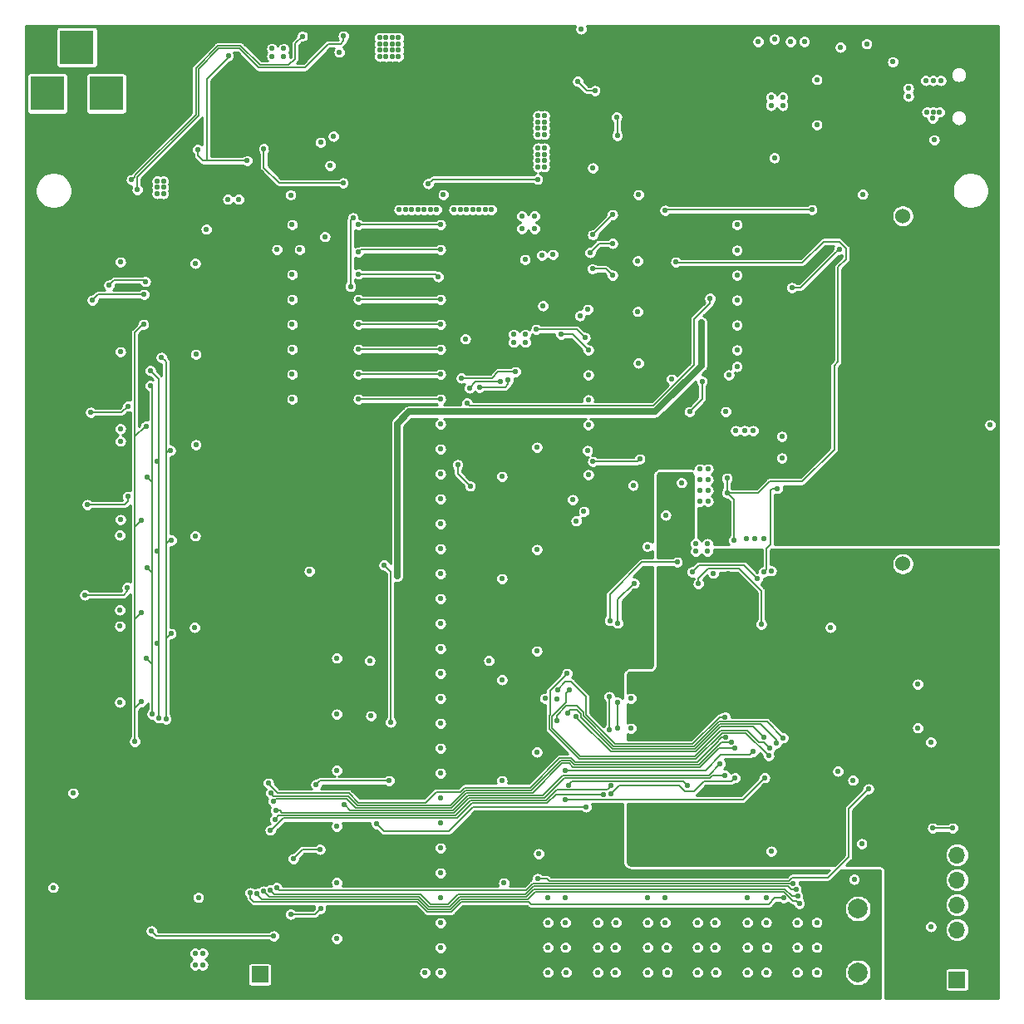
<source format=gbr>
G04 #@! TF.GenerationSoftware,KiCad,Pcbnew,(5.1.2)-1*
G04 #@! TF.CreationDate,2019-09-01T11:48:08-05:00*
G04 #@! TF.ProjectId,Electronic_Calendar,456c6563-7472-46f6-9e69-635f43616c65,rev?*
G04 #@! TF.SameCoordinates,Original*
G04 #@! TF.FileFunction,Copper,L2,Inr*
G04 #@! TF.FilePolarity,Positive*
%FSLAX46Y46*%
G04 Gerber Fmt 4.6, Leading zero omitted, Abs format (unit mm)*
G04 Created by KiCad (PCBNEW (5.1.2)-1) date 2019-09-01 11:48:08*
%MOMM*%
%LPD*%
G04 APERTURE LIST*
%ADD10C,1.524000*%
%ADD11R,1.700000X1.700000*%
%ADD12C,2.000000*%
%ADD13O,1.700000X1.700000*%
%ADD14R,3.500000X3.500000*%
%ADD15C,0.560000*%
%ADD16C,0.127000*%
%ADD17C,0.635000*%
%ADD18C,0.254000*%
G04 APERTURE END LIST*
D10*
X157099000Y-64833500D03*
X157099000Y-100266500D03*
D11*
X91617800Y-142087600D03*
D12*
X152535500Y-135382000D03*
X157035500Y-135382000D03*
X152535500Y-141882000D03*
X157035500Y-141882000D03*
D11*
X162623500Y-142621000D03*
D13*
X162623500Y-140081000D03*
X162623500Y-137541000D03*
X162623500Y-135001000D03*
X162623500Y-132461000D03*
X162623500Y-129921000D03*
D14*
X75971400Y-52349400D03*
X69971400Y-52349400D03*
X72971400Y-47649400D03*
D15*
X103822500Y-46672500D03*
X85007300Y-139938200D03*
X85782300Y-139938200D03*
X85007300Y-141138200D03*
X85782300Y-141138200D03*
X94046600Y-47783600D03*
X94046600Y-48558600D03*
X92846600Y-47783600D03*
X92846600Y-48558600D03*
X104457500Y-46672500D03*
X105092500Y-46672500D03*
X105727500Y-46672500D03*
X103822500Y-47307500D03*
X104457500Y-47307500D03*
X105092500Y-47307500D03*
X105727500Y-47307500D03*
X103822500Y-47942500D03*
X104457500Y-47942500D03*
X105092500Y-47942500D03*
X105727500Y-47942500D03*
X103822500Y-48577500D03*
X104457500Y-48577500D03*
X105092500Y-48577500D03*
X105727500Y-48577500D03*
X120586500Y-57912000D03*
X120586500Y-59182000D03*
X120586500Y-55880000D03*
X119951500Y-59817000D03*
X119951500Y-56515000D03*
X119951500Y-57912000D03*
X120586500Y-54610000D03*
X119951500Y-59182000D03*
X120586500Y-56515000D03*
X119951500Y-55880000D03*
X119951500Y-55245000D03*
X120586500Y-59817000D03*
X119951500Y-54610000D03*
X120586500Y-55245000D03*
X120586500Y-58547000D03*
X119951500Y-58547000D03*
X143677000Y-52734500D03*
X144867000Y-52734500D03*
X144867000Y-53564500D03*
X143677000Y-53564500D03*
X136001200Y-98215300D03*
X137201200Y-98215300D03*
X137201200Y-98990300D03*
X136001200Y-98990300D03*
X136427500Y-93915500D03*
X137257500Y-93915500D03*
X137257500Y-92815500D03*
X136427500Y-92815500D03*
X136427500Y-91715500D03*
X137257500Y-91715500D03*
X136427500Y-90615500D03*
X137257500Y-90615500D03*
X88350000Y-63119000D03*
X89450000Y-63119000D03*
X81788000Y-61277500D03*
X81788000Y-62547500D03*
X81153000Y-61277500D03*
X81153000Y-62547500D03*
X81788000Y-61912500D03*
X81153000Y-61912500D03*
X118300500Y-64833500D03*
X119600500Y-64833500D03*
X119600500Y-66133500D03*
X118300500Y-66133500D03*
X117459200Y-76904700D03*
X118659200Y-76904700D03*
X118659200Y-77679700D03*
X117459200Y-77679700D03*
X96647000Y-101028500D03*
X86169500Y-66167000D03*
X107696000Y-64198500D03*
X107061000Y-64198500D03*
X106426000Y-64198500D03*
X105791000Y-64198500D03*
X108331000Y-64198500D03*
X108966000Y-64198500D03*
X109601000Y-64198500D03*
X113919000Y-64198500D03*
X114554000Y-64198500D03*
X115189000Y-64198500D03*
X113284000Y-64198500D03*
X112014000Y-64198500D03*
X111379000Y-64198500D03*
X112649000Y-64198500D03*
X98234500Y-66929000D03*
X124333000Y-45783500D03*
X125539500Y-59944000D03*
X120459500Y-73977500D03*
X99695000Y-48133000D03*
X156083000Y-49137000D03*
X153416000Y-47287000D03*
X150749000Y-47637000D03*
X116280500Y-91376500D03*
X116280500Y-101790500D03*
X116280500Y-112077500D03*
X116280500Y-122364500D03*
X116471000Y-132778500D03*
X129413000Y-113982500D03*
X129413000Y-117030500D03*
X160147000Y-54876000D03*
X160845500Y-54229000D03*
X160210500Y-54229000D03*
X159575500Y-54229000D03*
X77406500Y-69532500D03*
X77406500Y-78676500D03*
X77406500Y-86487000D03*
X77406500Y-87757000D03*
X77406500Y-95758000D03*
X77343000Y-97345500D03*
X77343000Y-104965500D03*
X77343000Y-106616500D03*
X77343000Y-114363500D03*
X72580500Y-123634500D03*
X85344000Y-134239000D03*
X84963000Y-106743500D03*
X85026500Y-97409000D03*
X85090000Y-88138000D03*
X85090000Y-78930500D03*
X85026500Y-69659500D03*
X159956500Y-137223500D03*
X159956500Y-118427500D03*
X158623000Y-116967000D03*
X158623000Y-112522000D03*
X143700500Y-100965000D03*
X137795000Y-101219000D03*
X143700500Y-129540000D03*
X140970000Y-86701500D03*
X140081000Y-86701500D03*
X141859000Y-86701500D03*
X144780000Y-87292000D03*
X144780000Y-89492000D03*
X131076700Y-98501900D03*
X142049500Y-97687000D03*
X141160500Y-97687000D03*
X142938500Y-97687000D03*
X129627500Y-92265500D03*
X152146000Y-132397500D03*
X148348000Y-55562500D03*
X148348000Y-50927000D03*
X144018000Y-58916000D03*
X153023000Y-62611000D03*
X144018000Y-46815500D03*
X142367000Y-47065500D03*
X145669000Y-47065500D03*
X147066000Y-47065500D03*
X94742000Y-62686500D03*
X149733000Y-106743500D03*
X119836500Y-109156500D03*
X119836500Y-98806000D03*
X119836500Y-88392000D03*
X119836500Y-119443500D03*
X120027000Y-129794000D03*
X112534700Y-77343700D03*
X99453000Y-138430000D03*
X99453000Y-132715000D03*
X99453000Y-127000000D03*
X99453000Y-121285000D03*
X99453000Y-115570000D03*
X99453000Y-109855000D03*
X152920000Y-128778000D03*
X130187000Y-79819500D03*
X130111500Y-74549000D03*
X130111500Y-69405500D03*
X130187000Y-62674500D03*
X100139500Y-98615500D03*
X96647000Y-102552500D03*
X92773500Y-57975500D03*
X127063500Y-56769000D03*
X126746000Y-46482000D03*
X110236000Y-45974000D03*
X111125000Y-45974000D03*
X112014000Y-45974000D03*
X112903000Y-45974000D03*
X113792000Y-45974000D03*
X114681000Y-45974000D03*
X115570000Y-45974000D03*
X116459000Y-45974000D03*
X117348000Y-45974000D03*
X118237000Y-45974000D03*
X119126000Y-45974000D03*
X120015000Y-45974000D03*
X120904000Y-45974000D03*
X121793000Y-45974000D03*
X122682000Y-45974000D03*
X110236000Y-46863000D03*
X111125000Y-46863000D03*
X112014000Y-46863000D03*
X112903000Y-46863000D03*
X113792000Y-46863000D03*
X114681000Y-46863000D03*
X115570000Y-46863000D03*
X116459000Y-46863000D03*
X117348000Y-46863000D03*
X118237000Y-46863000D03*
X119126000Y-46863000D03*
X120015000Y-46863000D03*
X120904000Y-46863000D03*
X121793000Y-46863000D03*
X122682000Y-46863000D03*
X110236000Y-47752000D03*
X111125000Y-47752000D03*
X112014000Y-47752000D03*
X112903000Y-47752000D03*
X113792000Y-47752000D03*
X114681000Y-47752000D03*
X115570000Y-47752000D03*
X116459000Y-47752000D03*
X117348000Y-47752000D03*
X118237000Y-47752000D03*
X119126000Y-47752000D03*
X120015000Y-47752000D03*
X120904000Y-47752000D03*
X121793000Y-47752000D03*
X122682000Y-47752000D03*
X110236000Y-48641000D03*
X111125000Y-48641000D03*
X112014000Y-48641000D03*
X112903000Y-48641000D03*
X113792000Y-48641000D03*
X114681000Y-48641000D03*
X115570000Y-48641000D03*
X116459000Y-48641000D03*
X117348000Y-48641000D03*
X118237000Y-48641000D03*
X119126000Y-48641000D03*
X120015000Y-48641000D03*
X120904000Y-48641000D03*
X121793000Y-48641000D03*
X122682000Y-48641000D03*
X110236000Y-49530000D03*
X111125000Y-49530000D03*
X112014000Y-49530000D03*
X112903000Y-49530000D03*
X113792000Y-49530000D03*
X114681000Y-49530000D03*
X115570000Y-49530000D03*
X116459000Y-49530000D03*
X117348000Y-49530000D03*
X118237000Y-49530000D03*
X119126000Y-49530000D03*
X120015000Y-49530000D03*
X120904000Y-49530000D03*
X121793000Y-49530000D03*
X122682000Y-49530000D03*
X121666000Y-54165500D03*
X99695000Y-49657000D03*
X117780500Y-91376500D03*
X117780500Y-101790500D03*
X117780500Y-112077500D03*
X117780500Y-122364500D03*
X117971000Y-132778500D03*
X76581000Y-84201000D03*
X76644500Y-93408500D03*
X76581000Y-102679500D03*
X76708000Y-112014000D03*
X74104500Y-123634500D03*
X86868000Y-134239000D03*
X88201500Y-106743500D03*
X88074500Y-97409000D03*
X88138000Y-88138000D03*
X88138000Y-78930500D03*
X88201500Y-69659500D03*
X99250500Y-46482000D03*
X144018000Y-57416000D03*
X130175000Y-96901000D03*
X144335500Y-93599000D03*
X144970500Y-93599000D03*
X145605500Y-93599000D03*
X146240500Y-93599000D03*
X146875500Y-93599000D03*
X147510500Y-93599000D03*
X148145500Y-93599000D03*
X144335500Y-94234000D03*
X144970500Y-94234000D03*
X145605500Y-94234000D03*
X146240500Y-94234000D03*
X146875500Y-94234000D03*
X147510500Y-94234000D03*
X148145500Y-94234000D03*
X144335500Y-94869000D03*
X144970500Y-94869000D03*
X145605500Y-94869000D03*
X146240500Y-94869000D03*
X146875500Y-94869000D03*
X147510500Y-94869000D03*
X148145500Y-94869000D03*
X144335500Y-95504000D03*
X144970500Y-95504000D03*
X145605500Y-95504000D03*
X146240500Y-95504000D03*
X146875500Y-95504000D03*
X147510500Y-95504000D03*
X148145500Y-95504000D03*
X144335500Y-96139000D03*
X144970500Y-96139000D03*
X145605500Y-96139000D03*
X146240500Y-96139000D03*
X146875500Y-96139000D03*
X147510500Y-96139000D03*
X148145500Y-96139000D03*
X144335500Y-96774000D03*
X144970500Y-96774000D03*
X145605500Y-96774000D03*
X146240500Y-96774000D03*
X146875500Y-96774000D03*
X147510500Y-96774000D03*
X148145500Y-96774000D03*
X121729500Y-142666002D03*
X126809500Y-142684500D03*
X131889500Y-142684500D03*
X136969500Y-142666002D03*
X142049500Y-142684500D03*
X147129500Y-142684500D03*
X151523000Y-62611000D03*
X83756500Y-135890000D03*
X112534700Y-75843700D03*
X96717406Y-66169813D03*
X110744000Y-140843000D03*
X100953000Y-138430000D03*
X100953000Y-132715000D03*
X100953000Y-127000000D03*
X100953000Y-121285000D03*
X100953000Y-115570000D03*
X100953000Y-109855000D03*
X121920000Y-93726000D03*
X131687000Y-79819500D03*
X131762500Y-74549000D03*
X131826000Y-69342000D03*
X131687000Y-62674500D03*
X126289500Y-69342000D03*
X141033500Y-81026000D03*
X116141500Y-81724500D03*
X112966500Y-82359500D03*
X100838000Y-72009000D03*
X101092000Y-65024000D03*
X98763000Y-59687500D03*
X97790000Y-57340500D03*
X99123500Y-56705500D03*
X113982500Y-82296000D03*
X116903500Y-81534000D03*
X110311500Y-62674500D03*
X118618000Y-69278500D03*
X121475500Y-68770500D03*
X120332500Y-68834000D03*
X113030000Y-92329000D03*
X111760000Y-90170000D03*
X112141000Y-81343500D03*
X117665500Y-80708500D03*
X119761000Y-76390500D03*
X124729194Y-77231194D03*
X128016000Y-56642000D03*
X127952500Y-54737000D03*
X125730000Y-52070000D03*
X123995000Y-51120000D03*
X129413000Y-112458500D03*
X159956500Y-140398500D03*
X145224500Y-129540000D03*
X155194000Y-127190500D03*
X159956500Y-120078500D03*
X158623000Y-115443000D03*
X158623000Y-110998000D03*
X145224500Y-100965000D03*
X139319000Y-101282500D03*
X134556500Y-91186000D03*
X134556500Y-92773500D03*
X134556500Y-93535500D03*
X133858000Y-92392500D03*
X134556500Y-94234000D03*
X133921500Y-94805500D03*
X135318500Y-95631000D03*
X130238500Y-117919500D03*
X112712500Y-83883500D03*
X137477500Y-73215500D03*
X157670500Y-52646500D03*
X157670500Y-51836500D03*
X143573500Y-119062500D03*
X123126500Y-113131000D03*
X143446500Y-119824500D03*
X122898500Y-111442500D03*
X122719500Y-121322500D03*
X141859000Y-119380000D03*
X122682000Y-124269500D03*
X143028821Y-122050582D03*
X119888000Y-132334000D03*
X153606500Y-123190000D03*
X123469500Y-93726000D03*
X127534000Y-64706500D03*
X125539500Y-66749726D03*
X127534000Y-70866000D03*
X125490895Y-70217483D03*
X124206000Y-74993500D03*
X125069500Y-81026000D03*
X125069500Y-86106000D03*
X125069500Y-91186000D03*
X127534000Y-67627500D03*
X125260000Y-68548250D03*
X125031500Y-74358500D03*
X122297608Y-76895108D03*
X125069500Y-78486000D03*
X125069500Y-83566000D03*
X124971806Y-88743694D03*
X124624445Y-94932500D03*
X108420000Y-141922500D03*
X110020000Y-65722500D03*
X101663500Y-65722498D03*
X101663500Y-70739000D03*
X109797706Y-71024794D03*
X101663500Y-75882500D03*
X110020000Y-75882500D03*
X101663500Y-80962500D03*
X110020000Y-80962500D03*
X110020000Y-86042500D03*
X110020000Y-91122500D03*
X110020000Y-96202500D03*
X110020000Y-101282500D03*
X110020000Y-106362500D03*
X110020000Y-111442500D03*
X110020000Y-116522500D03*
X110020000Y-121602500D03*
X110020000Y-126682500D03*
X110020000Y-131762500D03*
X110020000Y-136842500D03*
X110020000Y-141922500D03*
X139375498Y-81026000D03*
X140208000Y-68326000D03*
X140208000Y-73406000D03*
X140208000Y-78486000D03*
X93357000Y-68262500D03*
X94907000Y-65722500D03*
X94907000Y-70802500D03*
X94907000Y-75882500D03*
X94907000Y-80962500D03*
X110020000Y-68262500D03*
X101663500Y-68516500D03*
X101663500Y-73342500D03*
X110020000Y-73342500D03*
X101663500Y-78422500D03*
X110020000Y-78422500D03*
X101663500Y-83502500D03*
X110020000Y-83502500D03*
X110020000Y-88582500D03*
X110020000Y-93662500D03*
X110020000Y-98742500D03*
X110020000Y-103822500D03*
X110020000Y-108902500D03*
X110020000Y-113982500D03*
X110020000Y-119062500D03*
X110020000Y-124142500D03*
X110020000Y-129222500D03*
X110020000Y-134302500D03*
X110020000Y-139382500D03*
X140208000Y-65722500D03*
X140208000Y-70866000D03*
X140208000Y-75946000D03*
X140208000Y-80168998D03*
X95669000Y-68262500D03*
X94907000Y-73342500D03*
X94907000Y-78422500D03*
X94907000Y-83502500D03*
X141280498Y-134239000D03*
X143192500Y-134239000D03*
X141280498Y-136779000D03*
X143192500Y-136779000D03*
X141280498Y-139319000D03*
X143256009Y-139319009D03*
X141280498Y-141859000D03*
X143192500Y-141859000D03*
X131120498Y-134239000D03*
X132905500Y-134239000D03*
X131120498Y-136779000D03*
X132905500Y-136779000D03*
X131120498Y-139319000D03*
X133032500Y-139319000D03*
X131120498Y-141859000D03*
X133096000Y-141859000D03*
X120960498Y-134239000D03*
X122682000Y-134239000D03*
X120960498Y-136779000D03*
X122745500Y-136779000D03*
X120960498Y-139319000D03*
X122745500Y-139319000D03*
X120960498Y-141859000D03*
X122809000Y-141859000D03*
X146360498Y-136779000D03*
X148336000Y-136779000D03*
X146360498Y-139319000D03*
X148336000Y-139319000D03*
X146360498Y-141859000D03*
X148336000Y-141859000D03*
X136200498Y-136779000D03*
X137985500Y-136779000D03*
X136200498Y-139319000D03*
X137985500Y-139319000D03*
X136200498Y-141859000D03*
X138049000Y-141859000D03*
X126040498Y-136779000D03*
X127889000Y-136779000D03*
X126040498Y-139319000D03*
X127825500Y-139319000D03*
X126040498Y-141859000D03*
X127825500Y-141859000D03*
X162179000Y-127190500D03*
X160147000Y-127190500D03*
X160204500Y-51041500D03*
X159448500Y-51041500D03*
X160972500Y-51041500D03*
X160304500Y-57091500D03*
X90312194Y-59208000D03*
X85280500Y-58039000D03*
X88392000Y-48514000D03*
X119888000Y-61087000D03*
X108775500Y-61531500D03*
X92023500Y-57975500D03*
X100076000Y-61468000D03*
X150495000Y-121386000D03*
X152019000Y-122301000D03*
X147828000Y-64198500D03*
X132905500Y-64262000D03*
X139192000Y-91545000D03*
X139192000Y-93027500D03*
X133985000Y-69532500D03*
X139890500Y-97853500D03*
X70548500Y-133223000D03*
X93027500Y-138176000D03*
X80581500Y-137668000D03*
X139001500Y-115861481D03*
X121916444Y-113089944D03*
X114935000Y-110109000D03*
X102806500Y-110109000D03*
X144208500Y-118554500D03*
X102933500Y-115760500D03*
X122936000Y-115443000D03*
X140017500Y-122047000D03*
X127418500Y-123698000D03*
X124841000Y-125031500D03*
X103505000Y-126746000D03*
X104775000Y-122364500D03*
X97345500Y-122745500D03*
X138493500Y-120650000D03*
X100219870Y-124816805D03*
X95033473Y-130302000D03*
X97726500Y-129349500D03*
X94742000Y-135953500D03*
X97790000Y-135382000D03*
X146230236Y-133456473D03*
X92646500Y-133477000D03*
X82042000Y-116078000D03*
X81597500Y-79248000D03*
X82486500Y-88709500D03*
X82613500Y-97853500D03*
X82550000Y-107378500D03*
X144966194Y-134306806D03*
X90629408Y-133789641D03*
X145923000Y-132842000D03*
X81343500Y-115951000D03*
X80454500Y-80581500D03*
X81115500Y-89789000D03*
X81115500Y-98933000D03*
X81115500Y-108394500D03*
X93318979Y-133223000D03*
X146385404Y-134125722D03*
X91972839Y-133611732D03*
X76263500Y-71882000D03*
X79946500Y-71501000D03*
X80645000Y-115570000D03*
X80454500Y-82105500D03*
X80137000Y-91440000D03*
X80137000Y-100647500D03*
X80073500Y-109918500D03*
X146558000Y-134874000D03*
X91313000Y-133858000D03*
X74549000Y-73406000D03*
X79819500Y-72834500D03*
X138963167Y-121818167D03*
X78867000Y-118364000D03*
X79756000Y-75882500D03*
X80010000Y-86233000D03*
X79565500Y-95821500D03*
X79565500Y-105219500D03*
X79565500Y-114300000D03*
X93255393Y-125412500D03*
X140017500Y-119036500D03*
X78168500Y-84201000D03*
X74395969Y-84836000D03*
X93001382Y-124456085D03*
X139671915Y-118442747D03*
X74041000Y-94234000D03*
X78168500Y-93408500D03*
X92747369Y-123628556D03*
X139065000Y-117972247D03*
X92493374Y-122618500D03*
X73787000Y-103441500D03*
X78105000Y-102679500D03*
X145796000Y-72136000D03*
X150629489Y-68206489D03*
X135382000Y-84772500D03*
X136652000Y-81661000D03*
X142303500Y-101790500D03*
X135636000Y-101092000D03*
X127254000Y-106045000D03*
X127190500Y-113792000D03*
X126619000Y-123776010D03*
X92684000Y-127381000D03*
X120650000Y-113982500D03*
X78549500Y-61150500D03*
X95935100Y-46520100D03*
X127190500Y-117157502D03*
X134112700Y-100101400D03*
X142684500Y-106426000D03*
X136271000Y-102298500D03*
X128079500Y-106299000D03*
X128016000Y-114363500D03*
X93154500Y-126301500D03*
X121856500Y-114072010D03*
X79121000Y-62166500D03*
X100140200Y-46507400D03*
X127381000Y-122872500D03*
X128016000Y-116967000D03*
X129730500Y-102235000D03*
X165989000Y-86106000D03*
X139065000Y-84772500D03*
X134556500Y-92011500D03*
X132957000Y-95300800D03*
X133540500Y-81470500D03*
X123825000Y-95885000D03*
X142970250Y-117951250D03*
X123824991Y-115850010D03*
X135195806Y-122835010D03*
X123037000Y-122809000D03*
X125539500Y-89852500D03*
X130314000Y-89598500D03*
X142938500Y-101092000D03*
X144335500Y-92583000D03*
X144907000Y-117983000D03*
X121856500Y-116231000D03*
X104939500Y-116395500D03*
X104267000Y-100393500D03*
X105600500Y-101536500D03*
X136588500Y-75692000D03*
D16*
X116141500Y-81724500D02*
X113601500Y-81724500D01*
X113601500Y-81724500D02*
X112966500Y-82359500D01*
X100838000Y-72009000D02*
X100838000Y-65278000D01*
X100838000Y-65278000D02*
X101092000Y-65024000D01*
X113982500Y-82296000D02*
X116586000Y-82296000D01*
X116586000Y-82296000D02*
X116903500Y-81978500D01*
X116903500Y-81978500D02*
X116903500Y-81534000D01*
X113030000Y-92329000D02*
X111760000Y-91059000D01*
X111760000Y-91059000D02*
X111760000Y-90170000D01*
X112141000Y-81343500D02*
X115252500Y-81343500D01*
X115252500Y-81343500D02*
X115887500Y-80708500D01*
X115887500Y-80708500D02*
X117665500Y-80708500D01*
X119761000Y-76390500D02*
X123888500Y-76390500D01*
X123888500Y-76390500D02*
X124729194Y-77231194D01*
X128016000Y-56642000D02*
X128016000Y-54800500D01*
X128016000Y-54800500D02*
X127952500Y-54737000D01*
X125730000Y-52070000D02*
X124945000Y-52070000D01*
X124945000Y-52070000D02*
X123995000Y-51120000D01*
X112992499Y-84163499D02*
X131673001Y-84163499D01*
X112712500Y-83883500D02*
X112992499Y-84163499D01*
X131673001Y-84163499D02*
X134874000Y-80962500D01*
X134874000Y-80962500D02*
X135826500Y-80010000D01*
X135826500Y-80010000D02*
X135826500Y-75374500D01*
X135826500Y-75374500D02*
X137477500Y-73723500D01*
X137477500Y-73723500D02*
X137477500Y-73215500D01*
X122809000Y-113448500D02*
X123126500Y-113131000D01*
X122809000Y-114363500D02*
X122809000Y-113448500D01*
X121348500Y-116988776D02*
X121348500Y-115824000D01*
X124247714Y-119887990D02*
X121348500Y-116988776D01*
X135911786Y-119887990D02*
X124247714Y-119887990D01*
X138578785Y-117220991D02*
X135911786Y-119887990D01*
X121348500Y-115824000D02*
X122809000Y-114363500D01*
X143573500Y-119062500D02*
X142932751Y-118421751D01*
X141202214Y-117220990D02*
X138578785Y-117220991D01*
X142932751Y-118421751D02*
X142488251Y-118421751D01*
X141287500Y-117221000D02*
X141202224Y-117221000D01*
X142488251Y-118421751D02*
X141287500Y-117221000D01*
X141202224Y-117221000D02*
X141202214Y-117220990D01*
X141097000Y-117475000D02*
X138684000Y-117475000D01*
X138684000Y-117475000D02*
X136017000Y-120142001D01*
X136017000Y-120142001D02*
X124142500Y-120142001D01*
X121094489Y-117093990D02*
X121094489Y-115718786D01*
X143446500Y-119824500D02*
X141097000Y-117475000D01*
X121157989Y-113183011D02*
X122618501Y-111722499D01*
X122618501Y-111722499D02*
X122898500Y-111442500D01*
X121094489Y-115718786D02*
X121157989Y-115655286D01*
X121157989Y-115655286D02*
X121157989Y-113183011D01*
X124142500Y-120142001D02*
X121094489Y-117093990D01*
X141515501Y-119723499D02*
X141579001Y-119659999D01*
X141579001Y-119659999D02*
X141859000Y-119380000D01*
X136995500Y-121322500D02*
X138594501Y-119723499D01*
X138594501Y-119723499D02*
X141515501Y-119723499D01*
X122719500Y-121322500D02*
X136995500Y-121322500D01*
X122682000Y-124269500D02*
X140809903Y-124269500D01*
X140809903Y-124269500D02*
X143028821Y-122050582D01*
X119888000Y-132334000D02*
X120840500Y-132334000D01*
X120840500Y-132334000D02*
X121094490Y-132587990D01*
X145480668Y-132587990D02*
X145861658Y-132207000D01*
X121094490Y-132587990D02*
X145480668Y-132587990D01*
X145861658Y-132207000D02*
X149479000Y-132207000D01*
X149479000Y-132207000D02*
X151574500Y-130111500D01*
X151574500Y-130111500D02*
X151574500Y-125222000D01*
X151574500Y-125222000D02*
X153606500Y-123190000D01*
X127534000Y-64706500D02*
X125539500Y-66701000D01*
X125539500Y-66701000D02*
X125539500Y-66749726D01*
X127534000Y-70866000D02*
X126885483Y-70217483D01*
X126885483Y-70217483D02*
X125490895Y-70217483D01*
X127534000Y-67627500D02*
X126180750Y-67627500D01*
X126180750Y-67627500D02*
X125260000Y-68548250D01*
X122297608Y-76895108D02*
X123478608Y-76895108D01*
X123478608Y-76895108D02*
X125069500Y-78486000D01*
X110020000Y-65722500D02*
X101663502Y-65722500D01*
X101663500Y-70739000D02*
X109511912Y-70739000D01*
X109511912Y-70739000D02*
X109797706Y-71024794D01*
X101663500Y-75882500D02*
X110020000Y-75882500D01*
X101663500Y-80962500D02*
X110020000Y-80962500D01*
X101917500Y-68262500D02*
X101663500Y-68516500D01*
X110020000Y-68262500D02*
X101917500Y-68262500D01*
X101663500Y-73342500D02*
X110020000Y-73342500D01*
X101663500Y-78422500D02*
X110020000Y-78422500D01*
X101663500Y-83502500D02*
X110020000Y-83502500D01*
X162179000Y-127190500D02*
X160147000Y-127190500D01*
X85814500Y-59208000D02*
X85280500Y-58674000D01*
X85280500Y-58674000D02*
X85280500Y-58039000D01*
X86195500Y-59208000D02*
X86195500Y-50837500D01*
X86195500Y-59208000D02*
X85814500Y-59208000D01*
X90312194Y-59208000D02*
X86195500Y-59208000D01*
X86195500Y-50837500D02*
X88392000Y-48641000D01*
X88392000Y-48641000D02*
X88392000Y-48514000D01*
X119888000Y-61087000D02*
X109220000Y-61087000D01*
X109220000Y-61087000D02*
X108775500Y-61531500D01*
X100076000Y-61468000D02*
X93599000Y-61468000D01*
X93599000Y-61468000D02*
X92023500Y-59892500D01*
X92023500Y-59892500D02*
X92023500Y-57975500D01*
X147828000Y-64198500D02*
X132969000Y-64198500D01*
X132969000Y-64198500D02*
X132905500Y-64262000D01*
X139192000Y-91545000D02*
X139192000Y-93027500D01*
X134048500Y-69596000D02*
X133985000Y-69532500D01*
X149034500Y-67437000D02*
X146875500Y-69596000D01*
X150622000Y-67437000D02*
X149034500Y-67437000D01*
X151320500Y-68135500D02*
X150622000Y-67437000D01*
X151320500Y-69215000D02*
X151320500Y-68135500D01*
X150495000Y-79692500D02*
X150495000Y-70040500D01*
X142367000Y-93027500D02*
X143510000Y-91884500D01*
X146875500Y-69596000D02*
X134048500Y-69596000D01*
X150495000Y-70040500D02*
X151320500Y-69215000D01*
X139192000Y-93027500D02*
X142367000Y-93027500D01*
X143510000Y-91884500D02*
X146875500Y-91884500D01*
X146875500Y-91884500D02*
X150114000Y-88646000D01*
X150114000Y-88646000D02*
X150114000Y-80073500D01*
X150114000Y-80073500D02*
X150495000Y-79692500D01*
X139890500Y-93726000D02*
X139192000Y-93027500D01*
X139890500Y-97853500D02*
X139890500Y-93726000D01*
X93027500Y-138176000D02*
X81089500Y-138176000D01*
X81089500Y-138176000D02*
X80581500Y-137668000D01*
X138457849Y-115861481D02*
X135701330Y-118618000D01*
X139001500Y-115861481D02*
X138457849Y-115861481D01*
X135701330Y-118618000D02*
X127760172Y-118618000D01*
X124803519Y-115661347D02*
X124803519Y-113754519D01*
X127760172Y-118618000D02*
X124803519Y-115661347D01*
X124803519Y-113754519D02*
X123317000Y-112268000D01*
X123317000Y-112268000D02*
X122738388Y-112268000D01*
X122738388Y-112268000D02*
X121916444Y-113089944D01*
X127549724Y-119126000D02*
X124295501Y-115871777D01*
X142635970Y-116585991D02*
X138451785Y-116585991D01*
X124295501Y-115871777D02*
X124295501Y-115534659D01*
X144208500Y-118554500D02*
X144208500Y-118158521D01*
X135911776Y-119126000D02*
X127549724Y-119126000D01*
X138451785Y-116585991D02*
X135911776Y-119126000D01*
X144208500Y-118158521D02*
X142635970Y-116585991D01*
X123215999Y-115163001D02*
X122936000Y-115443000D01*
X124295501Y-115534659D02*
X123923843Y-115163001D01*
X123923843Y-115163001D02*
X123215999Y-115163001D01*
X140017500Y-122047000D02*
X139636500Y-122428000D01*
X139636500Y-122428000D02*
X136842500Y-122428000D01*
X136842500Y-122428000D02*
X135826500Y-123444000D01*
X135826500Y-123444000D02*
X134874000Y-123444000D01*
X134874000Y-123444000D02*
X134302500Y-122872500D01*
X134302500Y-122872500D02*
X128244000Y-122872500D01*
X128244000Y-122872500D02*
X127418500Y-123698000D01*
X124841000Y-125031500D02*
X113347500Y-125031500D01*
X113347500Y-125031500D02*
X110871000Y-127508000D01*
X110871000Y-127508000D02*
X104267000Y-127508000D01*
X104267000Y-127508000D02*
X103505000Y-126746000D01*
X104775000Y-122364500D02*
X97726500Y-122364500D01*
X97726500Y-122364500D02*
X97345500Y-122745500D01*
X138493500Y-120650000D02*
X137350500Y-121793000D01*
X137350500Y-121793000D02*
X122491500Y-121793000D01*
X122491500Y-121793000D02*
X120459500Y-123825000D01*
X120459500Y-123825000D02*
X112776000Y-123825000D01*
X112776000Y-123825000D02*
X111252000Y-125349000D01*
X111252000Y-125349000D02*
X100774500Y-125349000D01*
X100774500Y-125349000D02*
X100242305Y-124816805D01*
X100242305Y-124816805D02*
X100219870Y-124816805D01*
X95033473Y-130302000D02*
X95985973Y-129349500D01*
X95985973Y-129349500D02*
X97726500Y-129349500D01*
X97726496Y-135445504D02*
X97790000Y-135382000D01*
X97218500Y-135953500D02*
X97726496Y-135445504D01*
X94742000Y-135953500D02*
X97218500Y-135953500D01*
X146230236Y-133456473D02*
X145775463Y-133456473D01*
X145775463Y-133456473D02*
X145415000Y-133096010D01*
X119485214Y-133096010D02*
X118659714Y-133921510D01*
X145415000Y-133096010D02*
X119485214Y-133096010D01*
X118659714Y-133921510D02*
X111823490Y-133921510D01*
X111823490Y-133921510D02*
X110807500Y-134937500D01*
X110807500Y-134937500D02*
X108966000Y-134937500D01*
X108966000Y-134937500D02*
X107950010Y-133921510D01*
X107950010Y-133921510D02*
X93091010Y-133921510D01*
X93091010Y-133921510D02*
X92646500Y-133477000D01*
X82042000Y-79692500D02*
X81597500Y-79248000D01*
X82296000Y-88709500D02*
X82486500Y-88709500D01*
X82042000Y-88963500D02*
X82296000Y-88709500D01*
X82042000Y-88963500D02*
X82042000Y-79692500D01*
X82423000Y-97853500D02*
X82613500Y-97853500D01*
X82042000Y-98234500D02*
X82423000Y-97853500D01*
X82042000Y-98234500D02*
X82042000Y-88963500D01*
X82042000Y-107886500D02*
X82550000Y-107378500D01*
X82042000Y-107886500D02*
X82042000Y-98234500D01*
X82042000Y-116078000D02*
X82042000Y-107886500D01*
X144966194Y-134306806D02*
X144077194Y-134306806D01*
X144077194Y-134306806D02*
X143446500Y-134937500D01*
X118999039Y-134683539D02*
X118808500Y-134683539D01*
X143446500Y-134937500D02*
X119253000Y-134937500D01*
X119253000Y-134937500D02*
X118999039Y-134683539D01*
X118808500Y-134683539D02*
X112140961Y-134683539D01*
X111124971Y-135699528D02*
X108650355Y-135699527D01*
X112140961Y-134683539D02*
X111124971Y-135699528D01*
X108650355Y-135699527D02*
X107634368Y-134683540D01*
X107634368Y-134683540D02*
X90995540Y-134683540D01*
X90995540Y-134683540D02*
X90629408Y-134317408D01*
X90629408Y-134317408D02*
X90629408Y-133789641D01*
X81343500Y-81470500D02*
X80454500Y-80581500D01*
X81343500Y-90017000D02*
X81115500Y-89789000D01*
X81343500Y-91249500D02*
X81343500Y-90017000D01*
X81343500Y-91249500D02*
X81343500Y-81470500D01*
X81343500Y-99161000D02*
X81115500Y-98933000D01*
X81343500Y-100520500D02*
X81343500Y-99161000D01*
X81343500Y-100520500D02*
X81343500Y-91249500D01*
X81343500Y-108622500D02*
X81115500Y-108394500D01*
X81343500Y-109601000D02*
X81343500Y-108622500D01*
X81343500Y-109601000D02*
X81343500Y-100520500D01*
X81343500Y-115951000D02*
X81343500Y-109601000D01*
X119380000Y-132842000D02*
X118719001Y-133502999D01*
X118719001Y-133502999D02*
X93598978Y-133502999D01*
X93598978Y-133502999D02*
X93318979Y-133223000D01*
X145923000Y-132842000D02*
X119380000Y-132842000D01*
X146385404Y-134125722D02*
X145809722Y-134125722D01*
X145809722Y-134125722D02*
X145097500Y-133413500D01*
X145097500Y-133413500D02*
X144462500Y-133413500D01*
X119526948Y-133413500D02*
X118764928Y-134175520D01*
X144462500Y-133413500D02*
X119526948Y-133413500D01*
X111928704Y-134175520D02*
X110912714Y-135191510D01*
X118764928Y-134175520D02*
X111928704Y-134175520D01*
X110912714Y-135191510D02*
X108860785Y-135191509D01*
X108860785Y-135191509D02*
X107844796Y-134175520D01*
X107844796Y-134175520D02*
X92583020Y-134175520D01*
X92583020Y-134175520D02*
X92019232Y-133611732D01*
X92019232Y-133611732D02*
X91972839Y-133611732D01*
X76263500Y-71882000D02*
X76771500Y-71374000D01*
X76771500Y-71374000D02*
X79819500Y-71374000D01*
X79819500Y-71374000D02*
X79946500Y-71501000D01*
X80645000Y-82296000D02*
X80454500Y-82105500D01*
X80645000Y-91948000D02*
X80137000Y-91440000D01*
X80645000Y-92456000D02*
X80645000Y-91948000D01*
X80645000Y-92456000D02*
X80645000Y-82296000D01*
X80645000Y-102044500D02*
X80645000Y-101155500D01*
X80645000Y-102044500D02*
X80645000Y-92456000D01*
X80645000Y-101155500D02*
X80137000Y-100647500D01*
X80645000Y-110490000D02*
X80073500Y-109918500D01*
X80645000Y-111061500D02*
X80645000Y-110490000D01*
X80645000Y-111061500D02*
X80645000Y-102044500D01*
X80645000Y-115570000D02*
X80645000Y-111061500D01*
X146278001Y-134594001D02*
X145918777Y-134594001D01*
X146558000Y-134874000D02*
X146278001Y-134594001D01*
X145918777Y-134594001D02*
X144992276Y-133667500D01*
X119632172Y-133667500D02*
X118870142Y-134429530D01*
X144992276Y-133667500D02*
X119632172Y-133667500D01*
X112033918Y-134429530D02*
X111017927Y-135445519D01*
X118870142Y-134429530D02*
X112033918Y-134429530D01*
X111017927Y-135445519D02*
X108755570Y-135445518D01*
X108755570Y-135445518D02*
X107739582Y-134429530D01*
X107739582Y-134429530D02*
X91821030Y-134429530D01*
X91821030Y-134429530D02*
X91313000Y-133921500D01*
X91313000Y-133921500D02*
X91313000Y-133858000D01*
X74549000Y-73406000D02*
X75120500Y-72834500D01*
X75120500Y-72834500D02*
X79819500Y-72834500D01*
X78867000Y-76708000D02*
X79692500Y-75882500D01*
X79692500Y-75882500D02*
X79756000Y-75882500D01*
X79946500Y-86233000D02*
X80010000Y-86233000D01*
X78867000Y-87312500D02*
X79946500Y-86233000D01*
X78867000Y-87312500D02*
X78867000Y-76708000D01*
X78867000Y-96520000D02*
X79565500Y-95821500D01*
X78867000Y-97028000D02*
X78867000Y-96520000D01*
X78867000Y-97028000D02*
X78867000Y-87312500D01*
X78867000Y-105918000D02*
X79565500Y-105219500D01*
X78867000Y-106108500D02*
X78867000Y-105918000D01*
X78867000Y-106108500D02*
X78867000Y-97028000D01*
X78867000Y-114998500D02*
X79565500Y-114300000D01*
X78867000Y-115443000D02*
X78867000Y-114998500D01*
X78867000Y-115443000D02*
X78867000Y-106108500D01*
X78867000Y-118364000D02*
X78867000Y-115443000D01*
X93841882Y-125603010D02*
X93651372Y-125412500D01*
X137455714Y-122047010D02*
X122596714Y-122047010D01*
X93651372Y-125412500D02*
X93255393Y-125412500D01*
X111357214Y-125603010D02*
X93841882Y-125603010D01*
X112881214Y-124079010D02*
X111357214Y-125603010D01*
X137684557Y-121818167D02*
X137455714Y-122047010D01*
X120564714Y-124079010D02*
X112881214Y-124079010D01*
X122596714Y-122047010D02*
X120564714Y-124079010D01*
X138963167Y-121818167D02*
X137684557Y-121818167D01*
X93281381Y-124176086D02*
X93001382Y-124456085D01*
X140017500Y-119036500D02*
X138392500Y-119036500D01*
X111146776Y-125095000D02*
X101409500Y-125095000D01*
X138392500Y-119036500D02*
X136461500Y-120967500D01*
X136461500Y-120967500D02*
X123507500Y-120967500D01*
X123507500Y-120967500D02*
X123126500Y-120586500D01*
X123126500Y-120586500D02*
X122364500Y-120586500D01*
X101409500Y-125095000D02*
X100490586Y-124176086D01*
X122364500Y-120586500D02*
X119380009Y-123570991D01*
X77533500Y-84836000D02*
X74395969Y-84836000D01*
X78168500Y-84201000D02*
X77533500Y-84836000D01*
X100490586Y-124176086D02*
X93281381Y-124176086D01*
X112670785Y-123570991D02*
X111146776Y-125095000D01*
X119380009Y-123570991D02*
X112670785Y-123570991D01*
X74041000Y-94234000D02*
X77851000Y-94234000D01*
X77851000Y-94234000D02*
X78168500Y-93916500D01*
X78168500Y-93916500D02*
X78168500Y-93408500D01*
X101514714Y-124840990D02*
X100582279Y-123908555D01*
X123612724Y-120713500D02*
X123231714Y-120332490D01*
X138627029Y-118442747D02*
X136356276Y-120713500D01*
X136356276Y-120713500D02*
X123612724Y-120713500D01*
X122259285Y-120332491D02*
X119274786Y-123316990D01*
X93027368Y-123908555D02*
X92747369Y-123628556D01*
X100582279Y-123908555D02*
X93027368Y-123908555D01*
X111041562Y-124840990D02*
X101514714Y-124840990D01*
X112565562Y-123316990D02*
X111041562Y-124840990D01*
X123231714Y-120332490D02*
X122259285Y-120332491D01*
X139671915Y-118442747D02*
X138627029Y-118442747D01*
X119274786Y-123316990D02*
X112565562Y-123316990D01*
X138669021Y-117972247D02*
X138049000Y-118592268D01*
X139065000Y-117972247D02*
X138669021Y-117972247D01*
X138049000Y-118592268D02*
X136181778Y-120459490D01*
X123336927Y-120078481D02*
X122154070Y-120078482D01*
X136181778Y-120459490D02*
X123717938Y-120459490D01*
X123717938Y-120459490D02*
X123336927Y-120078481D01*
X122154070Y-120078482D02*
X119169572Y-123062980D01*
X113091642Y-123062972D02*
X112460355Y-123062973D01*
X119169572Y-123062980D02*
X113091650Y-123062980D01*
X113091650Y-123062980D02*
X113091642Y-123062972D01*
X112460355Y-123062973D02*
X112015828Y-123507500D01*
X112015828Y-123507500D02*
X109601000Y-123507500D01*
X109601000Y-123507500D02*
X108521520Y-124586980D01*
X101619928Y-124586980D02*
X100667438Y-123634490D01*
X108521520Y-124586980D02*
X101619928Y-124586980D01*
X93449660Y-123634490D02*
X92519500Y-122704330D01*
X100667438Y-123634490D02*
X93449660Y-123634490D01*
X92519500Y-122704330D02*
X92519500Y-122644626D01*
X92519500Y-122644626D02*
X92493374Y-122618500D01*
X73787000Y-103441500D02*
X77724000Y-103441500D01*
X77724000Y-103441500D02*
X78105000Y-103060500D01*
X78105000Y-103060500D02*
X78105000Y-102679500D01*
X145796000Y-72136000D02*
X146699978Y-72136000D01*
X146699978Y-72136000D02*
X150349490Y-68486488D01*
X150349490Y-68486488D02*
X150629489Y-68206489D01*
X135382000Y-84772500D02*
X136652000Y-83502500D01*
X136652000Y-83502500D02*
X136652000Y-81661000D01*
X142303500Y-101790500D02*
X140906500Y-100393500D01*
X140906500Y-100393500D02*
X136334500Y-100393500D01*
X136334500Y-100393500D02*
X135636000Y-101092000D01*
X126619000Y-123776010D02*
X121756714Y-123776010D01*
X121756714Y-123776010D02*
X120882214Y-124650510D01*
X120882214Y-124650510D02*
X113198714Y-124650510D01*
X113198714Y-124650510D02*
X111674714Y-126174510D01*
X111674714Y-126174510D02*
X93979990Y-126174510D01*
X93979990Y-126174510D02*
X92773500Y-127381000D01*
X92773500Y-127381000D02*
X92684000Y-127381000D01*
X95186500Y-48831500D02*
X95186500Y-47268700D01*
X91608714Y-49466490D02*
X94551510Y-49466490D01*
X89640215Y-47497991D02*
X91608714Y-49466490D01*
X87334286Y-47497990D02*
X89640215Y-47497991D01*
X85089991Y-49952715D02*
X85089991Y-49742285D01*
X85089991Y-49742285D02*
X87334286Y-47497990D01*
X78549500Y-61150500D02*
X78866989Y-60833011D01*
X78866989Y-60833011D02*
X78866991Y-60727785D01*
X95186500Y-47268700D02*
X95935100Y-46520100D01*
X78866991Y-60727785D02*
X85090000Y-54504776D01*
X85090000Y-54504776D02*
X85090000Y-49952724D01*
X94551510Y-49466490D02*
X95186500Y-48831500D01*
X85090000Y-49952724D02*
X85089991Y-49952715D01*
X127190500Y-113792000D02*
X127190500Y-117157502D01*
X130530600Y-100101400D02*
X134112700Y-100101400D01*
X127254000Y-103378000D02*
X130530600Y-100101400D01*
X127254000Y-106045000D02*
X127254000Y-103378000D01*
X142684500Y-106426000D02*
X142684500Y-102997000D01*
X142684500Y-102997000D02*
X140398500Y-100711000D01*
X140398500Y-100711000D02*
X137287000Y-100711000D01*
X137287000Y-100711000D02*
X136271000Y-101727000D01*
X136271000Y-101727000D02*
X136271000Y-102298500D01*
X100140200Y-46989300D02*
X100140200Y-46507400D01*
X99822000Y-47307500D02*
X100140200Y-46989300D01*
X98615500Y-47307500D02*
X99822000Y-47307500D01*
X91503500Y-49720500D02*
X96202500Y-49720500D01*
X89535000Y-47752000D02*
X91503500Y-49720500D01*
X79121000Y-62166500D02*
X79121000Y-60833000D01*
X96202500Y-49720500D02*
X98615500Y-47307500D01*
X79121000Y-60833000D02*
X85344000Y-54610000D01*
X85344000Y-54610000D02*
X85344000Y-49847500D01*
X85344000Y-49847500D02*
X87439500Y-47752000D01*
X87439500Y-47752000D02*
X89535000Y-47752000D01*
X111569500Y-125920500D02*
X113093500Y-124396500D01*
X93535500Y-125920500D02*
X111569500Y-125920500D01*
X120777000Y-124396500D02*
X121867990Y-123305510D01*
X127101001Y-123152499D02*
X127381000Y-122872500D01*
X126947990Y-123305510D02*
X127101001Y-123152499D01*
X113093500Y-124396500D02*
X120777000Y-124396500D01*
X121867990Y-123305510D02*
X126947990Y-123305510D01*
X93154500Y-126301500D02*
X93535500Y-125920500D01*
X128016000Y-114363500D02*
X128016000Y-116967000D01*
X128079500Y-106299000D02*
X128079500Y-103886000D01*
X128079500Y-103886000D02*
X129730500Y-102235000D01*
X141859000Y-116840000D02*
X138557000Y-116840000D01*
X142970250Y-117951250D02*
X141859000Y-116840000D01*
X124104990Y-116130009D02*
X123824991Y-115850010D01*
X136017000Y-119380000D02*
X127354981Y-119380000D01*
X127354981Y-119380000D02*
X124104990Y-116130009D01*
X138557000Y-116840000D02*
X136017000Y-119380000D01*
X125539500Y-89852500D02*
X130060000Y-89852500D01*
X130060000Y-89852500D02*
X130314000Y-89598500D01*
X123316999Y-122529001D02*
X123037000Y-122809000D01*
X134762795Y-122401999D02*
X123444001Y-122401999D01*
X135195806Y-122835010D02*
X134762795Y-122401999D01*
X123444001Y-122401999D02*
X123316999Y-122529001D01*
X143229999Y-100800501D02*
X143229999Y-98705001D01*
X142938500Y-101092000D02*
X143229999Y-100800501D01*
X143229999Y-98705001D02*
X143637000Y-98298000D01*
X143637000Y-98298000D02*
X143637000Y-92773500D01*
X143637000Y-92773500D02*
X143827500Y-92583000D01*
X143827500Y-92583000D02*
X144335500Y-92583000D01*
X142069436Y-116331990D02*
X142069427Y-116331981D01*
X144907000Y-117983000D02*
X143255990Y-116331990D01*
X143255990Y-116331990D02*
X142069436Y-116331990D01*
X142069427Y-116331981D02*
X138346570Y-116331982D01*
X138346570Y-116331982D02*
X135806552Y-118872000D01*
X135806552Y-118872000D02*
X127654948Y-118872000D01*
X124549510Y-115429444D02*
X123864566Y-114744500D01*
X127654948Y-118872000D02*
X124549511Y-115766563D01*
X124549511Y-115766563D02*
X124549510Y-115429444D01*
X123864566Y-114744500D02*
X122809000Y-114744500D01*
X122809000Y-114744500D02*
X121856500Y-115697000D01*
X121856500Y-115697000D02*
X121856500Y-116231000D01*
X104939500Y-116395500D02*
X104939500Y-101066000D01*
X104939500Y-101066000D02*
X104267000Y-100393500D01*
D17*
X105600500Y-101536500D02*
X105600500Y-85979000D01*
X105600500Y-85979000D02*
X106807000Y-84772500D01*
X106807000Y-84772500D02*
X131889500Y-84772500D01*
X131889500Y-84772500D02*
X136588500Y-80073500D01*
X136588500Y-80073500D02*
X136588500Y-75692000D01*
D18*
G36*
X123747230Y-45470399D02*
G01*
X123697402Y-45590693D01*
X123672000Y-45718397D01*
X123672000Y-45848603D01*
X123697402Y-45976307D01*
X123747230Y-46096601D01*
X123819568Y-46204863D01*
X123911637Y-46296932D01*
X124019899Y-46369270D01*
X124140193Y-46419098D01*
X124267897Y-46444500D01*
X124398103Y-46444500D01*
X124525807Y-46419098D01*
X124646101Y-46369270D01*
X124754363Y-46296932D01*
X124846432Y-46204863D01*
X124918770Y-46096601D01*
X124968598Y-45976307D01*
X124994000Y-45848603D01*
X124994000Y-45718397D01*
X124968598Y-45590693D01*
X124918770Y-45470399D01*
X124899794Y-45442000D01*
X166846501Y-45442000D01*
X166846500Y-98300098D01*
X166814500Y-98298000D01*
X144083649Y-98298000D01*
X144081500Y-98276181D01*
X144081500Y-93193251D01*
X144142693Y-93218598D01*
X144270397Y-93244000D01*
X144400603Y-93244000D01*
X144528307Y-93218598D01*
X144648601Y-93168770D01*
X144756863Y-93096432D01*
X144848932Y-93004363D01*
X144921270Y-92896101D01*
X144971098Y-92775807D01*
X144996500Y-92648103D01*
X144996500Y-92517897D01*
X144971098Y-92390193D01*
X144945751Y-92329000D01*
X146853680Y-92329000D01*
X146875500Y-92331149D01*
X146897320Y-92329000D01*
X146897330Y-92329000D01*
X146962637Y-92322568D01*
X147046426Y-92297151D01*
X147123645Y-92255876D01*
X147191329Y-92200329D01*
X147205247Y-92183370D01*
X150412877Y-88975741D01*
X150429829Y-88961829D01*
X150443742Y-88944876D01*
X150443745Y-88944873D01*
X150485376Y-88894146D01*
X150526651Y-88816926D01*
X150532805Y-88796638D01*
X150552068Y-88733137D01*
X150558500Y-88667830D01*
X150558500Y-88667820D01*
X150560649Y-88646000D01*
X150558500Y-88624180D01*
X150558500Y-86040897D01*
X165328000Y-86040897D01*
X165328000Y-86171103D01*
X165353402Y-86298807D01*
X165403230Y-86419101D01*
X165475568Y-86527363D01*
X165567637Y-86619432D01*
X165675899Y-86691770D01*
X165796193Y-86741598D01*
X165923897Y-86767000D01*
X166054103Y-86767000D01*
X166181807Y-86741598D01*
X166302101Y-86691770D01*
X166410363Y-86619432D01*
X166502432Y-86527363D01*
X166574770Y-86419101D01*
X166624598Y-86298807D01*
X166650000Y-86171103D01*
X166650000Y-86040897D01*
X166624598Y-85913193D01*
X166574770Y-85792899D01*
X166502432Y-85684637D01*
X166410363Y-85592568D01*
X166302101Y-85520230D01*
X166181807Y-85470402D01*
X166054103Y-85445000D01*
X165923897Y-85445000D01*
X165796193Y-85470402D01*
X165675899Y-85520230D01*
X165567637Y-85592568D01*
X165475568Y-85684637D01*
X165403230Y-85792899D01*
X165353402Y-85913193D01*
X165328000Y-86040897D01*
X150558500Y-86040897D01*
X150558500Y-80257617D01*
X150793877Y-80022241D01*
X150810829Y-80008329D01*
X150866376Y-79940645D01*
X150907651Y-79863426D01*
X150933068Y-79779637D01*
X150939500Y-79714330D01*
X150939500Y-79714321D01*
X150941649Y-79692501D01*
X150939500Y-79670681D01*
X150939500Y-70224617D01*
X151619377Y-69544741D01*
X151636329Y-69530829D01*
X151691876Y-69463145D01*
X151733151Y-69385926D01*
X151758568Y-69302137D01*
X151765000Y-69236830D01*
X151765000Y-69236821D01*
X151767149Y-69215001D01*
X151765000Y-69193181D01*
X151765000Y-68157319D01*
X151767149Y-68135499D01*
X151765000Y-68113679D01*
X151765000Y-68113670D01*
X151758568Y-68048363D01*
X151733151Y-67964574D01*
X151691876Y-67887355D01*
X151636329Y-67819671D01*
X151619370Y-67805753D01*
X150951747Y-67138130D01*
X150937829Y-67121171D01*
X150870145Y-67065624D01*
X150792926Y-67024349D01*
X150709137Y-66998932D01*
X150643830Y-66992500D01*
X150643820Y-66992500D01*
X150622000Y-66990351D01*
X150600180Y-66992500D01*
X149056319Y-66992500D01*
X149034499Y-66990351D01*
X149012679Y-66992500D01*
X149012670Y-66992500D01*
X148947363Y-66998932D01*
X148863574Y-67024349D01*
X148786355Y-67065624D01*
X148786353Y-67065625D01*
X148786354Y-67065625D01*
X148735627Y-67107255D01*
X148735624Y-67107258D01*
X148718671Y-67121171D01*
X148704758Y-67138124D01*
X146691383Y-69151500D01*
X134525402Y-69151500D01*
X134498432Y-69111137D01*
X134406363Y-69019068D01*
X134298101Y-68946730D01*
X134177807Y-68896902D01*
X134050103Y-68871500D01*
X133919897Y-68871500D01*
X133792193Y-68896902D01*
X133671899Y-68946730D01*
X133563637Y-69019068D01*
X133471568Y-69111137D01*
X133399230Y-69219399D01*
X133349402Y-69339693D01*
X133324000Y-69467397D01*
X133324000Y-69597603D01*
X133349402Y-69725307D01*
X133399230Y-69845601D01*
X133471568Y-69953863D01*
X133563637Y-70045932D01*
X133671899Y-70118270D01*
X133792193Y-70168098D01*
X133919897Y-70193500D01*
X134050103Y-70193500D01*
X134177807Y-70168098D01*
X134298101Y-70118270D01*
X134406363Y-70045932D01*
X134411795Y-70040500D01*
X146853680Y-70040500D01*
X146875500Y-70042649D01*
X146897320Y-70040500D01*
X146897330Y-70040500D01*
X146962637Y-70034068D01*
X147046426Y-70008651D01*
X147123645Y-69967376D01*
X147191329Y-69911829D01*
X147205247Y-69894870D01*
X149218618Y-67881500D01*
X150051662Y-67881500D01*
X150043719Y-67893388D01*
X149993891Y-68013682D01*
X149968489Y-68141386D01*
X149968489Y-68238871D01*
X146515861Y-71691500D01*
X146286295Y-71691500D01*
X146217363Y-71622568D01*
X146109101Y-71550230D01*
X145988807Y-71500402D01*
X145861103Y-71475000D01*
X145730897Y-71475000D01*
X145603193Y-71500402D01*
X145482899Y-71550230D01*
X145374637Y-71622568D01*
X145282568Y-71714637D01*
X145210230Y-71822899D01*
X145160402Y-71943193D01*
X145135000Y-72070897D01*
X145135000Y-72201103D01*
X145160402Y-72328807D01*
X145210230Y-72449101D01*
X145282568Y-72557363D01*
X145374637Y-72649432D01*
X145482899Y-72721770D01*
X145603193Y-72771598D01*
X145730897Y-72797000D01*
X145861103Y-72797000D01*
X145988807Y-72771598D01*
X146109101Y-72721770D01*
X146217363Y-72649432D01*
X146286295Y-72580500D01*
X146678158Y-72580500D01*
X146699978Y-72582649D01*
X146721798Y-72580500D01*
X146721808Y-72580500D01*
X146787115Y-72574068D01*
X146870904Y-72548651D01*
X146948123Y-72507376D01*
X147015807Y-72451829D01*
X147029725Y-72434870D01*
X150597107Y-68867489D01*
X150694592Y-68867489D01*
X150822296Y-68842087D01*
X150876000Y-68819842D01*
X150876000Y-69030882D01*
X150196125Y-69710758D01*
X150179172Y-69724671D01*
X150165259Y-69741624D01*
X150165255Y-69741628D01*
X150123624Y-69792355D01*
X150082349Y-69869575D01*
X150056933Y-69953363D01*
X150048351Y-70040500D01*
X150050501Y-70062330D01*
X150050500Y-79508382D01*
X149815125Y-79743758D01*
X149798172Y-79757671D01*
X149784259Y-79774624D01*
X149784255Y-79774628D01*
X149742624Y-79825355D01*
X149701349Y-79902575D01*
X149675933Y-79986363D01*
X149667351Y-80073500D01*
X149669501Y-80095330D01*
X149669500Y-88461882D01*
X146691383Y-91440000D01*
X143531819Y-91440000D01*
X143509999Y-91437851D01*
X143488179Y-91440000D01*
X143488170Y-91440000D01*
X143422863Y-91446432D01*
X143339074Y-91471849D01*
X143261855Y-91513124D01*
X143261853Y-91513125D01*
X143261854Y-91513125D01*
X143211127Y-91554755D01*
X143211124Y-91554758D01*
X143194171Y-91568671D01*
X143180258Y-91585624D01*
X142182883Y-92583000D01*
X139682295Y-92583000D01*
X139636500Y-92537205D01*
X139636500Y-92035295D01*
X139705432Y-91966363D01*
X139777770Y-91858101D01*
X139827598Y-91737807D01*
X139853000Y-91610103D01*
X139853000Y-91479897D01*
X139827598Y-91352193D01*
X139777770Y-91231899D01*
X139705432Y-91123637D01*
X139613363Y-91031568D01*
X139505101Y-90959230D01*
X139384807Y-90909402D01*
X139257103Y-90884000D01*
X139126897Y-90884000D01*
X138999193Y-90909402D01*
X138878899Y-90959230D01*
X138770637Y-91031568D01*
X138678568Y-91123637D01*
X138606230Y-91231899D01*
X138556402Y-91352193D01*
X138531000Y-91479897D01*
X138531000Y-91610103D01*
X138556402Y-91737807D01*
X138606230Y-91858101D01*
X138678568Y-91966363D01*
X138747500Y-92035295D01*
X138747501Y-92537204D01*
X138678568Y-92606137D01*
X138606230Y-92714399D01*
X138556402Y-92834693D01*
X138531000Y-92962397D01*
X138531000Y-93092603D01*
X138556402Y-93220307D01*
X138606230Y-93340601D01*
X138678568Y-93448863D01*
X138770637Y-93540932D01*
X138878899Y-93613270D01*
X138999193Y-93663098D01*
X139126897Y-93688500D01*
X139224383Y-93688500D01*
X139446001Y-93910118D01*
X139446000Y-97363205D01*
X139377068Y-97432137D01*
X139304730Y-97540399D01*
X139254902Y-97660693D01*
X139229500Y-97788397D01*
X139229500Y-97918603D01*
X139254902Y-98046307D01*
X139304730Y-98166601D01*
X139377068Y-98274863D01*
X139400205Y-98298000D01*
X137858700Y-98298000D01*
X137862200Y-98280403D01*
X137862200Y-98150197D01*
X137836798Y-98022493D01*
X137786970Y-97902199D01*
X137714632Y-97793937D01*
X137622563Y-97701868D01*
X137514301Y-97629530D01*
X137394007Y-97579702D01*
X137266303Y-97554300D01*
X137136097Y-97554300D01*
X137008393Y-97579702D01*
X136888099Y-97629530D01*
X136779837Y-97701868D01*
X136687768Y-97793937D01*
X136615430Y-97902199D01*
X136601200Y-97936553D01*
X136586970Y-97902199D01*
X136514632Y-97793937D01*
X136422563Y-97701868D01*
X136314301Y-97629530D01*
X136271000Y-97611594D01*
X136271000Y-94558320D01*
X136362397Y-94576500D01*
X136492603Y-94576500D01*
X136620307Y-94551098D01*
X136740601Y-94501270D01*
X136842500Y-94433184D01*
X136944399Y-94501270D01*
X137064693Y-94551098D01*
X137192397Y-94576500D01*
X137322603Y-94576500D01*
X137450307Y-94551098D01*
X137570601Y-94501270D01*
X137678863Y-94428932D01*
X137770932Y-94336863D01*
X137843270Y-94228601D01*
X137893098Y-94108307D01*
X137918500Y-93980603D01*
X137918500Y-93850397D01*
X137893098Y-93722693D01*
X137843270Y-93602399D01*
X137770932Y-93494137D01*
X137678863Y-93402068D01*
X137624135Y-93365500D01*
X137678863Y-93328932D01*
X137770932Y-93236863D01*
X137843270Y-93128601D01*
X137893098Y-93008307D01*
X137918500Y-92880603D01*
X137918500Y-92750397D01*
X137893098Y-92622693D01*
X137843270Y-92502399D01*
X137770932Y-92394137D01*
X137678863Y-92302068D01*
X137624135Y-92265500D01*
X137678863Y-92228932D01*
X137770932Y-92136863D01*
X137843270Y-92028601D01*
X137893098Y-91908307D01*
X137918500Y-91780603D01*
X137918500Y-91650397D01*
X137893098Y-91522693D01*
X137843270Y-91402399D01*
X137770932Y-91294137D01*
X137678863Y-91202068D01*
X137624135Y-91165500D01*
X137678863Y-91128932D01*
X137770932Y-91036863D01*
X137843270Y-90928601D01*
X137893098Y-90808307D01*
X137918500Y-90680603D01*
X137918500Y-90550397D01*
X137893098Y-90422693D01*
X137843270Y-90302399D01*
X137770932Y-90194137D01*
X137678863Y-90102068D01*
X137570601Y-90029730D01*
X137450307Y-89979902D01*
X137322603Y-89954500D01*
X137192397Y-89954500D01*
X137064693Y-89979902D01*
X136944399Y-90029730D01*
X136842500Y-90097816D01*
X136740601Y-90029730D01*
X136620307Y-89979902D01*
X136492603Y-89954500D01*
X136362397Y-89954500D01*
X136234693Y-89979902D01*
X136114399Y-90029730D01*
X136006137Y-90102068D01*
X135914068Y-90194137D01*
X135841730Y-90302399D01*
X135791902Y-90422693D01*
X135766500Y-90550397D01*
X135766500Y-90578222D01*
X135659281Y-90533811D01*
X135563211Y-90508070D01*
X135431731Y-90490760D01*
X135382000Y-90487500D01*
X132461000Y-90487500D01*
X132411269Y-90490760D01*
X132279789Y-90508070D01*
X132183719Y-90533811D01*
X132061199Y-90584560D01*
X131975061Y-90634292D01*
X131869851Y-90715023D01*
X131799523Y-90785351D01*
X131718792Y-90890561D01*
X131669060Y-90976699D01*
X131618311Y-91099219D01*
X131592570Y-91195289D01*
X131575260Y-91326769D01*
X131572000Y-91376500D01*
X131572000Y-98062405D01*
X131498063Y-97988468D01*
X131389801Y-97916130D01*
X131269507Y-97866302D01*
X131141803Y-97840900D01*
X131011597Y-97840900D01*
X130883893Y-97866302D01*
X130763599Y-97916130D01*
X130655337Y-97988468D01*
X130563268Y-98080537D01*
X130490930Y-98188799D01*
X130441102Y-98309093D01*
X130415700Y-98436797D01*
X130415700Y-98567003D01*
X130441102Y-98694707D01*
X130490930Y-98815001D01*
X130563268Y-98923263D01*
X130655337Y-99015332D01*
X130763599Y-99087670D01*
X130883893Y-99137498D01*
X131011597Y-99162900D01*
X131141803Y-99162900D01*
X131269507Y-99137498D01*
X131389801Y-99087670D01*
X131498063Y-99015332D01*
X131572000Y-98941395D01*
X131572000Y-99656900D01*
X130552419Y-99656900D01*
X130530599Y-99654751D01*
X130508779Y-99656900D01*
X130508770Y-99656900D01*
X130443463Y-99663332D01*
X130359674Y-99688749D01*
X130282455Y-99730024D01*
X130214771Y-99785571D01*
X130200853Y-99802530D01*
X126955125Y-103048258D01*
X126938172Y-103062171D01*
X126924259Y-103079124D01*
X126924255Y-103079128D01*
X126882624Y-103129855D01*
X126841349Y-103207075D01*
X126815933Y-103290863D01*
X126807351Y-103378000D01*
X126809501Y-103399830D01*
X126809500Y-105554705D01*
X126740568Y-105623637D01*
X126668230Y-105731899D01*
X126618402Y-105852193D01*
X126593000Y-105979897D01*
X126593000Y-106110103D01*
X126618402Y-106237807D01*
X126668230Y-106358101D01*
X126740568Y-106466363D01*
X126832637Y-106558432D01*
X126940899Y-106630770D01*
X127061193Y-106680598D01*
X127188897Y-106706000D01*
X127319103Y-106706000D01*
X127446807Y-106680598D01*
X127519405Y-106650527D01*
X127566068Y-106720363D01*
X127658137Y-106812432D01*
X127766399Y-106884770D01*
X127886693Y-106934598D01*
X128014397Y-106960000D01*
X128144603Y-106960000D01*
X128272307Y-106934598D01*
X128392601Y-106884770D01*
X128500863Y-106812432D01*
X128592932Y-106720363D01*
X128665270Y-106612101D01*
X128715098Y-106491807D01*
X128740500Y-106364103D01*
X128740500Y-106233897D01*
X128715098Y-106106193D01*
X128665270Y-105985899D01*
X128592932Y-105877637D01*
X128524000Y-105808705D01*
X128524000Y-104070117D01*
X129698118Y-102896000D01*
X129795603Y-102896000D01*
X129923307Y-102870598D01*
X130043601Y-102820770D01*
X130151863Y-102748432D01*
X130243932Y-102656363D01*
X130316270Y-102548101D01*
X130366098Y-102427807D01*
X130391500Y-102300103D01*
X130391500Y-102169897D01*
X130366098Y-102042193D01*
X130316270Y-101921899D01*
X130243932Y-101813637D01*
X130151863Y-101721568D01*
X130043601Y-101649230D01*
X129923307Y-101599402D01*
X129795603Y-101574000D01*
X129686617Y-101574000D01*
X130714717Y-100545900D01*
X131572000Y-100545900D01*
X131572000Y-110655531D01*
X131564498Y-110712517D01*
X131552137Y-110742357D01*
X131532478Y-110767978D01*
X131506857Y-110787637D01*
X131477017Y-110799998D01*
X131420031Y-110807500D01*
X129413000Y-110807500D01*
X129363269Y-110810760D01*
X129231789Y-110828070D01*
X129135719Y-110853811D01*
X129013199Y-110904560D01*
X128927061Y-110954292D01*
X128821851Y-111035023D01*
X128751523Y-111105351D01*
X128670792Y-111210561D01*
X128621060Y-111296699D01*
X128570311Y-111419219D01*
X128544570Y-111515289D01*
X128527260Y-111646769D01*
X128524000Y-111696500D01*
X128524000Y-113936705D01*
X128437363Y-113850068D01*
X128329101Y-113777730D01*
X128208807Y-113727902D01*
X128081103Y-113702500D01*
X127950897Y-113702500D01*
X127850615Y-113722447D01*
X127826098Y-113599193D01*
X127776270Y-113478899D01*
X127703932Y-113370637D01*
X127611863Y-113278568D01*
X127503601Y-113206230D01*
X127383307Y-113156402D01*
X127255603Y-113131000D01*
X127125397Y-113131000D01*
X126997693Y-113156402D01*
X126877399Y-113206230D01*
X126769137Y-113278568D01*
X126677068Y-113370637D01*
X126604730Y-113478899D01*
X126554902Y-113599193D01*
X126529500Y-113726897D01*
X126529500Y-113857103D01*
X126554902Y-113984807D01*
X126604730Y-114105101D01*
X126677068Y-114213363D01*
X126746000Y-114282295D01*
X126746001Y-116667206D01*
X126677068Y-116736139D01*
X126608920Y-116838130D01*
X125248019Y-115477230D01*
X125248019Y-113776338D01*
X125250168Y-113754518D01*
X125248019Y-113732698D01*
X125248019Y-113732689D01*
X125241587Y-113667382D01*
X125216170Y-113583593D01*
X125174895Y-113506374D01*
X125119348Y-113438690D01*
X125102395Y-113424777D01*
X123646747Y-111969130D01*
X123632829Y-111952171D01*
X123565145Y-111896624D01*
X123487926Y-111855349D01*
X123429469Y-111837616D01*
X123484270Y-111755601D01*
X123534098Y-111635307D01*
X123559500Y-111507603D01*
X123559500Y-111377397D01*
X123534098Y-111249693D01*
X123484270Y-111129399D01*
X123411932Y-111021137D01*
X123319863Y-110929068D01*
X123211601Y-110856730D01*
X123091307Y-110806902D01*
X122963603Y-110781500D01*
X122833397Y-110781500D01*
X122705693Y-110806902D01*
X122585399Y-110856730D01*
X122477137Y-110929068D01*
X122385068Y-111021137D01*
X122312730Y-111129399D01*
X122262902Y-111249693D01*
X122237500Y-111377397D01*
X122237500Y-111474882D01*
X120859114Y-112853269D01*
X120842161Y-112867182D01*
X120828248Y-112884135D01*
X120828244Y-112884139D01*
X120786613Y-112934866D01*
X120745338Y-113012086D01*
X120719922Y-113095874D01*
X120711340Y-113183011D01*
X120713490Y-113204841D01*
X120713490Y-113321500D01*
X120584897Y-113321500D01*
X120457193Y-113346902D01*
X120336899Y-113396730D01*
X120228637Y-113469068D01*
X120136568Y-113561137D01*
X120064230Y-113669399D01*
X120014402Y-113789693D01*
X119989000Y-113917397D01*
X119989000Y-114047603D01*
X120014402Y-114175307D01*
X120064230Y-114295601D01*
X120136568Y-114403863D01*
X120228637Y-114495932D01*
X120336899Y-114568270D01*
X120457193Y-114618098D01*
X120584897Y-114643500D01*
X120713489Y-114643500D01*
X120713489Y-115488646D01*
X120681838Y-115547861D01*
X120656422Y-115631649D01*
X120647840Y-115718786D01*
X120649990Y-115740616D01*
X120649989Y-117072170D01*
X120647840Y-117093990D01*
X120649989Y-117115810D01*
X120649989Y-117115819D01*
X120656421Y-117181126D01*
X120678118Y-117252651D01*
X120681838Y-117264915D01*
X120723113Y-117342135D01*
X120742272Y-117365480D01*
X120778660Y-117409819D01*
X120795619Y-117423737D01*
X123005863Y-119633982D01*
X122175899Y-119633983D01*
X122154070Y-119631833D01*
X122066932Y-119640415D01*
X121983144Y-119665831D01*
X121905924Y-119707106D01*
X121855197Y-119748737D01*
X121855188Y-119748746D01*
X121838241Y-119762654D01*
X121824332Y-119779602D01*
X118985455Y-122618480D01*
X116890759Y-122618480D01*
X116916098Y-122557307D01*
X116941500Y-122429603D01*
X116941500Y-122299397D01*
X116916098Y-122171693D01*
X116866270Y-122051399D01*
X116793932Y-121943137D01*
X116701863Y-121851068D01*
X116593601Y-121778730D01*
X116473307Y-121728902D01*
X116345603Y-121703500D01*
X116215397Y-121703500D01*
X116087693Y-121728902D01*
X115967399Y-121778730D01*
X115859137Y-121851068D01*
X115767068Y-121943137D01*
X115694730Y-122051399D01*
X115644902Y-122171693D01*
X115619500Y-122299397D01*
X115619500Y-122429603D01*
X115644902Y-122557307D01*
X115670241Y-122618480D01*
X113113552Y-122618480D01*
X113113471Y-122618472D01*
X113113462Y-122618472D01*
X113091642Y-122616323D01*
X113069821Y-122618472D01*
X112482183Y-122618474D01*
X112460354Y-122616324D01*
X112373217Y-122624906D01*
X112289429Y-122650322D01*
X112212209Y-122691598D01*
X112161482Y-122733228D01*
X112161473Y-122733237D01*
X112144526Y-122747145D01*
X112130617Y-122764093D01*
X111831711Y-123063000D01*
X109622819Y-123063000D01*
X109600999Y-123060851D01*
X109579179Y-123063000D01*
X109579170Y-123063000D01*
X109513863Y-123069432D01*
X109430074Y-123094849D01*
X109352855Y-123136124D01*
X109352853Y-123136125D01*
X109352854Y-123136125D01*
X109315400Y-123166863D01*
X109285171Y-123191671D01*
X109271258Y-123208624D01*
X108337403Y-124142480D01*
X101804046Y-124142480D01*
X100997182Y-123335617D01*
X100983267Y-123318661D01*
X100915583Y-123263114D01*
X100838364Y-123221839D01*
X100754575Y-123196422D01*
X100689268Y-123189990D01*
X100689258Y-123189990D01*
X100667438Y-123187841D01*
X100645618Y-123189990D01*
X97835805Y-123189990D01*
X97858932Y-123166863D01*
X97931270Y-123058601D01*
X97981098Y-122938307D01*
X98006500Y-122810603D01*
X98006500Y-122809000D01*
X104284705Y-122809000D01*
X104353637Y-122877932D01*
X104461899Y-122950270D01*
X104582193Y-123000098D01*
X104709897Y-123025500D01*
X104840103Y-123025500D01*
X104967807Y-123000098D01*
X105088101Y-122950270D01*
X105196363Y-122877932D01*
X105288432Y-122785863D01*
X105360770Y-122677601D01*
X105410598Y-122557307D01*
X105436000Y-122429603D01*
X105436000Y-122299397D01*
X105410598Y-122171693D01*
X105360770Y-122051399D01*
X105288432Y-121943137D01*
X105196363Y-121851068D01*
X105088101Y-121778730D01*
X104967807Y-121728902D01*
X104840103Y-121703500D01*
X104709897Y-121703500D01*
X104582193Y-121728902D01*
X104461899Y-121778730D01*
X104353637Y-121851068D01*
X104284705Y-121920000D01*
X99647251Y-121920000D01*
X99766101Y-121870770D01*
X99874363Y-121798432D01*
X99966432Y-121706363D01*
X100038770Y-121598101D01*
X100063914Y-121537397D01*
X109359000Y-121537397D01*
X109359000Y-121667603D01*
X109384402Y-121795307D01*
X109434230Y-121915601D01*
X109506568Y-122023863D01*
X109598637Y-122115932D01*
X109706899Y-122188270D01*
X109827193Y-122238098D01*
X109954897Y-122263500D01*
X110085103Y-122263500D01*
X110212807Y-122238098D01*
X110333101Y-122188270D01*
X110441363Y-122115932D01*
X110533432Y-122023863D01*
X110605770Y-121915601D01*
X110655598Y-121795307D01*
X110681000Y-121667603D01*
X110681000Y-121537397D01*
X110655598Y-121409693D01*
X110605770Y-121289399D01*
X110533432Y-121181137D01*
X110441363Y-121089068D01*
X110333101Y-121016730D01*
X110212807Y-120966902D01*
X110085103Y-120941500D01*
X109954897Y-120941500D01*
X109827193Y-120966902D01*
X109706899Y-121016730D01*
X109598637Y-121089068D01*
X109506568Y-121181137D01*
X109434230Y-121289399D01*
X109384402Y-121409693D01*
X109359000Y-121537397D01*
X100063914Y-121537397D01*
X100088598Y-121477807D01*
X100114000Y-121350103D01*
X100114000Y-121219897D01*
X100088598Y-121092193D01*
X100038770Y-120971899D01*
X99966432Y-120863637D01*
X99874363Y-120771568D01*
X99766101Y-120699230D01*
X99645807Y-120649402D01*
X99518103Y-120624000D01*
X99387897Y-120624000D01*
X99260193Y-120649402D01*
X99139899Y-120699230D01*
X99031637Y-120771568D01*
X98939568Y-120863637D01*
X98867230Y-120971899D01*
X98817402Y-121092193D01*
X98792000Y-121219897D01*
X98792000Y-121350103D01*
X98817402Y-121477807D01*
X98867230Y-121598101D01*
X98939568Y-121706363D01*
X99031637Y-121798432D01*
X99139899Y-121870770D01*
X99258749Y-121920000D01*
X97748319Y-121920000D01*
X97726499Y-121917851D01*
X97704679Y-121920000D01*
X97704670Y-121920000D01*
X97639363Y-121926432D01*
X97555574Y-121951849D01*
X97478355Y-121993124D01*
X97478353Y-121993125D01*
X97478354Y-121993125D01*
X97440900Y-122023863D01*
X97410671Y-122048671D01*
X97396758Y-122065624D01*
X97377882Y-122084500D01*
X97280397Y-122084500D01*
X97152693Y-122109902D01*
X97032399Y-122159730D01*
X96924137Y-122232068D01*
X96832068Y-122324137D01*
X96759730Y-122432399D01*
X96709902Y-122552693D01*
X96684500Y-122680397D01*
X96684500Y-122810603D01*
X96709902Y-122938307D01*
X96759730Y-123058601D01*
X96832068Y-123166863D01*
X96855195Y-123189990D01*
X93633778Y-123189990D01*
X93149897Y-122706110D01*
X93154374Y-122683603D01*
X93154374Y-122553397D01*
X93128972Y-122425693D01*
X93079144Y-122305399D01*
X93006806Y-122197137D01*
X92914737Y-122105068D01*
X92806475Y-122032730D01*
X92686181Y-121982902D01*
X92558477Y-121957500D01*
X92428271Y-121957500D01*
X92300567Y-121982902D01*
X92180273Y-122032730D01*
X92072011Y-122105068D01*
X91979942Y-122197137D01*
X91907604Y-122305399D01*
X91857776Y-122425693D01*
X91832374Y-122553397D01*
X91832374Y-122683603D01*
X91857776Y-122811307D01*
X91907604Y-122931601D01*
X91979942Y-123039863D01*
X92072011Y-123131932D01*
X92180273Y-123204270D01*
X92223834Y-123222314D01*
X92161599Y-123315455D01*
X92111771Y-123435749D01*
X92086369Y-123563453D01*
X92086369Y-123693659D01*
X92111771Y-123821363D01*
X92161599Y-123941657D01*
X92233937Y-124049919D01*
X92326006Y-124141988D01*
X92396511Y-124189098D01*
X92365784Y-124263278D01*
X92340382Y-124390982D01*
X92340382Y-124521188D01*
X92365784Y-124648892D01*
X92415612Y-124769186D01*
X92487950Y-124877448D01*
X92580019Y-124969517D01*
X92688281Y-125041855D01*
X92703782Y-125048276D01*
X92669623Y-125099399D01*
X92619795Y-125219693D01*
X92594393Y-125347397D01*
X92594393Y-125477603D01*
X92619795Y-125605307D01*
X92669623Y-125725601D01*
X92720084Y-125801121D01*
X92641068Y-125880137D01*
X92568730Y-125988399D01*
X92518902Y-126108693D01*
X92493500Y-126236397D01*
X92493500Y-126366603D01*
X92518902Y-126494307D01*
X92568730Y-126614601D01*
X92639155Y-126720000D01*
X92618897Y-126720000D01*
X92491193Y-126745402D01*
X92370899Y-126795230D01*
X92262637Y-126867568D01*
X92170568Y-126959637D01*
X92098230Y-127067899D01*
X92048402Y-127188193D01*
X92023000Y-127315897D01*
X92023000Y-127446103D01*
X92048402Y-127573807D01*
X92098230Y-127694101D01*
X92170568Y-127802363D01*
X92262637Y-127894432D01*
X92370899Y-127966770D01*
X92491193Y-128016598D01*
X92618897Y-128042000D01*
X92749103Y-128042000D01*
X92876807Y-128016598D01*
X92997101Y-127966770D01*
X93105363Y-127894432D01*
X93197432Y-127802363D01*
X93269770Y-127694101D01*
X93319598Y-127573807D01*
X93345000Y-127446103D01*
X93345000Y-127438117D01*
X94164108Y-126619010D01*
X98912592Y-126619010D01*
X98867230Y-126686899D01*
X98817402Y-126807193D01*
X98792000Y-126934897D01*
X98792000Y-127065103D01*
X98817402Y-127192807D01*
X98867230Y-127313101D01*
X98939568Y-127421363D01*
X99031637Y-127513432D01*
X99139899Y-127585770D01*
X99260193Y-127635598D01*
X99387897Y-127661000D01*
X99518103Y-127661000D01*
X99645807Y-127635598D01*
X99766101Y-127585770D01*
X99874363Y-127513432D01*
X99966432Y-127421363D01*
X100038770Y-127313101D01*
X100088598Y-127192807D01*
X100114000Y-127065103D01*
X100114000Y-126934897D01*
X100088598Y-126807193D01*
X100038770Y-126686899D01*
X99993408Y-126619010D01*
X102856310Y-126619010D01*
X102844000Y-126680897D01*
X102844000Y-126811103D01*
X102869402Y-126938807D01*
X102919230Y-127059101D01*
X102991568Y-127167363D01*
X103083637Y-127259432D01*
X103191899Y-127331770D01*
X103312193Y-127381598D01*
X103439897Y-127407000D01*
X103537383Y-127407000D01*
X103937258Y-127806876D01*
X103951171Y-127823829D01*
X103968124Y-127837742D01*
X103968127Y-127837745D01*
X104018854Y-127879376D01*
X104047022Y-127894432D01*
X104096074Y-127920651D01*
X104179863Y-127946068D01*
X104245170Y-127952500D01*
X104245180Y-127952500D01*
X104267000Y-127954649D01*
X104288820Y-127952500D01*
X110849180Y-127952500D01*
X110871000Y-127954649D01*
X110892820Y-127952500D01*
X110892830Y-127952500D01*
X110958137Y-127946068D01*
X111041926Y-127920651D01*
X111119145Y-127879376D01*
X111186829Y-127823829D01*
X111200747Y-127806870D01*
X113531618Y-125476000D01*
X124350705Y-125476000D01*
X124419637Y-125544932D01*
X124527899Y-125617270D01*
X124648193Y-125667098D01*
X124775897Y-125692500D01*
X124906103Y-125692500D01*
X125033807Y-125667098D01*
X125154101Y-125617270D01*
X125262363Y-125544932D01*
X125354432Y-125452863D01*
X125426770Y-125344601D01*
X125476598Y-125224307D01*
X125502000Y-125096603D01*
X125502000Y-124966397D01*
X125476598Y-124838693D01*
X125426770Y-124718399D01*
X125423831Y-124714000D01*
X128524000Y-124714000D01*
X128524000Y-130556000D01*
X128527260Y-130605731D01*
X128544570Y-130737211D01*
X128570311Y-130833281D01*
X128621060Y-130955801D01*
X128670792Y-131041939D01*
X128751523Y-131147149D01*
X128821851Y-131217477D01*
X128927061Y-131298208D01*
X129013199Y-131347940D01*
X129135719Y-131398689D01*
X129231789Y-131424430D01*
X129363269Y-131441740D01*
X129413000Y-131445000D01*
X149612383Y-131445000D01*
X149294883Y-131762500D01*
X145883477Y-131762500D01*
X145861657Y-131760351D01*
X145839837Y-131762500D01*
X145839828Y-131762500D01*
X145774521Y-131768932D01*
X145690732Y-131794349D01*
X145613513Y-131835624D01*
X145545829Y-131891171D01*
X145531913Y-131908128D01*
X145296551Y-132143490D01*
X121278607Y-132143490D01*
X121170247Y-132035130D01*
X121156329Y-132018171D01*
X121088645Y-131962624D01*
X121011426Y-131921349D01*
X120927637Y-131895932D01*
X120862330Y-131889500D01*
X120862320Y-131889500D01*
X120840500Y-131887351D01*
X120818680Y-131889500D01*
X120378295Y-131889500D01*
X120309363Y-131820568D01*
X120201101Y-131748230D01*
X120080807Y-131698402D01*
X119953103Y-131673000D01*
X119822897Y-131673000D01*
X119695193Y-131698402D01*
X119574899Y-131748230D01*
X119466637Y-131820568D01*
X119374568Y-131912637D01*
X119302230Y-132020899D01*
X119252402Y-132141193D01*
X119227000Y-132268897D01*
X119227000Y-132399103D01*
X119231654Y-132422500D01*
X119228356Y-132423500D01*
X119209074Y-132429349D01*
X119131854Y-132470624D01*
X119081127Y-132512255D01*
X119081124Y-132512258D01*
X119064171Y-132526171D01*
X119050258Y-132543124D01*
X118534884Y-133058499D01*
X117070481Y-133058499D01*
X117106598Y-132971307D01*
X117132000Y-132843603D01*
X117132000Y-132713397D01*
X117106598Y-132585693D01*
X117056770Y-132465399D01*
X116984432Y-132357137D01*
X116892363Y-132265068D01*
X116784101Y-132192730D01*
X116663807Y-132142902D01*
X116536103Y-132117500D01*
X116405897Y-132117500D01*
X116278193Y-132142902D01*
X116157899Y-132192730D01*
X116049637Y-132265068D01*
X115957568Y-132357137D01*
X115885230Y-132465399D01*
X115835402Y-132585693D01*
X115810000Y-132713397D01*
X115810000Y-132843603D01*
X115835402Y-132971307D01*
X115871519Y-133058499D01*
X100018459Y-133058499D01*
X100038770Y-133028101D01*
X100088598Y-132907807D01*
X100114000Y-132780103D01*
X100114000Y-132649897D01*
X100088598Y-132522193D01*
X100038770Y-132401899D01*
X99966432Y-132293637D01*
X99874363Y-132201568D01*
X99766101Y-132129230D01*
X99645807Y-132079402D01*
X99518103Y-132054000D01*
X99387897Y-132054000D01*
X99260193Y-132079402D01*
X99139899Y-132129230D01*
X99031637Y-132201568D01*
X98939568Y-132293637D01*
X98867230Y-132401899D01*
X98817402Y-132522193D01*
X98792000Y-132649897D01*
X98792000Y-132780103D01*
X98817402Y-132907807D01*
X98867230Y-133028101D01*
X98887541Y-133058499D01*
X93960207Y-133058499D01*
X93954577Y-133030193D01*
X93904749Y-132909899D01*
X93832411Y-132801637D01*
X93740342Y-132709568D01*
X93632080Y-132637230D01*
X93511786Y-132587402D01*
X93384082Y-132562000D01*
X93253876Y-132562000D01*
X93126172Y-132587402D01*
X93005878Y-132637230D01*
X92897616Y-132709568D01*
X92805547Y-132801637D01*
X92786055Y-132830809D01*
X92711603Y-132816000D01*
X92581397Y-132816000D01*
X92453693Y-132841402D01*
X92333399Y-132891230D01*
X92225137Y-132963568D01*
X92198827Y-132989878D01*
X92165646Y-132976134D01*
X92037942Y-132950732D01*
X91907736Y-132950732D01*
X91780032Y-132976134D01*
X91659738Y-133025962D01*
X91551476Y-133098300D01*
X91459407Y-133190369D01*
X91445958Y-133210497D01*
X91378103Y-133197000D01*
X91247897Y-133197000D01*
X91120193Y-133222402D01*
X91027627Y-133260745D01*
X90942509Y-133203871D01*
X90822215Y-133154043D01*
X90694511Y-133128641D01*
X90564305Y-133128641D01*
X90436601Y-133154043D01*
X90316307Y-133203871D01*
X90208045Y-133276209D01*
X90115976Y-133368278D01*
X90043638Y-133476540D01*
X89993810Y-133596834D01*
X89968408Y-133724538D01*
X89968408Y-133854744D01*
X89993810Y-133982448D01*
X90043638Y-134102742D01*
X90115976Y-134211004D01*
X90184908Y-134279936D01*
X90184908Y-134295587D01*
X90182759Y-134317408D01*
X90184908Y-134339228D01*
X90184908Y-134339237D01*
X90191340Y-134404544D01*
X90212528Y-134474392D01*
X90216757Y-134488333D01*
X90258032Y-134565553D01*
X90290963Y-134605679D01*
X90313579Y-134633237D01*
X90330537Y-134647154D01*
X90665798Y-134982416D01*
X90679711Y-134999369D01*
X90696664Y-135013282D01*
X90696667Y-135013285D01*
X90747394Y-135054916D01*
X90824612Y-135096190D01*
X90824614Y-135096191D01*
X90908403Y-135121608D01*
X90973710Y-135128040D01*
X90973720Y-135128040D01*
X90995540Y-135130189D01*
X91017360Y-135128040D01*
X97179733Y-135128040D01*
X97154402Y-135189193D01*
X97129000Y-135316897D01*
X97129000Y-135414383D01*
X97034383Y-135509000D01*
X95232295Y-135509000D01*
X95163363Y-135440068D01*
X95055101Y-135367730D01*
X94934807Y-135317902D01*
X94807103Y-135292500D01*
X94676897Y-135292500D01*
X94549193Y-135317902D01*
X94428899Y-135367730D01*
X94320637Y-135440068D01*
X94228568Y-135532137D01*
X94156230Y-135640399D01*
X94106402Y-135760693D01*
X94081000Y-135888397D01*
X94081000Y-136018603D01*
X94106402Y-136146307D01*
X94156230Y-136266601D01*
X94228568Y-136374863D01*
X94320637Y-136466932D01*
X94428899Y-136539270D01*
X94549193Y-136589098D01*
X94676897Y-136614500D01*
X94807103Y-136614500D01*
X94934807Y-136589098D01*
X95055101Y-136539270D01*
X95163363Y-136466932D01*
X95232295Y-136398000D01*
X97196680Y-136398000D01*
X97218500Y-136400149D01*
X97240320Y-136398000D01*
X97240330Y-136398000D01*
X97305637Y-136391568D01*
X97389426Y-136366151D01*
X97466645Y-136324876D01*
X97534329Y-136269329D01*
X97548246Y-136252371D01*
X97757617Y-136043000D01*
X97855103Y-136043000D01*
X97982807Y-136017598D01*
X98103101Y-135967770D01*
X98211363Y-135895432D01*
X98303432Y-135803363D01*
X98375770Y-135695101D01*
X98425598Y-135574807D01*
X98451000Y-135447103D01*
X98451000Y-135316897D01*
X98425598Y-135189193D01*
X98400267Y-135128040D01*
X107450251Y-135128040D01*
X108320617Y-135998407D01*
X108334526Y-136015355D01*
X108351473Y-136029263D01*
X108351482Y-136029272D01*
X108402209Y-136070903D01*
X108479429Y-136112178D01*
X108563217Y-136137594D01*
X108650355Y-136146176D01*
X108672185Y-136144026D01*
X111103151Y-136144028D01*
X111124971Y-136146177D01*
X111146791Y-136144028D01*
X111146800Y-136144028D01*
X111212107Y-136137596D01*
X111295896Y-136112179D01*
X111295900Y-136112177D01*
X111373116Y-136070904D01*
X111423843Y-136029273D01*
X111423846Y-136029270D01*
X111440799Y-136015357D01*
X111454712Y-135998404D01*
X112325079Y-135128039D01*
X118814922Y-135128039D01*
X118923253Y-135236370D01*
X118937171Y-135253329D01*
X119004855Y-135308876D01*
X119082074Y-135350151D01*
X119165863Y-135375568D01*
X119231170Y-135382000D01*
X119231179Y-135382000D01*
X119252999Y-135384149D01*
X119274819Y-135382000D01*
X143424680Y-135382000D01*
X143446500Y-135384149D01*
X143468320Y-135382000D01*
X143468330Y-135382000D01*
X143533637Y-135375568D01*
X143617426Y-135350151D01*
X143694645Y-135308876D01*
X143762329Y-135253329D01*
X143776246Y-135236371D01*
X144261312Y-134751306D01*
X144475899Y-134751306D01*
X144544831Y-134820238D01*
X144653093Y-134892576D01*
X144773387Y-134942404D01*
X144901091Y-134967806D01*
X145031297Y-134967806D01*
X145159001Y-134942404D01*
X145279295Y-134892576D01*
X145387557Y-134820238D01*
X145451977Y-134755818D01*
X145589035Y-134892877D01*
X145602948Y-134909830D01*
X145619901Y-134923743D01*
X145619903Y-134923745D01*
X145644502Y-134943933D01*
X145670632Y-134965377D01*
X145747851Y-135006652D01*
X145831640Y-135032069D01*
X145896947Y-135038501D01*
X145896956Y-135038501D01*
X145917168Y-135040492D01*
X145922402Y-135066807D01*
X145972230Y-135187101D01*
X146044568Y-135295363D01*
X146136637Y-135387432D01*
X146244899Y-135459770D01*
X146365193Y-135509598D01*
X146492897Y-135535000D01*
X146623103Y-135535000D01*
X146750807Y-135509598D01*
X146871101Y-135459770D01*
X146979363Y-135387432D01*
X147071432Y-135295363D01*
X147104426Y-135245983D01*
X151154500Y-135245983D01*
X151154500Y-135518017D01*
X151207571Y-135784823D01*
X151311674Y-136036149D01*
X151462807Y-136262336D01*
X151655164Y-136454693D01*
X151881351Y-136605826D01*
X152132677Y-136709929D01*
X152399483Y-136763000D01*
X152671517Y-136763000D01*
X152938323Y-136709929D01*
X153189649Y-136605826D01*
X153415836Y-136454693D01*
X153608193Y-136262336D01*
X153759326Y-136036149D01*
X153863429Y-135784823D01*
X153916500Y-135518017D01*
X153916500Y-135245983D01*
X153863429Y-134979177D01*
X153759326Y-134727851D01*
X153608193Y-134501664D01*
X153415836Y-134309307D01*
X153189649Y-134158174D01*
X152938323Y-134054071D01*
X152671517Y-134001000D01*
X152399483Y-134001000D01*
X152132677Y-134054071D01*
X151881351Y-134158174D01*
X151655164Y-134309307D01*
X151462807Y-134501664D01*
X151311674Y-134727851D01*
X151207571Y-134979177D01*
X151154500Y-135245983D01*
X147104426Y-135245983D01*
X147143770Y-135187101D01*
X147193598Y-135066807D01*
X147219000Y-134939103D01*
X147219000Y-134808897D01*
X147193598Y-134681193D01*
X147143770Y-134560899D01*
X147071432Y-134452637D01*
X146996493Y-134377698D01*
X147021002Y-134318529D01*
X147046404Y-134190825D01*
X147046404Y-134060619D01*
X147021002Y-133932915D01*
X146971174Y-133812621D01*
X146898836Y-133704359D01*
X146859368Y-133664891D01*
X146865834Y-133649280D01*
X146891236Y-133521576D01*
X146891236Y-133391370D01*
X146865834Y-133263666D01*
X146816006Y-133143372D01*
X146743668Y-133035110D01*
X146651599Y-132943041D01*
X146584000Y-132897873D01*
X146584000Y-132776897D01*
X146559057Y-132651500D01*
X149457180Y-132651500D01*
X149479000Y-132653649D01*
X149500820Y-132651500D01*
X149500830Y-132651500D01*
X149566137Y-132645068D01*
X149649926Y-132619651D01*
X149727145Y-132578376D01*
X149794829Y-132522829D01*
X149808747Y-132505870D01*
X149982220Y-132332397D01*
X151485000Y-132332397D01*
X151485000Y-132462603D01*
X151510402Y-132590307D01*
X151560230Y-132710601D01*
X151632568Y-132818863D01*
X151724637Y-132910932D01*
X151832899Y-132983270D01*
X151953193Y-133033098D01*
X152080897Y-133058500D01*
X152211103Y-133058500D01*
X152338807Y-133033098D01*
X152459101Y-132983270D01*
X152567363Y-132910932D01*
X152659432Y-132818863D01*
X152731770Y-132710601D01*
X152781598Y-132590307D01*
X152807000Y-132462603D01*
X152807000Y-132332397D01*
X152781598Y-132204693D01*
X152731770Y-132084399D01*
X152659432Y-131976137D01*
X152567363Y-131884068D01*
X152459101Y-131811730D01*
X152338807Y-131761902D01*
X152211103Y-131736500D01*
X152080897Y-131736500D01*
X151953193Y-131761902D01*
X151832899Y-131811730D01*
X151724637Y-131884068D01*
X151632568Y-131976137D01*
X151560230Y-132084399D01*
X151510402Y-132204693D01*
X151485000Y-132332397D01*
X149982220Y-132332397D01*
X150869618Y-131445000D01*
X154661031Y-131445000D01*
X154718017Y-131452502D01*
X154747857Y-131464863D01*
X154773478Y-131484522D01*
X154793137Y-131510143D01*
X154805498Y-131539983D01*
X154813000Y-131596969D01*
X154813000Y-144462500D01*
X154816260Y-144512231D01*
X154818599Y-144530000D01*
X67758500Y-144530000D01*
X67758500Y-139873097D01*
X84346300Y-139873097D01*
X84346300Y-140003303D01*
X84371702Y-140131007D01*
X84421530Y-140251301D01*
X84493868Y-140359563D01*
X84585937Y-140451632D01*
X84694199Y-140523970D01*
X84728553Y-140538200D01*
X84694199Y-140552430D01*
X84585937Y-140624768D01*
X84493868Y-140716837D01*
X84421530Y-140825099D01*
X84371702Y-140945393D01*
X84346300Y-141073097D01*
X84346300Y-141203303D01*
X84371702Y-141331007D01*
X84421530Y-141451301D01*
X84493868Y-141559563D01*
X84585937Y-141651632D01*
X84694199Y-141723970D01*
X84814493Y-141773798D01*
X84942197Y-141799200D01*
X85072403Y-141799200D01*
X85200107Y-141773798D01*
X85320401Y-141723970D01*
X85394800Y-141674258D01*
X85469199Y-141723970D01*
X85589493Y-141773798D01*
X85717197Y-141799200D01*
X85847403Y-141799200D01*
X85975107Y-141773798D01*
X86095401Y-141723970D01*
X86203663Y-141651632D01*
X86295732Y-141559563D01*
X86368070Y-141451301D01*
X86417898Y-141331007D01*
X86436477Y-141237600D01*
X90384957Y-141237600D01*
X90384957Y-142937600D01*
X90392313Y-143012289D01*
X90414099Y-143084108D01*
X90449478Y-143150296D01*
X90497089Y-143208311D01*
X90555104Y-143255922D01*
X90621292Y-143291301D01*
X90693111Y-143313087D01*
X90767800Y-143320443D01*
X92467800Y-143320443D01*
X92542489Y-143313087D01*
X92614308Y-143291301D01*
X92680496Y-143255922D01*
X92738511Y-143208311D01*
X92786122Y-143150296D01*
X92821501Y-143084108D01*
X92843287Y-143012289D01*
X92850643Y-142937600D01*
X92850643Y-141857397D01*
X107759000Y-141857397D01*
X107759000Y-141987603D01*
X107784402Y-142115307D01*
X107834230Y-142235601D01*
X107906568Y-142343863D01*
X107998637Y-142435932D01*
X108106899Y-142508270D01*
X108227193Y-142558098D01*
X108354897Y-142583500D01*
X108485103Y-142583500D01*
X108612807Y-142558098D01*
X108733101Y-142508270D01*
X108841363Y-142435932D01*
X108933432Y-142343863D01*
X109005770Y-142235601D01*
X109055598Y-142115307D01*
X109081000Y-141987603D01*
X109081000Y-141857397D01*
X109359000Y-141857397D01*
X109359000Y-141987603D01*
X109384402Y-142115307D01*
X109434230Y-142235601D01*
X109506568Y-142343863D01*
X109598637Y-142435932D01*
X109706899Y-142508270D01*
X109827193Y-142558098D01*
X109954897Y-142583500D01*
X110085103Y-142583500D01*
X110212807Y-142558098D01*
X110333101Y-142508270D01*
X110441363Y-142435932D01*
X110533432Y-142343863D01*
X110605770Y-142235601D01*
X110655598Y-142115307D01*
X110681000Y-141987603D01*
X110681000Y-141857397D01*
X110668370Y-141793897D01*
X120299498Y-141793897D01*
X120299498Y-141924103D01*
X120324900Y-142051807D01*
X120374728Y-142172101D01*
X120447066Y-142280363D01*
X120539135Y-142372432D01*
X120647397Y-142444770D01*
X120767691Y-142494598D01*
X120895395Y-142520000D01*
X121025601Y-142520000D01*
X121153305Y-142494598D01*
X121273599Y-142444770D01*
X121381861Y-142372432D01*
X121473930Y-142280363D01*
X121546268Y-142172101D01*
X121596096Y-142051807D01*
X121621498Y-141924103D01*
X121621498Y-141793897D01*
X122148000Y-141793897D01*
X122148000Y-141924103D01*
X122173402Y-142051807D01*
X122223230Y-142172101D01*
X122295568Y-142280363D01*
X122387637Y-142372432D01*
X122495899Y-142444770D01*
X122616193Y-142494598D01*
X122743897Y-142520000D01*
X122874103Y-142520000D01*
X123001807Y-142494598D01*
X123122101Y-142444770D01*
X123230363Y-142372432D01*
X123322432Y-142280363D01*
X123394770Y-142172101D01*
X123444598Y-142051807D01*
X123470000Y-141924103D01*
X123470000Y-141793897D01*
X125379498Y-141793897D01*
X125379498Y-141924103D01*
X125404900Y-142051807D01*
X125454728Y-142172101D01*
X125527066Y-142280363D01*
X125619135Y-142372432D01*
X125727397Y-142444770D01*
X125847691Y-142494598D01*
X125975395Y-142520000D01*
X126105601Y-142520000D01*
X126233305Y-142494598D01*
X126353599Y-142444770D01*
X126461861Y-142372432D01*
X126553930Y-142280363D01*
X126626268Y-142172101D01*
X126676096Y-142051807D01*
X126701498Y-141924103D01*
X126701498Y-141793897D01*
X127164500Y-141793897D01*
X127164500Y-141924103D01*
X127189902Y-142051807D01*
X127239730Y-142172101D01*
X127312068Y-142280363D01*
X127404137Y-142372432D01*
X127512399Y-142444770D01*
X127632693Y-142494598D01*
X127760397Y-142520000D01*
X127890603Y-142520000D01*
X128018307Y-142494598D01*
X128138601Y-142444770D01*
X128246863Y-142372432D01*
X128338932Y-142280363D01*
X128411270Y-142172101D01*
X128461098Y-142051807D01*
X128486500Y-141924103D01*
X128486500Y-141793897D01*
X130459498Y-141793897D01*
X130459498Y-141924103D01*
X130484900Y-142051807D01*
X130534728Y-142172101D01*
X130607066Y-142280363D01*
X130699135Y-142372432D01*
X130807397Y-142444770D01*
X130927691Y-142494598D01*
X131055395Y-142520000D01*
X131185601Y-142520000D01*
X131313305Y-142494598D01*
X131433599Y-142444770D01*
X131541861Y-142372432D01*
X131633930Y-142280363D01*
X131706268Y-142172101D01*
X131756096Y-142051807D01*
X131781498Y-141924103D01*
X131781498Y-141793897D01*
X132435000Y-141793897D01*
X132435000Y-141924103D01*
X132460402Y-142051807D01*
X132510230Y-142172101D01*
X132582568Y-142280363D01*
X132674637Y-142372432D01*
X132782899Y-142444770D01*
X132903193Y-142494598D01*
X133030897Y-142520000D01*
X133161103Y-142520000D01*
X133288807Y-142494598D01*
X133409101Y-142444770D01*
X133517363Y-142372432D01*
X133609432Y-142280363D01*
X133681770Y-142172101D01*
X133731598Y-142051807D01*
X133757000Y-141924103D01*
X133757000Y-141793897D01*
X135539498Y-141793897D01*
X135539498Y-141924103D01*
X135564900Y-142051807D01*
X135614728Y-142172101D01*
X135687066Y-142280363D01*
X135779135Y-142372432D01*
X135887397Y-142444770D01*
X136007691Y-142494598D01*
X136135395Y-142520000D01*
X136265601Y-142520000D01*
X136393305Y-142494598D01*
X136513599Y-142444770D01*
X136621861Y-142372432D01*
X136713930Y-142280363D01*
X136786268Y-142172101D01*
X136836096Y-142051807D01*
X136861498Y-141924103D01*
X136861498Y-141793897D01*
X137388000Y-141793897D01*
X137388000Y-141924103D01*
X137413402Y-142051807D01*
X137463230Y-142172101D01*
X137535568Y-142280363D01*
X137627637Y-142372432D01*
X137735899Y-142444770D01*
X137856193Y-142494598D01*
X137983897Y-142520000D01*
X138114103Y-142520000D01*
X138241807Y-142494598D01*
X138362101Y-142444770D01*
X138470363Y-142372432D01*
X138562432Y-142280363D01*
X138634770Y-142172101D01*
X138684598Y-142051807D01*
X138710000Y-141924103D01*
X138710000Y-141793897D01*
X140619498Y-141793897D01*
X140619498Y-141924103D01*
X140644900Y-142051807D01*
X140694728Y-142172101D01*
X140767066Y-142280363D01*
X140859135Y-142372432D01*
X140967397Y-142444770D01*
X141087691Y-142494598D01*
X141215395Y-142520000D01*
X141345601Y-142520000D01*
X141473305Y-142494598D01*
X141593599Y-142444770D01*
X141701861Y-142372432D01*
X141793930Y-142280363D01*
X141866268Y-142172101D01*
X141916096Y-142051807D01*
X141941498Y-141924103D01*
X141941498Y-141793897D01*
X142531500Y-141793897D01*
X142531500Y-141924103D01*
X142556902Y-142051807D01*
X142606730Y-142172101D01*
X142679068Y-142280363D01*
X142771137Y-142372432D01*
X142879399Y-142444770D01*
X142999693Y-142494598D01*
X143127397Y-142520000D01*
X143257603Y-142520000D01*
X143385307Y-142494598D01*
X143505601Y-142444770D01*
X143613863Y-142372432D01*
X143705932Y-142280363D01*
X143778270Y-142172101D01*
X143828098Y-142051807D01*
X143853500Y-141924103D01*
X143853500Y-141793897D01*
X145699498Y-141793897D01*
X145699498Y-141924103D01*
X145724900Y-142051807D01*
X145774728Y-142172101D01*
X145847066Y-142280363D01*
X145939135Y-142372432D01*
X146047397Y-142444770D01*
X146167691Y-142494598D01*
X146295395Y-142520000D01*
X146425601Y-142520000D01*
X146553305Y-142494598D01*
X146673599Y-142444770D01*
X146781861Y-142372432D01*
X146873930Y-142280363D01*
X146946268Y-142172101D01*
X146996096Y-142051807D01*
X147021498Y-141924103D01*
X147021498Y-141793897D01*
X147675000Y-141793897D01*
X147675000Y-141924103D01*
X147700402Y-142051807D01*
X147750230Y-142172101D01*
X147822568Y-142280363D01*
X147914637Y-142372432D01*
X148022899Y-142444770D01*
X148143193Y-142494598D01*
X148270897Y-142520000D01*
X148401103Y-142520000D01*
X148528807Y-142494598D01*
X148649101Y-142444770D01*
X148757363Y-142372432D01*
X148849432Y-142280363D01*
X148921770Y-142172101D01*
X148971598Y-142051807D01*
X148997000Y-141924103D01*
X148997000Y-141793897D01*
X148987470Y-141745983D01*
X151154500Y-141745983D01*
X151154500Y-142018017D01*
X151207571Y-142284823D01*
X151311674Y-142536149D01*
X151462807Y-142762336D01*
X151655164Y-142954693D01*
X151881351Y-143105826D01*
X152132677Y-143209929D01*
X152399483Y-143263000D01*
X152671517Y-143263000D01*
X152938323Y-143209929D01*
X153189649Y-143105826D01*
X153415836Y-142954693D01*
X153608193Y-142762336D01*
X153759326Y-142536149D01*
X153863429Y-142284823D01*
X153916500Y-142018017D01*
X153916500Y-141745983D01*
X153863429Y-141479177D01*
X153759326Y-141227851D01*
X153608193Y-141001664D01*
X153415836Y-140809307D01*
X153189649Y-140658174D01*
X152938323Y-140554071D01*
X152671517Y-140501000D01*
X152399483Y-140501000D01*
X152132677Y-140554071D01*
X151881351Y-140658174D01*
X151655164Y-140809307D01*
X151462807Y-141001664D01*
X151311674Y-141227851D01*
X151207571Y-141479177D01*
X151154500Y-141745983D01*
X148987470Y-141745983D01*
X148971598Y-141666193D01*
X148921770Y-141545899D01*
X148849432Y-141437637D01*
X148757363Y-141345568D01*
X148649101Y-141273230D01*
X148528807Y-141223402D01*
X148401103Y-141198000D01*
X148270897Y-141198000D01*
X148143193Y-141223402D01*
X148022899Y-141273230D01*
X147914637Y-141345568D01*
X147822568Y-141437637D01*
X147750230Y-141545899D01*
X147700402Y-141666193D01*
X147675000Y-141793897D01*
X147021498Y-141793897D01*
X146996096Y-141666193D01*
X146946268Y-141545899D01*
X146873930Y-141437637D01*
X146781861Y-141345568D01*
X146673599Y-141273230D01*
X146553305Y-141223402D01*
X146425601Y-141198000D01*
X146295395Y-141198000D01*
X146167691Y-141223402D01*
X146047397Y-141273230D01*
X145939135Y-141345568D01*
X145847066Y-141437637D01*
X145774728Y-141545899D01*
X145724900Y-141666193D01*
X145699498Y-141793897D01*
X143853500Y-141793897D01*
X143828098Y-141666193D01*
X143778270Y-141545899D01*
X143705932Y-141437637D01*
X143613863Y-141345568D01*
X143505601Y-141273230D01*
X143385307Y-141223402D01*
X143257603Y-141198000D01*
X143127397Y-141198000D01*
X142999693Y-141223402D01*
X142879399Y-141273230D01*
X142771137Y-141345568D01*
X142679068Y-141437637D01*
X142606730Y-141545899D01*
X142556902Y-141666193D01*
X142531500Y-141793897D01*
X141941498Y-141793897D01*
X141916096Y-141666193D01*
X141866268Y-141545899D01*
X141793930Y-141437637D01*
X141701861Y-141345568D01*
X141593599Y-141273230D01*
X141473305Y-141223402D01*
X141345601Y-141198000D01*
X141215395Y-141198000D01*
X141087691Y-141223402D01*
X140967397Y-141273230D01*
X140859135Y-141345568D01*
X140767066Y-141437637D01*
X140694728Y-141545899D01*
X140644900Y-141666193D01*
X140619498Y-141793897D01*
X138710000Y-141793897D01*
X138684598Y-141666193D01*
X138634770Y-141545899D01*
X138562432Y-141437637D01*
X138470363Y-141345568D01*
X138362101Y-141273230D01*
X138241807Y-141223402D01*
X138114103Y-141198000D01*
X137983897Y-141198000D01*
X137856193Y-141223402D01*
X137735899Y-141273230D01*
X137627637Y-141345568D01*
X137535568Y-141437637D01*
X137463230Y-141545899D01*
X137413402Y-141666193D01*
X137388000Y-141793897D01*
X136861498Y-141793897D01*
X136836096Y-141666193D01*
X136786268Y-141545899D01*
X136713930Y-141437637D01*
X136621861Y-141345568D01*
X136513599Y-141273230D01*
X136393305Y-141223402D01*
X136265601Y-141198000D01*
X136135395Y-141198000D01*
X136007691Y-141223402D01*
X135887397Y-141273230D01*
X135779135Y-141345568D01*
X135687066Y-141437637D01*
X135614728Y-141545899D01*
X135564900Y-141666193D01*
X135539498Y-141793897D01*
X133757000Y-141793897D01*
X133731598Y-141666193D01*
X133681770Y-141545899D01*
X133609432Y-141437637D01*
X133517363Y-141345568D01*
X133409101Y-141273230D01*
X133288807Y-141223402D01*
X133161103Y-141198000D01*
X133030897Y-141198000D01*
X132903193Y-141223402D01*
X132782899Y-141273230D01*
X132674637Y-141345568D01*
X132582568Y-141437637D01*
X132510230Y-141545899D01*
X132460402Y-141666193D01*
X132435000Y-141793897D01*
X131781498Y-141793897D01*
X131756096Y-141666193D01*
X131706268Y-141545899D01*
X131633930Y-141437637D01*
X131541861Y-141345568D01*
X131433599Y-141273230D01*
X131313305Y-141223402D01*
X131185601Y-141198000D01*
X131055395Y-141198000D01*
X130927691Y-141223402D01*
X130807397Y-141273230D01*
X130699135Y-141345568D01*
X130607066Y-141437637D01*
X130534728Y-141545899D01*
X130484900Y-141666193D01*
X130459498Y-141793897D01*
X128486500Y-141793897D01*
X128461098Y-141666193D01*
X128411270Y-141545899D01*
X128338932Y-141437637D01*
X128246863Y-141345568D01*
X128138601Y-141273230D01*
X128018307Y-141223402D01*
X127890603Y-141198000D01*
X127760397Y-141198000D01*
X127632693Y-141223402D01*
X127512399Y-141273230D01*
X127404137Y-141345568D01*
X127312068Y-141437637D01*
X127239730Y-141545899D01*
X127189902Y-141666193D01*
X127164500Y-141793897D01*
X126701498Y-141793897D01*
X126676096Y-141666193D01*
X126626268Y-141545899D01*
X126553930Y-141437637D01*
X126461861Y-141345568D01*
X126353599Y-141273230D01*
X126233305Y-141223402D01*
X126105601Y-141198000D01*
X125975395Y-141198000D01*
X125847691Y-141223402D01*
X125727397Y-141273230D01*
X125619135Y-141345568D01*
X125527066Y-141437637D01*
X125454728Y-141545899D01*
X125404900Y-141666193D01*
X125379498Y-141793897D01*
X123470000Y-141793897D01*
X123444598Y-141666193D01*
X123394770Y-141545899D01*
X123322432Y-141437637D01*
X123230363Y-141345568D01*
X123122101Y-141273230D01*
X123001807Y-141223402D01*
X122874103Y-141198000D01*
X122743897Y-141198000D01*
X122616193Y-141223402D01*
X122495899Y-141273230D01*
X122387637Y-141345568D01*
X122295568Y-141437637D01*
X122223230Y-141545899D01*
X122173402Y-141666193D01*
X122148000Y-141793897D01*
X121621498Y-141793897D01*
X121596096Y-141666193D01*
X121546268Y-141545899D01*
X121473930Y-141437637D01*
X121381861Y-141345568D01*
X121273599Y-141273230D01*
X121153305Y-141223402D01*
X121025601Y-141198000D01*
X120895395Y-141198000D01*
X120767691Y-141223402D01*
X120647397Y-141273230D01*
X120539135Y-141345568D01*
X120447066Y-141437637D01*
X120374728Y-141545899D01*
X120324900Y-141666193D01*
X120299498Y-141793897D01*
X110668370Y-141793897D01*
X110655598Y-141729693D01*
X110605770Y-141609399D01*
X110533432Y-141501137D01*
X110441363Y-141409068D01*
X110333101Y-141336730D01*
X110212807Y-141286902D01*
X110085103Y-141261500D01*
X109954897Y-141261500D01*
X109827193Y-141286902D01*
X109706899Y-141336730D01*
X109598637Y-141409068D01*
X109506568Y-141501137D01*
X109434230Y-141609399D01*
X109384402Y-141729693D01*
X109359000Y-141857397D01*
X109081000Y-141857397D01*
X109055598Y-141729693D01*
X109005770Y-141609399D01*
X108933432Y-141501137D01*
X108841363Y-141409068D01*
X108733101Y-141336730D01*
X108612807Y-141286902D01*
X108485103Y-141261500D01*
X108354897Y-141261500D01*
X108227193Y-141286902D01*
X108106899Y-141336730D01*
X107998637Y-141409068D01*
X107906568Y-141501137D01*
X107834230Y-141609399D01*
X107784402Y-141729693D01*
X107759000Y-141857397D01*
X92850643Y-141857397D01*
X92850643Y-141237600D01*
X92843287Y-141162911D01*
X92821501Y-141091092D01*
X92786122Y-141024904D01*
X92738511Y-140966889D01*
X92680496Y-140919278D01*
X92614308Y-140883899D01*
X92542489Y-140862113D01*
X92467800Y-140854757D01*
X90767800Y-140854757D01*
X90693111Y-140862113D01*
X90621292Y-140883899D01*
X90555104Y-140919278D01*
X90497089Y-140966889D01*
X90449478Y-141024904D01*
X90414099Y-141091092D01*
X90392313Y-141162911D01*
X90384957Y-141237600D01*
X86436477Y-141237600D01*
X86443300Y-141203303D01*
X86443300Y-141073097D01*
X86417898Y-140945393D01*
X86368070Y-140825099D01*
X86295732Y-140716837D01*
X86203663Y-140624768D01*
X86095401Y-140552430D01*
X86061047Y-140538200D01*
X86095401Y-140523970D01*
X86203663Y-140451632D01*
X86295732Y-140359563D01*
X86368070Y-140251301D01*
X86417898Y-140131007D01*
X86443300Y-140003303D01*
X86443300Y-139873097D01*
X86417898Y-139745393D01*
X86368070Y-139625099D01*
X86295732Y-139516837D01*
X86203663Y-139424768D01*
X86095401Y-139352430D01*
X86010825Y-139317397D01*
X109359000Y-139317397D01*
X109359000Y-139447603D01*
X109384402Y-139575307D01*
X109434230Y-139695601D01*
X109506568Y-139803863D01*
X109598637Y-139895932D01*
X109706899Y-139968270D01*
X109827193Y-140018098D01*
X109954897Y-140043500D01*
X110085103Y-140043500D01*
X110212807Y-140018098D01*
X110333101Y-139968270D01*
X110441363Y-139895932D01*
X110533432Y-139803863D01*
X110605770Y-139695601D01*
X110655598Y-139575307D01*
X110681000Y-139447603D01*
X110681000Y-139317397D01*
X110668370Y-139253897D01*
X120299498Y-139253897D01*
X120299498Y-139384103D01*
X120324900Y-139511807D01*
X120374728Y-139632101D01*
X120447066Y-139740363D01*
X120539135Y-139832432D01*
X120647397Y-139904770D01*
X120767691Y-139954598D01*
X120895395Y-139980000D01*
X121025601Y-139980000D01*
X121153305Y-139954598D01*
X121273599Y-139904770D01*
X121381861Y-139832432D01*
X121473930Y-139740363D01*
X121546268Y-139632101D01*
X121596096Y-139511807D01*
X121621498Y-139384103D01*
X121621498Y-139253897D01*
X122084500Y-139253897D01*
X122084500Y-139384103D01*
X122109902Y-139511807D01*
X122159730Y-139632101D01*
X122232068Y-139740363D01*
X122324137Y-139832432D01*
X122432399Y-139904770D01*
X122552693Y-139954598D01*
X122680397Y-139980000D01*
X122810603Y-139980000D01*
X122938307Y-139954598D01*
X123058601Y-139904770D01*
X123166863Y-139832432D01*
X123258932Y-139740363D01*
X123331270Y-139632101D01*
X123381098Y-139511807D01*
X123406500Y-139384103D01*
X123406500Y-139253897D01*
X125379498Y-139253897D01*
X125379498Y-139384103D01*
X125404900Y-139511807D01*
X125454728Y-139632101D01*
X125527066Y-139740363D01*
X125619135Y-139832432D01*
X125727397Y-139904770D01*
X125847691Y-139954598D01*
X125975395Y-139980000D01*
X126105601Y-139980000D01*
X126233305Y-139954598D01*
X126353599Y-139904770D01*
X126461861Y-139832432D01*
X126553930Y-139740363D01*
X126626268Y-139632101D01*
X126676096Y-139511807D01*
X126701498Y-139384103D01*
X126701498Y-139253897D01*
X127164500Y-139253897D01*
X127164500Y-139384103D01*
X127189902Y-139511807D01*
X127239730Y-139632101D01*
X127312068Y-139740363D01*
X127404137Y-139832432D01*
X127512399Y-139904770D01*
X127632693Y-139954598D01*
X127760397Y-139980000D01*
X127890603Y-139980000D01*
X128018307Y-139954598D01*
X128138601Y-139904770D01*
X128246863Y-139832432D01*
X128338932Y-139740363D01*
X128411270Y-139632101D01*
X128461098Y-139511807D01*
X128486500Y-139384103D01*
X128486500Y-139253897D01*
X130459498Y-139253897D01*
X130459498Y-139384103D01*
X130484900Y-139511807D01*
X130534728Y-139632101D01*
X130607066Y-139740363D01*
X130699135Y-139832432D01*
X130807397Y-139904770D01*
X130927691Y-139954598D01*
X131055395Y-139980000D01*
X131185601Y-139980000D01*
X131313305Y-139954598D01*
X131433599Y-139904770D01*
X131541861Y-139832432D01*
X131633930Y-139740363D01*
X131706268Y-139632101D01*
X131756096Y-139511807D01*
X131781498Y-139384103D01*
X131781498Y-139253897D01*
X132371500Y-139253897D01*
X132371500Y-139384103D01*
X132396902Y-139511807D01*
X132446730Y-139632101D01*
X132519068Y-139740363D01*
X132611137Y-139832432D01*
X132719399Y-139904770D01*
X132839693Y-139954598D01*
X132967397Y-139980000D01*
X133097603Y-139980000D01*
X133225307Y-139954598D01*
X133345601Y-139904770D01*
X133453863Y-139832432D01*
X133545932Y-139740363D01*
X133618270Y-139632101D01*
X133668098Y-139511807D01*
X133693500Y-139384103D01*
X133693500Y-139253897D01*
X135539498Y-139253897D01*
X135539498Y-139384103D01*
X135564900Y-139511807D01*
X135614728Y-139632101D01*
X135687066Y-139740363D01*
X135779135Y-139832432D01*
X135887397Y-139904770D01*
X136007691Y-139954598D01*
X136135395Y-139980000D01*
X136265601Y-139980000D01*
X136393305Y-139954598D01*
X136513599Y-139904770D01*
X136621861Y-139832432D01*
X136713930Y-139740363D01*
X136786268Y-139632101D01*
X136836096Y-139511807D01*
X136861498Y-139384103D01*
X136861498Y-139253897D01*
X137324500Y-139253897D01*
X137324500Y-139384103D01*
X137349902Y-139511807D01*
X137399730Y-139632101D01*
X137472068Y-139740363D01*
X137564137Y-139832432D01*
X137672399Y-139904770D01*
X137792693Y-139954598D01*
X137920397Y-139980000D01*
X138050603Y-139980000D01*
X138178307Y-139954598D01*
X138298601Y-139904770D01*
X138406863Y-139832432D01*
X138498932Y-139740363D01*
X138571270Y-139632101D01*
X138621098Y-139511807D01*
X138646500Y-139384103D01*
X138646500Y-139253897D01*
X140619498Y-139253897D01*
X140619498Y-139384103D01*
X140644900Y-139511807D01*
X140694728Y-139632101D01*
X140767066Y-139740363D01*
X140859135Y-139832432D01*
X140967397Y-139904770D01*
X141087691Y-139954598D01*
X141215395Y-139980000D01*
X141345601Y-139980000D01*
X141473305Y-139954598D01*
X141593599Y-139904770D01*
X141701861Y-139832432D01*
X141793930Y-139740363D01*
X141866268Y-139632101D01*
X141916096Y-139511807D01*
X141941498Y-139384103D01*
X141941498Y-139253906D01*
X142595009Y-139253906D01*
X142595009Y-139384112D01*
X142620411Y-139511816D01*
X142670239Y-139632110D01*
X142742577Y-139740372D01*
X142834646Y-139832441D01*
X142942908Y-139904779D01*
X143063202Y-139954607D01*
X143190906Y-139980009D01*
X143321112Y-139980009D01*
X143448816Y-139954607D01*
X143569110Y-139904779D01*
X143677372Y-139832441D01*
X143769441Y-139740372D01*
X143841779Y-139632110D01*
X143891607Y-139511816D01*
X143917009Y-139384112D01*
X143917009Y-139253906D01*
X143917008Y-139253897D01*
X145699498Y-139253897D01*
X145699498Y-139384103D01*
X145724900Y-139511807D01*
X145774728Y-139632101D01*
X145847066Y-139740363D01*
X145939135Y-139832432D01*
X146047397Y-139904770D01*
X146167691Y-139954598D01*
X146295395Y-139980000D01*
X146425601Y-139980000D01*
X146553305Y-139954598D01*
X146673599Y-139904770D01*
X146781861Y-139832432D01*
X146873930Y-139740363D01*
X146946268Y-139632101D01*
X146996096Y-139511807D01*
X147021498Y-139384103D01*
X147021498Y-139253897D01*
X147675000Y-139253897D01*
X147675000Y-139384103D01*
X147700402Y-139511807D01*
X147750230Y-139632101D01*
X147822568Y-139740363D01*
X147914637Y-139832432D01*
X148022899Y-139904770D01*
X148143193Y-139954598D01*
X148270897Y-139980000D01*
X148401103Y-139980000D01*
X148528807Y-139954598D01*
X148649101Y-139904770D01*
X148757363Y-139832432D01*
X148849432Y-139740363D01*
X148921770Y-139632101D01*
X148971598Y-139511807D01*
X148997000Y-139384103D01*
X148997000Y-139253897D01*
X148971598Y-139126193D01*
X148921770Y-139005899D01*
X148849432Y-138897637D01*
X148757363Y-138805568D01*
X148649101Y-138733230D01*
X148528807Y-138683402D01*
X148401103Y-138658000D01*
X148270897Y-138658000D01*
X148143193Y-138683402D01*
X148022899Y-138733230D01*
X147914637Y-138805568D01*
X147822568Y-138897637D01*
X147750230Y-139005899D01*
X147700402Y-139126193D01*
X147675000Y-139253897D01*
X147021498Y-139253897D01*
X146996096Y-139126193D01*
X146946268Y-139005899D01*
X146873930Y-138897637D01*
X146781861Y-138805568D01*
X146673599Y-138733230D01*
X146553305Y-138683402D01*
X146425601Y-138658000D01*
X146295395Y-138658000D01*
X146167691Y-138683402D01*
X146047397Y-138733230D01*
X145939135Y-138805568D01*
X145847066Y-138897637D01*
X145774728Y-139005899D01*
X145724900Y-139126193D01*
X145699498Y-139253897D01*
X143917008Y-139253897D01*
X143891607Y-139126202D01*
X143841779Y-139005908D01*
X143769441Y-138897646D01*
X143677372Y-138805577D01*
X143569110Y-138733239D01*
X143448816Y-138683411D01*
X143321112Y-138658009D01*
X143190906Y-138658009D01*
X143063202Y-138683411D01*
X142942908Y-138733239D01*
X142834646Y-138805577D01*
X142742577Y-138897646D01*
X142670239Y-139005908D01*
X142620411Y-139126202D01*
X142595009Y-139253906D01*
X141941498Y-139253906D01*
X141941498Y-139253897D01*
X141916096Y-139126193D01*
X141866268Y-139005899D01*
X141793930Y-138897637D01*
X141701861Y-138805568D01*
X141593599Y-138733230D01*
X141473305Y-138683402D01*
X141345601Y-138658000D01*
X141215395Y-138658000D01*
X141087691Y-138683402D01*
X140967397Y-138733230D01*
X140859135Y-138805568D01*
X140767066Y-138897637D01*
X140694728Y-139005899D01*
X140644900Y-139126193D01*
X140619498Y-139253897D01*
X138646500Y-139253897D01*
X138621098Y-139126193D01*
X138571270Y-139005899D01*
X138498932Y-138897637D01*
X138406863Y-138805568D01*
X138298601Y-138733230D01*
X138178307Y-138683402D01*
X138050603Y-138658000D01*
X137920397Y-138658000D01*
X137792693Y-138683402D01*
X137672399Y-138733230D01*
X137564137Y-138805568D01*
X137472068Y-138897637D01*
X137399730Y-139005899D01*
X137349902Y-139126193D01*
X137324500Y-139253897D01*
X136861498Y-139253897D01*
X136836096Y-139126193D01*
X136786268Y-139005899D01*
X136713930Y-138897637D01*
X136621861Y-138805568D01*
X136513599Y-138733230D01*
X136393305Y-138683402D01*
X136265601Y-138658000D01*
X136135395Y-138658000D01*
X136007691Y-138683402D01*
X135887397Y-138733230D01*
X135779135Y-138805568D01*
X135687066Y-138897637D01*
X135614728Y-139005899D01*
X135564900Y-139126193D01*
X135539498Y-139253897D01*
X133693500Y-139253897D01*
X133668098Y-139126193D01*
X133618270Y-139005899D01*
X133545932Y-138897637D01*
X133453863Y-138805568D01*
X133345601Y-138733230D01*
X133225307Y-138683402D01*
X133097603Y-138658000D01*
X132967397Y-138658000D01*
X132839693Y-138683402D01*
X132719399Y-138733230D01*
X132611137Y-138805568D01*
X132519068Y-138897637D01*
X132446730Y-139005899D01*
X132396902Y-139126193D01*
X132371500Y-139253897D01*
X131781498Y-139253897D01*
X131756096Y-139126193D01*
X131706268Y-139005899D01*
X131633930Y-138897637D01*
X131541861Y-138805568D01*
X131433599Y-138733230D01*
X131313305Y-138683402D01*
X131185601Y-138658000D01*
X131055395Y-138658000D01*
X130927691Y-138683402D01*
X130807397Y-138733230D01*
X130699135Y-138805568D01*
X130607066Y-138897637D01*
X130534728Y-139005899D01*
X130484900Y-139126193D01*
X130459498Y-139253897D01*
X128486500Y-139253897D01*
X128461098Y-139126193D01*
X128411270Y-139005899D01*
X128338932Y-138897637D01*
X128246863Y-138805568D01*
X128138601Y-138733230D01*
X128018307Y-138683402D01*
X127890603Y-138658000D01*
X127760397Y-138658000D01*
X127632693Y-138683402D01*
X127512399Y-138733230D01*
X127404137Y-138805568D01*
X127312068Y-138897637D01*
X127239730Y-139005899D01*
X127189902Y-139126193D01*
X127164500Y-139253897D01*
X126701498Y-139253897D01*
X126676096Y-139126193D01*
X126626268Y-139005899D01*
X126553930Y-138897637D01*
X126461861Y-138805568D01*
X126353599Y-138733230D01*
X126233305Y-138683402D01*
X126105601Y-138658000D01*
X125975395Y-138658000D01*
X125847691Y-138683402D01*
X125727397Y-138733230D01*
X125619135Y-138805568D01*
X125527066Y-138897637D01*
X125454728Y-139005899D01*
X125404900Y-139126193D01*
X125379498Y-139253897D01*
X123406500Y-139253897D01*
X123381098Y-139126193D01*
X123331270Y-139005899D01*
X123258932Y-138897637D01*
X123166863Y-138805568D01*
X123058601Y-138733230D01*
X122938307Y-138683402D01*
X122810603Y-138658000D01*
X122680397Y-138658000D01*
X122552693Y-138683402D01*
X122432399Y-138733230D01*
X122324137Y-138805568D01*
X122232068Y-138897637D01*
X122159730Y-139005899D01*
X122109902Y-139126193D01*
X122084500Y-139253897D01*
X121621498Y-139253897D01*
X121596096Y-139126193D01*
X121546268Y-139005899D01*
X121473930Y-138897637D01*
X121381861Y-138805568D01*
X121273599Y-138733230D01*
X121153305Y-138683402D01*
X121025601Y-138658000D01*
X120895395Y-138658000D01*
X120767691Y-138683402D01*
X120647397Y-138733230D01*
X120539135Y-138805568D01*
X120447066Y-138897637D01*
X120374728Y-139005899D01*
X120324900Y-139126193D01*
X120299498Y-139253897D01*
X110668370Y-139253897D01*
X110655598Y-139189693D01*
X110605770Y-139069399D01*
X110533432Y-138961137D01*
X110441363Y-138869068D01*
X110333101Y-138796730D01*
X110212807Y-138746902D01*
X110085103Y-138721500D01*
X109954897Y-138721500D01*
X109827193Y-138746902D01*
X109706899Y-138796730D01*
X109598637Y-138869068D01*
X109506568Y-138961137D01*
X109434230Y-139069399D01*
X109384402Y-139189693D01*
X109359000Y-139317397D01*
X86010825Y-139317397D01*
X85975107Y-139302602D01*
X85847403Y-139277200D01*
X85717197Y-139277200D01*
X85589493Y-139302602D01*
X85469199Y-139352430D01*
X85394800Y-139402142D01*
X85320401Y-139352430D01*
X85200107Y-139302602D01*
X85072403Y-139277200D01*
X84942197Y-139277200D01*
X84814493Y-139302602D01*
X84694199Y-139352430D01*
X84585937Y-139424768D01*
X84493868Y-139516837D01*
X84421530Y-139625099D01*
X84371702Y-139745393D01*
X84346300Y-139873097D01*
X67758500Y-139873097D01*
X67758500Y-137602897D01*
X79920500Y-137602897D01*
X79920500Y-137733103D01*
X79945902Y-137860807D01*
X79995730Y-137981101D01*
X80068068Y-138089363D01*
X80160137Y-138181432D01*
X80268399Y-138253770D01*
X80388693Y-138303598D01*
X80516397Y-138329000D01*
X80613882Y-138329000D01*
X80759758Y-138474876D01*
X80773671Y-138491829D01*
X80790624Y-138505742D01*
X80790626Y-138505744D01*
X80841353Y-138547375D01*
X80841355Y-138547376D01*
X80918574Y-138588651D01*
X81002363Y-138614068D01*
X81067670Y-138620500D01*
X81067679Y-138620500D01*
X81089499Y-138622649D01*
X81111319Y-138620500D01*
X92537205Y-138620500D01*
X92606137Y-138689432D01*
X92714399Y-138761770D01*
X92834693Y-138811598D01*
X92962397Y-138837000D01*
X93092603Y-138837000D01*
X93220307Y-138811598D01*
X93340601Y-138761770D01*
X93448863Y-138689432D01*
X93540932Y-138597363D01*
X93613270Y-138489101D01*
X93663098Y-138368807D01*
X93663875Y-138364897D01*
X98792000Y-138364897D01*
X98792000Y-138495103D01*
X98817402Y-138622807D01*
X98867230Y-138743101D01*
X98939568Y-138851363D01*
X99031637Y-138943432D01*
X99139899Y-139015770D01*
X99260193Y-139065598D01*
X99387897Y-139091000D01*
X99518103Y-139091000D01*
X99645807Y-139065598D01*
X99766101Y-139015770D01*
X99874363Y-138943432D01*
X99966432Y-138851363D01*
X100038770Y-138743101D01*
X100088598Y-138622807D01*
X100114000Y-138495103D01*
X100114000Y-138364897D01*
X100088598Y-138237193D01*
X100038770Y-138116899D01*
X99966432Y-138008637D01*
X99874363Y-137916568D01*
X99766101Y-137844230D01*
X99645807Y-137794402D01*
X99518103Y-137769000D01*
X99387897Y-137769000D01*
X99260193Y-137794402D01*
X99139899Y-137844230D01*
X99031637Y-137916568D01*
X98939568Y-138008637D01*
X98867230Y-138116899D01*
X98817402Y-138237193D01*
X98792000Y-138364897D01*
X93663875Y-138364897D01*
X93688500Y-138241103D01*
X93688500Y-138110897D01*
X93663098Y-137983193D01*
X93613270Y-137862899D01*
X93540932Y-137754637D01*
X93448863Y-137662568D01*
X93340601Y-137590230D01*
X93220307Y-137540402D01*
X93092603Y-137515000D01*
X92962397Y-137515000D01*
X92834693Y-137540402D01*
X92714399Y-137590230D01*
X92606137Y-137662568D01*
X92537205Y-137731500D01*
X81273618Y-137731500D01*
X81242500Y-137700382D01*
X81242500Y-137602897D01*
X81217098Y-137475193D01*
X81167270Y-137354899D01*
X81094932Y-137246637D01*
X81002863Y-137154568D01*
X80894601Y-137082230D01*
X80774307Y-137032402D01*
X80646603Y-137007000D01*
X80516397Y-137007000D01*
X80388693Y-137032402D01*
X80268399Y-137082230D01*
X80160137Y-137154568D01*
X80068068Y-137246637D01*
X79995730Y-137354899D01*
X79945902Y-137475193D01*
X79920500Y-137602897D01*
X67758500Y-137602897D01*
X67758500Y-136777397D01*
X109359000Y-136777397D01*
X109359000Y-136907603D01*
X109384402Y-137035307D01*
X109434230Y-137155601D01*
X109506568Y-137263863D01*
X109598637Y-137355932D01*
X109706899Y-137428270D01*
X109827193Y-137478098D01*
X109954897Y-137503500D01*
X110085103Y-137503500D01*
X110212807Y-137478098D01*
X110333101Y-137428270D01*
X110441363Y-137355932D01*
X110533432Y-137263863D01*
X110605770Y-137155601D01*
X110655598Y-137035307D01*
X110681000Y-136907603D01*
X110681000Y-136777397D01*
X110668370Y-136713897D01*
X120299498Y-136713897D01*
X120299498Y-136844103D01*
X120324900Y-136971807D01*
X120374728Y-137092101D01*
X120447066Y-137200363D01*
X120539135Y-137292432D01*
X120647397Y-137364770D01*
X120767691Y-137414598D01*
X120895395Y-137440000D01*
X121025601Y-137440000D01*
X121153305Y-137414598D01*
X121273599Y-137364770D01*
X121381861Y-137292432D01*
X121473930Y-137200363D01*
X121546268Y-137092101D01*
X121596096Y-136971807D01*
X121621498Y-136844103D01*
X121621498Y-136713897D01*
X122084500Y-136713897D01*
X122084500Y-136844103D01*
X122109902Y-136971807D01*
X122159730Y-137092101D01*
X122232068Y-137200363D01*
X122324137Y-137292432D01*
X122432399Y-137364770D01*
X122552693Y-137414598D01*
X122680397Y-137440000D01*
X122810603Y-137440000D01*
X122938307Y-137414598D01*
X123058601Y-137364770D01*
X123166863Y-137292432D01*
X123258932Y-137200363D01*
X123331270Y-137092101D01*
X123381098Y-136971807D01*
X123406500Y-136844103D01*
X123406500Y-136713897D01*
X125379498Y-136713897D01*
X125379498Y-136844103D01*
X125404900Y-136971807D01*
X125454728Y-137092101D01*
X125527066Y-137200363D01*
X125619135Y-137292432D01*
X125727397Y-137364770D01*
X125847691Y-137414598D01*
X125975395Y-137440000D01*
X126105601Y-137440000D01*
X126233305Y-137414598D01*
X126353599Y-137364770D01*
X126461861Y-137292432D01*
X126553930Y-137200363D01*
X126626268Y-137092101D01*
X126676096Y-136971807D01*
X126701498Y-136844103D01*
X126701498Y-136713897D01*
X127228000Y-136713897D01*
X127228000Y-136844103D01*
X127253402Y-136971807D01*
X127303230Y-137092101D01*
X127375568Y-137200363D01*
X127467637Y-137292432D01*
X127575899Y-137364770D01*
X127696193Y-137414598D01*
X127823897Y-137440000D01*
X127954103Y-137440000D01*
X128081807Y-137414598D01*
X128202101Y-137364770D01*
X128310363Y-137292432D01*
X128402432Y-137200363D01*
X128474770Y-137092101D01*
X128524598Y-136971807D01*
X128550000Y-136844103D01*
X128550000Y-136713897D01*
X130459498Y-136713897D01*
X130459498Y-136844103D01*
X130484900Y-136971807D01*
X130534728Y-137092101D01*
X130607066Y-137200363D01*
X130699135Y-137292432D01*
X130807397Y-137364770D01*
X130927691Y-137414598D01*
X131055395Y-137440000D01*
X131185601Y-137440000D01*
X131313305Y-137414598D01*
X131433599Y-137364770D01*
X131541861Y-137292432D01*
X131633930Y-137200363D01*
X131706268Y-137092101D01*
X131756096Y-136971807D01*
X131781498Y-136844103D01*
X131781498Y-136713897D01*
X132244500Y-136713897D01*
X132244500Y-136844103D01*
X132269902Y-136971807D01*
X132319730Y-137092101D01*
X132392068Y-137200363D01*
X132484137Y-137292432D01*
X132592399Y-137364770D01*
X132712693Y-137414598D01*
X132840397Y-137440000D01*
X132970603Y-137440000D01*
X133098307Y-137414598D01*
X133218601Y-137364770D01*
X133326863Y-137292432D01*
X133418932Y-137200363D01*
X133491270Y-137092101D01*
X133541098Y-136971807D01*
X133566500Y-136844103D01*
X133566500Y-136713897D01*
X135539498Y-136713897D01*
X135539498Y-136844103D01*
X135564900Y-136971807D01*
X135614728Y-137092101D01*
X135687066Y-137200363D01*
X135779135Y-137292432D01*
X135887397Y-137364770D01*
X136007691Y-137414598D01*
X136135395Y-137440000D01*
X136265601Y-137440000D01*
X136393305Y-137414598D01*
X136513599Y-137364770D01*
X136621861Y-137292432D01*
X136713930Y-137200363D01*
X136786268Y-137092101D01*
X136836096Y-136971807D01*
X136861498Y-136844103D01*
X136861498Y-136713897D01*
X137324500Y-136713897D01*
X137324500Y-136844103D01*
X137349902Y-136971807D01*
X137399730Y-137092101D01*
X137472068Y-137200363D01*
X137564137Y-137292432D01*
X137672399Y-137364770D01*
X137792693Y-137414598D01*
X137920397Y-137440000D01*
X138050603Y-137440000D01*
X138178307Y-137414598D01*
X138298601Y-137364770D01*
X138406863Y-137292432D01*
X138498932Y-137200363D01*
X138571270Y-137092101D01*
X138621098Y-136971807D01*
X138646500Y-136844103D01*
X138646500Y-136713897D01*
X140619498Y-136713897D01*
X140619498Y-136844103D01*
X140644900Y-136971807D01*
X140694728Y-137092101D01*
X140767066Y-137200363D01*
X140859135Y-137292432D01*
X140967397Y-137364770D01*
X141087691Y-137414598D01*
X141215395Y-137440000D01*
X141345601Y-137440000D01*
X141473305Y-137414598D01*
X141593599Y-137364770D01*
X141701861Y-137292432D01*
X141793930Y-137200363D01*
X141866268Y-137092101D01*
X141916096Y-136971807D01*
X141941498Y-136844103D01*
X141941498Y-136713897D01*
X142531500Y-136713897D01*
X142531500Y-136844103D01*
X142556902Y-136971807D01*
X142606730Y-137092101D01*
X142679068Y-137200363D01*
X142771137Y-137292432D01*
X142879399Y-137364770D01*
X142999693Y-137414598D01*
X143127397Y-137440000D01*
X143257603Y-137440000D01*
X143385307Y-137414598D01*
X143505601Y-137364770D01*
X143613863Y-137292432D01*
X143705932Y-137200363D01*
X143778270Y-137092101D01*
X143828098Y-136971807D01*
X143853500Y-136844103D01*
X143853500Y-136713897D01*
X145699498Y-136713897D01*
X145699498Y-136844103D01*
X145724900Y-136971807D01*
X145774728Y-137092101D01*
X145847066Y-137200363D01*
X145939135Y-137292432D01*
X146047397Y-137364770D01*
X146167691Y-137414598D01*
X146295395Y-137440000D01*
X146425601Y-137440000D01*
X146553305Y-137414598D01*
X146673599Y-137364770D01*
X146781861Y-137292432D01*
X146873930Y-137200363D01*
X146946268Y-137092101D01*
X146996096Y-136971807D01*
X147021498Y-136844103D01*
X147021498Y-136713897D01*
X147675000Y-136713897D01*
X147675000Y-136844103D01*
X147700402Y-136971807D01*
X147750230Y-137092101D01*
X147822568Y-137200363D01*
X147914637Y-137292432D01*
X148022899Y-137364770D01*
X148143193Y-137414598D01*
X148270897Y-137440000D01*
X148401103Y-137440000D01*
X148528807Y-137414598D01*
X148649101Y-137364770D01*
X148757363Y-137292432D01*
X148849432Y-137200363D01*
X148921770Y-137092101D01*
X148971598Y-136971807D01*
X148997000Y-136844103D01*
X148997000Y-136713897D01*
X148971598Y-136586193D01*
X148921770Y-136465899D01*
X148849432Y-136357637D01*
X148757363Y-136265568D01*
X148649101Y-136193230D01*
X148528807Y-136143402D01*
X148401103Y-136118000D01*
X148270897Y-136118000D01*
X148143193Y-136143402D01*
X148022899Y-136193230D01*
X147914637Y-136265568D01*
X147822568Y-136357637D01*
X147750230Y-136465899D01*
X147700402Y-136586193D01*
X147675000Y-136713897D01*
X147021498Y-136713897D01*
X146996096Y-136586193D01*
X146946268Y-136465899D01*
X146873930Y-136357637D01*
X146781861Y-136265568D01*
X146673599Y-136193230D01*
X146553305Y-136143402D01*
X146425601Y-136118000D01*
X146295395Y-136118000D01*
X146167691Y-136143402D01*
X146047397Y-136193230D01*
X145939135Y-136265568D01*
X145847066Y-136357637D01*
X145774728Y-136465899D01*
X145724900Y-136586193D01*
X145699498Y-136713897D01*
X143853500Y-136713897D01*
X143828098Y-136586193D01*
X143778270Y-136465899D01*
X143705932Y-136357637D01*
X143613863Y-136265568D01*
X143505601Y-136193230D01*
X143385307Y-136143402D01*
X143257603Y-136118000D01*
X143127397Y-136118000D01*
X142999693Y-136143402D01*
X142879399Y-136193230D01*
X142771137Y-136265568D01*
X142679068Y-136357637D01*
X142606730Y-136465899D01*
X142556902Y-136586193D01*
X142531500Y-136713897D01*
X141941498Y-136713897D01*
X141916096Y-136586193D01*
X141866268Y-136465899D01*
X141793930Y-136357637D01*
X141701861Y-136265568D01*
X141593599Y-136193230D01*
X141473305Y-136143402D01*
X141345601Y-136118000D01*
X141215395Y-136118000D01*
X141087691Y-136143402D01*
X140967397Y-136193230D01*
X140859135Y-136265568D01*
X140767066Y-136357637D01*
X140694728Y-136465899D01*
X140644900Y-136586193D01*
X140619498Y-136713897D01*
X138646500Y-136713897D01*
X138621098Y-136586193D01*
X138571270Y-136465899D01*
X138498932Y-136357637D01*
X138406863Y-136265568D01*
X138298601Y-136193230D01*
X138178307Y-136143402D01*
X138050603Y-136118000D01*
X137920397Y-136118000D01*
X137792693Y-136143402D01*
X137672399Y-136193230D01*
X137564137Y-136265568D01*
X137472068Y-136357637D01*
X137399730Y-136465899D01*
X137349902Y-136586193D01*
X137324500Y-136713897D01*
X136861498Y-136713897D01*
X136836096Y-136586193D01*
X136786268Y-136465899D01*
X136713930Y-136357637D01*
X136621861Y-136265568D01*
X136513599Y-136193230D01*
X136393305Y-136143402D01*
X136265601Y-136118000D01*
X136135395Y-136118000D01*
X136007691Y-136143402D01*
X135887397Y-136193230D01*
X135779135Y-136265568D01*
X135687066Y-136357637D01*
X135614728Y-136465899D01*
X135564900Y-136586193D01*
X135539498Y-136713897D01*
X133566500Y-136713897D01*
X133541098Y-136586193D01*
X133491270Y-136465899D01*
X133418932Y-136357637D01*
X133326863Y-136265568D01*
X133218601Y-136193230D01*
X133098307Y-136143402D01*
X132970603Y-136118000D01*
X132840397Y-136118000D01*
X132712693Y-136143402D01*
X132592399Y-136193230D01*
X132484137Y-136265568D01*
X132392068Y-136357637D01*
X132319730Y-136465899D01*
X132269902Y-136586193D01*
X132244500Y-136713897D01*
X131781498Y-136713897D01*
X131756096Y-136586193D01*
X131706268Y-136465899D01*
X131633930Y-136357637D01*
X131541861Y-136265568D01*
X131433599Y-136193230D01*
X131313305Y-136143402D01*
X131185601Y-136118000D01*
X131055395Y-136118000D01*
X130927691Y-136143402D01*
X130807397Y-136193230D01*
X130699135Y-136265568D01*
X130607066Y-136357637D01*
X130534728Y-136465899D01*
X130484900Y-136586193D01*
X130459498Y-136713897D01*
X128550000Y-136713897D01*
X128524598Y-136586193D01*
X128474770Y-136465899D01*
X128402432Y-136357637D01*
X128310363Y-136265568D01*
X128202101Y-136193230D01*
X128081807Y-136143402D01*
X127954103Y-136118000D01*
X127823897Y-136118000D01*
X127696193Y-136143402D01*
X127575899Y-136193230D01*
X127467637Y-136265568D01*
X127375568Y-136357637D01*
X127303230Y-136465899D01*
X127253402Y-136586193D01*
X127228000Y-136713897D01*
X126701498Y-136713897D01*
X126676096Y-136586193D01*
X126626268Y-136465899D01*
X126553930Y-136357637D01*
X126461861Y-136265568D01*
X126353599Y-136193230D01*
X126233305Y-136143402D01*
X126105601Y-136118000D01*
X125975395Y-136118000D01*
X125847691Y-136143402D01*
X125727397Y-136193230D01*
X125619135Y-136265568D01*
X125527066Y-136357637D01*
X125454728Y-136465899D01*
X125404900Y-136586193D01*
X125379498Y-136713897D01*
X123406500Y-136713897D01*
X123381098Y-136586193D01*
X123331270Y-136465899D01*
X123258932Y-136357637D01*
X123166863Y-136265568D01*
X123058601Y-136193230D01*
X122938307Y-136143402D01*
X122810603Y-136118000D01*
X122680397Y-136118000D01*
X122552693Y-136143402D01*
X122432399Y-136193230D01*
X122324137Y-136265568D01*
X122232068Y-136357637D01*
X122159730Y-136465899D01*
X122109902Y-136586193D01*
X122084500Y-136713897D01*
X121621498Y-136713897D01*
X121596096Y-136586193D01*
X121546268Y-136465899D01*
X121473930Y-136357637D01*
X121381861Y-136265568D01*
X121273599Y-136193230D01*
X121153305Y-136143402D01*
X121025601Y-136118000D01*
X120895395Y-136118000D01*
X120767691Y-136143402D01*
X120647397Y-136193230D01*
X120539135Y-136265568D01*
X120447066Y-136357637D01*
X120374728Y-136465899D01*
X120324900Y-136586193D01*
X120299498Y-136713897D01*
X110668370Y-136713897D01*
X110655598Y-136649693D01*
X110605770Y-136529399D01*
X110533432Y-136421137D01*
X110441363Y-136329068D01*
X110333101Y-136256730D01*
X110212807Y-136206902D01*
X110085103Y-136181500D01*
X109954897Y-136181500D01*
X109827193Y-136206902D01*
X109706899Y-136256730D01*
X109598637Y-136329068D01*
X109506568Y-136421137D01*
X109434230Y-136529399D01*
X109384402Y-136649693D01*
X109359000Y-136777397D01*
X67758500Y-136777397D01*
X67758500Y-134173897D01*
X84683000Y-134173897D01*
X84683000Y-134304103D01*
X84708402Y-134431807D01*
X84758230Y-134552101D01*
X84830568Y-134660363D01*
X84922637Y-134752432D01*
X85030899Y-134824770D01*
X85151193Y-134874598D01*
X85278897Y-134900000D01*
X85409103Y-134900000D01*
X85536807Y-134874598D01*
X85657101Y-134824770D01*
X85765363Y-134752432D01*
X85857432Y-134660363D01*
X85929770Y-134552101D01*
X85979598Y-134431807D01*
X86005000Y-134304103D01*
X86005000Y-134173897D01*
X85979598Y-134046193D01*
X85929770Y-133925899D01*
X85857432Y-133817637D01*
X85765363Y-133725568D01*
X85657101Y-133653230D01*
X85536807Y-133603402D01*
X85409103Y-133578000D01*
X85278897Y-133578000D01*
X85151193Y-133603402D01*
X85030899Y-133653230D01*
X84922637Y-133725568D01*
X84830568Y-133817637D01*
X84758230Y-133925899D01*
X84708402Y-134046193D01*
X84683000Y-134173897D01*
X67758500Y-134173897D01*
X67758500Y-133157897D01*
X69887500Y-133157897D01*
X69887500Y-133288103D01*
X69912902Y-133415807D01*
X69962730Y-133536101D01*
X70035068Y-133644363D01*
X70127137Y-133736432D01*
X70235399Y-133808770D01*
X70355693Y-133858598D01*
X70483397Y-133884000D01*
X70613603Y-133884000D01*
X70741307Y-133858598D01*
X70861601Y-133808770D01*
X70969863Y-133736432D01*
X71061932Y-133644363D01*
X71134270Y-133536101D01*
X71184098Y-133415807D01*
X71209500Y-133288103D01*
X71209500Y-133157897D01*
X71184098Y-133030193D01*
X71134270Y-132909899D01*
X71061932Y-132801637D01*
X70969863Y-132709568D01*
X70861601Y-132637230D01*
X70741307Y-132587402D01*
X70613603Y-132562000D01*
X70483397Y-132562000D01*
X70355693Y-132587402D01*
X70235399Y-132637230D01*
X70127137Y-132709568D01*
X70035068Y-132801637D01*
X69962730Y-132909899D01*
X69912902Y-133030193D01*
X69887500Y-133157897D01*
X67758500Y-133157897D01*
X67758500Y-131697397D01*
X109359000Y-131697397D01*
X109359000Y-131827603D01*
X109384402Y-131955307D01*
X109434230Y-132075601D01*
X109506568Y-132183863D01*
X109598637Y-132275932D01*
X109706899Y-132348270D01*
X109827193Y-132398098D01*
X109954897Y-132423500D01*
X110085103Y-132423500D01*
X110212807Y-132398098D01*
X110333101Y-132348270D01*
X110441363Y-132275932D01*
X110533432Y-132183863D01*
X110605770Y-132075601D01*
X110655598Y-131955307D01*
X110681000Y-131827603D01*
X110681000Y-131697397D01*
X110655598Y-131569693D01*
X110605770Y-131449399D01*
X110533432Y-131341137D01*
X110441363Y-131249068D01*
X110333101Y-131176730D01*
X110212807Y-131126902D01*
X110085103Y-131101500D01*
X109954897Y-131101500D01*
X109827193Y-131126902D01*
X109706899Y-131176730D01*
X109598637Y-131249068D01*
X109506568Y-131341137D01*
X109434230Y-131449399D01*
X109384402Y-131569693D01*
X109359000Y-131697397D01*
X67758500Y-131697397D01*
X67758500Y-130236897D01*
X94372473Y-130236897D01*
X94372473Y-130367103D01*
X94397875Y-130494807D01*
X94447703Y-130615101D01*
X94520041Y-130723363D01*
X94612110Y-130815432D01*
X94720372Y-130887770D01*
X94840666Y-130937598D01*
X94968370Y-130963000D01*
X95098576Y-130963000D01*
X95226280Y-130937598D01*
X95346574Y-130887770D01*
X95454836Y-130815432D01*
X95546905Y-130723363D01*
X95619243Y-130615101D01*
X95669071Y-130494807D01*
X95694473Y-130367103D01*
X95694473Y-130269617D01*
X96170091Y-129794000D01*
X97236205Y-129794000D01*
X97305137Y-129862932D01*
X97413399Y-129935270D01*
X97533693Y-129985098D01*
X97661397Y-130010500D01*
X97791603Y-130010500D01*
X97919307Y-129985098D01*
X98039601Y-129935270D01*
X98147863Y-129862932D01*
X98239932Y-129770863D01*
X98312270Y-129662601D01*
X98362098Y-129542307D01*
X98387500Y-129414603D01*
X98387500Y-129284397D01*
X98362239Y-129157397D01*
X109359000Y-129157397D01*
X109359000Y-129287603D01*
X109384402Y-129415307D01*
X109434230Y-129535601D01*
X109506568Y-129643863D01*
X109598637Y-129735932D01*
X109706899Y-129808270D01*
X109827193Y-129858098D01*
X109954897Y-129883500D01*
X110085103Y-129883500D01*
X110212807Y-129858098D01*
X110333101Y-129808270D01*
X110441363Y-129735932D01*
X110448398Y-129728897D01*
X119366000Y-129728897D01*
X119366000Y-129859103D01*
X119391402Y-129986807D01*
X119441230Y-130107101D01*
X119513568Y-130215363D01*
X119605637Y-130307432D01*
X119713899Y-130379770D01*
X119834193Y-130429598D01*
X119961897Y-130455000D01*
X120092103Y-130455000D01*
X120219807Y-130429598D01*
X120340101Y-130379770D01*
X120448363Y-130307432D01*
X120540432Y-130215363D01*
X120612770Y-130107101D01*
X120662598Y-129986807D01*
X120688000Y-129859103D01*
X120688000Y-129728897D01*
X120662598Y-129601193D01*
X120612770Y-129480899D01*
X120540432Y-129372637D01*
X120448363Y-129280568D01*
X120340101Y-129208230D01*
X120219807Y-129158402D01*
X120092103Y-129133000D01*
X119961897Y-129133000D01*
X119834193Y-129158402D01*
X119713899Y-129208230D01*
X119605637Y-129280568D01*
X119513568Y-129372637D01*
X119441230Y-129480899D01*
X119391402Y-129601193D01*
X119366000Y-129728897D01*
X110448398Y-129728897D01*
X110533432Y-129643863D01*
X110605770Y-129535601D01*
X110655598Y-129415307D01*
X110681000Y-129287603D01*
X110681000Y-129157397D01*
X110655598Y-129029693D01*
X110605770Y-128909399D01*
X110533432Y-128801137D01*
X110441363Y-128709068D01*
X110333101Y-128636730D01*
X110212807Y-128586902D01*
X110085103Y-128561500D01*
X109954897Y-128561500D01*
X109827193Y-128586902D01*
X109706899Y-128636730D01*
X109598637Y-128709068D01*
X109506568Y-128801137D01*
X109434230Y-128909399D01*
X109384402Y-129029693D01*
X109359000Y-129157397D01*
X98362239Y-129157397D01*
X98362098Y-129156693D01*
X98312270Y-129036399D01*
X98239932Y-128928137D01*
X98147863Y-128836068D01*
X98039601Y-128763730D01*
X97919307Y-128713902D01*
X97791603Y-128688500D01*
X97661397Y-128688500D01*
X97533693Y-128713902D01*
X97413399Y-128763730D01*
X97305137Y-128836068D01*
X97236205Y-128905000D01*
X96007792Y-128905000D01*
X95985972Y-128902851D01*
X95964152Y-128905000D01*
X95964143Y-128905000D01*
X95898836Y-128911432D01*
X95815047Y-128936849D01*
X95737828Y-128978124D01*
X95670144Y-129033671D01*
X95656231Y-129050624D01*
X95065856Y-129641000D01*
X94968370Y-129641000D01*
X94840666Y-129666402D01*
X94720372Y-129716230D01*
X94612110Y-129788568D01*
X94520041Y-129880637D01*
X94447703Y-129988899D01*
X94397875Y-130109193D01*
X94372473Y-130236897D01*
X67758500Y-130236897D01*
X67758500Y-123569397D01*
X71919500Y-123569397D01*
X71919500Y-123699603D01*
X71944902Y-123827307D01*
X71994730Y-123947601D01*
X72067068Y-124055863D01*
X72159137Y-124147932D01*
X72267399Y-124220270D01*
X72387693Y-124270098D01*
X72515397Y-124295500D01*
X72645603Y-124295500D01*
X72773307Y-124270098D01*
X72893601Y-124220270D01*
X73001863Y-124147932D01*
X73093932Y-124055863D01*
X73166270Y-123947601D01*
X73216098Y-123827307D01*
X73241500Y-123699603D01*
X73241500Y-123569397D01*
X73216098Y-123441693D01*
X73166270Y-123321399D01*
X73093932Y-123213137D01*
X73001863Y-123121068D01*
X72893601Y-123048730D01*
X72773307Y-122998902D01*
X72645603Y-122973500D01*
X72515397Y-122973500D01*
X72387693Y-122998902D01*
X72267399Y-123048730D01*
X72159137Y-123121068D01*
X72067068Y-123213137D01*
X71994730Y-123321399D01*
X71944902Y-123441693D01*
X71919500Y-123569397D01*
X67758500Y-123569397D01*
X67758500Y-114298397D01*
X76682000Y-114298397D01*
X76682000Y-114428603D01*
X76707402Y-114556307D01*
X76757230Y-114676601D01*
X76829568Y-114784863D01*
X76921637Y-114876932D01*
X77029899Y-114949270D01*
X77150193Y-114999098D01*
X77277897Y-115024500D01*
X77408103Y-115024500D01*
X77535807Y-114999098D01*
X77656101Y-114949270D01*
X77764363Y-114876932D01*
X77856432Y-114784863D01*
X77928770Y-114676601D01*
X77978598Y-114556307D01*
X78004000Y-114428603D01*
X78004000Y-114298397D01*
X77978598Y-114170693D01*
X77928770Y-114050399D01*
X77856432Y-113942137D01*
X77764363Y-113850068D01*
X77656101Y-113777730D01*
X77535807Y-113727902D01*
X77408103Y-113702500D01*
X77277897Y-113702500D01*
X77150193Y-113727902D01*
X77029899Y-113777730D01*
X76921637Y-113850068D01*
X76829568Y-113942137D01*
X76757230Y-114050399D01*
X76707402Y-114170693D01*
X76682000Y-114298397D01*
X67758500Y-114298397D01*
X67758500Y-106551397D01*
X76682000Y-106551397D01*
X76682000Y-106681603D01*
X76707402Y-106809307D01*
X76757230Y-106929601D01*
X76829568Y-107037863D01*
X76921637Y-107129932D01*
X77029899Y-107202270D01*
X77150193Y-107252098D01*
X77277897Y-107277500D01*
X77408103Y-107277500D01*
X77535807Y-107252098D01*
X77656101Y-107202270D01*
X77764363Y-107129932D01*
X77856432Y-107037863D01*
X77928770Y-106929601D01*
X77978598Y-106809307D01*
X78004000Y-106681603D01*
X78004000Y-106551397D01*
X77978598Y-106423693D01*
X77928770Y-106303399D01*
X77856432Y-106195137D01*
X77764363Y-106103068D01*
X77656101Y-106030730D01*
X77535807Y-105980902D01*
X77408103Y-105955500D01*
X77277897Y-105955500D01*
X77150193Y-105980902D01*
X77029899Y-106030730D01*
X76921637Y-106103068D01*
X76829568Y-106195137D01*
X76757230Y-106303399D01*
X76707402Y-106423693D01*
X76682000Y-106551397D01*
X67758500Y-106551397D01*
X67758500Y-104900397D01*
X76682000Y-104900397D01*
X76682000Y-105030603D01*
X76707402Y-105158307D01*
X76757230Y-105278601D01*
X76829568Y-105386863D01*
X76921637Y-105478932D01*
X77029899Y-105551270D01*
X77150193Y-105601098D01*
X77277897Y-105626500D01*
X77408103Y-105626500D01*
X77535807Y-105601098D01*
X77656101Y-105551270D01*
X77764363Y-105478932D01*
X77856432Y-105386863D01*
X77928770Y-105278601D01*
X77978598Y-105158307D01*
X78004000Y-105030603D01*
X78004000Y-104900397D01*
X77978598Y-104772693D01*
X77928770Y-104652399D01*
X77856432Y-104544137D01*
X77764363Y-104452068D01*
X77656101Y-104379730D01*
X77535807Y-104329902D01*
X77408103Y-104304500D01*
X77277897Y-104304500D01*
X77150193Y-104329902D01*
X77029899Y-104379730D01*
X76921637Y-104452068D01*
X76829568Y-104544137D01*
X76757230Y-104652399D01*
X76707402Y-104772693D01*
X76682000Y-104900397D01*
X67758500Y-104900397D01*
X67758500Y-103376397D01*
X73126000Y-103376397D01*
X73126000Y-103506603D01*
X73151402Y-103634307D01*
X73201230Y-103754601D01*
X73273568Y-103862863D01*
X73365637Y-103954932D01*
X73473899Y-104027270D01*
X73594193Y-104077098D01*
X73721897Y-104102500D01*
X73852103Y-104102500D01*
X73979807Y-104077098D01*
X74100101Y-104027270D01*
X74208363Y-103954932D01*
X74277295Y-103886000D01*
X77702180Y-103886000D01*
X77724000Y-103888149D01*
X77745820Y-103886000D01*
X77745830Y-103886000D01*
X77811137Y-103879568D01*
X77894926Y-103854151D01*
X77972145Y-103812876D01*
X78039829Y-103757329D01*
X78053746Y-103740371D01*
X78403877Y-103390241D01*
X78420829Y-103376329D01*
X78422500Y-103374293D01*
X78422500Y-105896180D01*
X78420351Y-105918000D01*
X78422500Y-105939820D01*
X78422500Y-106130329D01*
X78422501Y-106130339D01*
X78422500Y-114976680D01*
X78420351Y-114998500D01*
X78422500Y-115020320D01*
X78422500Y-115464829D01*
X78422501Y-115464839D01*
X78422500Y-117873705D01*
X78353568Y-117942637D01*
X78281230Y-118050899D01*
X78231402Y-118171193D01*
X78206000Y-118298897D01*
X78206000Y-118429103D01*
X78231402Y-118556807D01*
X78281230Y-118677101D01*
X78353568Y-118785363D01*
X78445637Y-118877432D01*
X78553899Y-118949770D01*
X78674193Y-118999598D01*
X78801897Y-119025000D01*
X78932103Y-119025000D01*
X79059807Y-118999598D01*
X79065120Y-118997397D01*
X109359000Y-118997397D01*
X109359000Y-119127603D01*
X109384402Y-119255307D01*
X109434230Y-119375601D01*
X109506568Y-119483863D01*
X109598637Y-119575932D01*
X109706899Y-119648270D01*
X109827193Y-119698098D01*
X109954897Y-119723500D01*
X110085103Y-119723500D01*
X110212807Y-119698098D01*
X110333101Y-119648270D01*
X110441363Y-119575932D01*
X110533432Y-119483863D01*
X110603901Y-119378397D01*
X119175500Y-119378397D01*
X119175500Y-119508603D01*
X119200902Y-119636307D01*
X119250730Y-119756601D01*
X119323068Y-119864863D01*
X119415137Y-119956932D01*
X119523399Y-120029270D01*
X119643693Y-120079098D01*
X119771397Y-120104500D01*
X119901603Y-120104500D01*
X120029307Y-120079098D01*
X120149601Y-120029270D01*
X120257863Y-119956932D01*
X120349932Y-119864863D01*
X120422270Y-119756601D01*
X120472098Y-119636307D01*
X120497500Y-119508603D01*
X120497500Y-119378397D01*
X120472098Y-119250693D01*
X120422270Y-119130399D01*
X120349932Y-119022137D01*
X120257863Y-118930068D01*
X120149601Y-118857730D01*
X120029307Y-118807902D01*
X119901603Y-118782500D01*
X119771397Y-118782500D01*
X119643693Y-118807902D01*
X119523399Y-118857730D01*
X119415137Y-118930068D01*
X119323068Y-119022137D01*
X119250730Y-119130399D01*
X119200902Y-119250693D01*
X119175500Y-119378397D01*
X110603901Y-119378397D01*
X110605770Y-119375601D01*
X110655598Y-119255307D01*
X110681000Y-119127603D01*
X110681000Y-118997397D01*
X110655598Y-118869693D01*
X110605770Y-118749399D01*
X110533432Y-118641137D01*
X110441363Y-118549068D01*
X110333101Y-118476730D01*
X110212807Y-118426902D01*
X110085103Y-118401500D01*
X109954897Y-118401500D01*
X109827193Y-118426902D01*
X109706899Y-118476730D01*
X109598637Y-118549068D01*
X109506568Y-118641137D01*
X109434230Y-118749399D01*
X109384402Y-118869693D01*
X109359000Y-118997397D01*
X79065120Y-118997397D01*
X79180101Y-118949770D01*
X79288363Y-118877432D01*
X79380432Y-118785363D01*
X79452770Y-118677101D01*
X79502598Y-118556807D01*
X79528000Y-118429103D01*
X79528000Y-118298897D01*
X79502598Y-118171193D01*
X79452770Y-118050899D01*
X79380432Y-117942637D01*
X79311500Y-117873705D01*
X79311500Y-115182617D01*
X79533117Y-114961000D01*
X79630603Y-114961000D01*
X79758307Y-114935598D01*
X79878601Y-114885770D01*
X79986863Y-114813432D01*
X80078932Y-114721363D01*
X80151270Y-114613101D01*
X80200500Y-114494250D01*
X80200500Y-115079705D01*
X80131568Y-115148637D01*
X80059230Y-115256899D01*
X80009402Y-115377193D01*
X79984000Y-115504897D01*
X79984000Y-115635103D01*
X80009402Y-115762807D01*
X80059230Y-115883101D01*
X80131568Y-115991363D01*
X80223637Y-116083432D01*
X80331899Y-116155770D01*
X80452193Y-116205598D01*
X80579897Y-116231000D01*
X80710103Y-116231000D01*
X80741437Y-116224767D01*
X80757730Y-116264101D01*
X80830068Y-116372363D01*
X80922137Y-116464432D01*
X81030399Y-116536770D01*
X81150693Y-116586598D01*
X81278397Y-116612000D01*
X81408603Y-116612000D01*
X81536307Y-116586598D01*
X81592519Y-116563314D01*
X81620637Y-116591432D01*
X81728899Y-116663770D01*
X81849193Y-116713598D01*
X81976897Y-116739000D01*
X82107103Y-116739000D01*
X82234807Y-116713598D01*
X82355101Y-116663770D01*
X82463363Y-116591432D01*
X82555432Y-116499363D01*
X82627770Y-116391101D01*
X82677598Y-116270807D01*
X82703000Y-116143103D01*
X82703000Y-116012897D01*
X82677598Y-115885193D01*
X82627770Y-115764899D01*
X82555432Y-115656637D01*
X82486500Y-115587705D01*
X82486500Y-115504897D01*
X98792000Y-115504897D01*
X98792000Y-115635103D01*
X98817402Y-115762807D01*
X98867230Y-115883101D01*
X98939568Y-115991363D01*
X99031637Y-116083432D01*
X99139899Y-116155770D01*
X99260193Y-116205598D01*
X99387897Y-116231000D01*
X99518103Y-116231000D01*
X99645807Y-116205598D01*
X99766101Y-116155770D01*
X99874363Y-116083432D01*
X99966432Y-115991363D01*
X100038770Y-115883101D01*
X100088598Y-115762807D01*
X100102006Y-115695397D01*
X102272500Y-115695397D01*
X102272500Y-115825603D01*
X102297902Y-115953307D01*
X102347730Y-116073601D01*
X102420068Y-116181863D01*
X102512137Y-116273932D01*
X102620399Y-116346270D01*
X102740693Y-116396098D01*
X102868397Y-116421500D01*
X102998603Y-116421500D01*
X103126307Y-116396098D01*
X103246601Y-116346270D01*
X103354863Y-116273932D01*
X103446932Y-116181863D01*
X103519270Y-116073601D01*
X103569098Y-115953307D01*
X103594500Y-115825603D01*
X103594500Y-115695397D01*
X103569098Y-115567693D01*
X103519270Y-115447399D01*
X103446932Y-115339137D01*
X103354863Y-115247068D01*
X103246601Y-115174730D01*
X103126307Y-115124902D01*
X102998603Y-115099500D01*
X102868397Y-115099500D01*
X102740693Y-115124902D01*
X102620399Y-115174730D01*
X102512137Y-115247068D01*
X102420068Y-115339137D01*
X102347730Y-115447399D01*
X102297902Y-115567693D01*
X102272500Y-115695397D01*
X100102006Y-115695397D01*
X100114000Y-115635103D01*
X100114000Y-115504897D01*
X100088598Y-115377193D01*
X100038770Y-115256899D01*
X99966432Y-115148637D01*
X99874363Y-115056568D01*
X99766101Y-114984230D01*
X99645807Y-114934402D01*
X99518103Y-114909000D01*
X99387897Y-114909000D01*
X99260193Y-114934402D01*
X99139899Y-114984230D01*
X99031637Y-115056568D01*
X98939568Y-115148637D01*
X98867230Y-115256899D01*
X98817402Y-115377193D01*
X98792000Y-115504897D01*
X82486500Y-115504897D01*
X82486500Y-109789897D01*
X98792000Y-109789897D01*
X98792000Y-109920103D01*
X98817402Y-110047807D01*
X98867230Y-110168101D01*
X98939568Y-110276363D01*
X99031637Y-110368432D01*
X99139899Y-110440770D01*
X99260193Y-110490598D01*
X99387897Y-110516000D01*
X99518103Y-110516000D01*
X99645807Y-110490598D01*
X99766101Y-110440770D01*
X99874363Y-110368432D01*
X99966432Y-110276363D01*
X100038770Y-110168101D01*
X100088598Y-110047807D01*
X100089375Y-110043897D01*
X102145500Y-110043897D01*
X102145500Y-110174103D01*
X102170902Y-110301807D01*
X102220730Y-110422101D01*
X102293068Y-110530363D01*
X102385137Y-110622432D01*
X102493399Y-110694770D01*
X102613693Y-110744598D01*
X102741397Y-110770000D01*
X102871603Y-110770000D01*
X102999307Y-110744598D01*
X103119601Y-110694770D01*
X103227863Y-110622432D01*
X103319932Y-110530363D01*
X103392270Y-110422101D01*
X103442098Y-110301807D01*
X103467500Y-110174103D01*
X103467500Y-110043897D01*
X103442098Y-109916193D01*
X103392270Y-109795899D01*
X103319932Y-109687637D01*
X103227863Y-109595568D01*
X103119601Y-109523230D01*
X102999307Y-109473402D01*
X102871603Y-109448000D01*
X102741397Y-109448000D01*
X102613693Y-109473402D01*
X102493399Y-109523230D01*
X102385137Y-109595568D01*
X102293068Y-109687637D01*
X102220730Y-109795899D01*
X102170902Y-109916193D01*
X102145500Y-110043897D01*
X100089375Y-110043897D01*
X100114000Y-109920103D01*
X100114000Y-109789897D01*
X100088598Y-109662193D01*
X100038770Y-109541899D01*
X99966432Y-109433637D01*
X99874363Y-109341568D01*
X99766101Y-109269230D01*
X99645807Y-109219402D01*
X99518103Y-109194000D01*
X99387897Y-109194000D01*
X99260193Y-109219402D01*
X99139899Y-109269230D01*
X99031637Y-109341568D01*
X98939568Y-109433637D01*
X98867230Y-109541899D01*
X98817402Y-109662193D01*
X98792000Y-109789897D01*
X82486500Y-109789897D01*
X82486500Y-108070617D01*
X82517617Y-108039500D01*
X82615103Y-108039500D01*
X82742807Y-108014098D01*
X82863101Y-107964270D01*
X82971363Y-107891932D01*
X83063432Y-107799863D01*
X83135770Y-107691601D01*
X83185598Y-107571307D01*
X83211000Y-107443603D01*
X83211000Y-107313397D01*
X83185598Y-107185693D01*
X83135770Y-107065399D01*
X83063432Y-106957137D01*
X82971363Y-106865068D01*
X82863101Y-106792730D01*
X82742807Y-106742902D01*
X82615103Y-106717500D01*
X82486500Y-106717500D01*
X82486500Y-106678397D01*
X84302000Y-106678397D01*
X84302000Y-106808603D01*
X84327402Y-106936307D01*
X84377230Y-107056601D01*
X84449568Y-107164863D01*
X84541637Y-107256932D01*
X84649899Y-107329270D01*
X84770193Y-107379098D01*
X84897897Y-107404500D01*
X85028103Y-107404500D01*
X85155807Y-107379098D01*
X85276101Y-107329270D01*
X85384363Y-107256932D01*
X85476432Y-107164863D01*
X85548770Y-107056601D01*
X85598598Y-106936307D01*
X85624000Y-106808603D01*
X85624000Y-106678397D01*
X85598598Y-106550693D01*
X85548770Y-106430399D01*
X85476432Y-106322137D01*
X85384363Y-106230068D01*
X85276101Y-106157730D01*
X85155807Y-106107902D01*
X85028103Y-106082500D01*
X84897897Y-106082500D01*
X84770193Y-106107902D01*
X84649899Y-106157730D01*
X84541637Y-106230068D01*
X84449568Y-106322137D01*
X84377230Y-106430399D01*
X84327402Y-106550693D01*
X84302000Y-106678397D01*
X82486500Y-106678397D01*
X82486500Y-100963397D01*
X95986000Y-100963397D01*
X95986000Y-101093603D01*
X96011402Y-101221307D01*
X96061230Y-101341601D01*
X96133568Y-101449863D01*
X96225637Y-101541932D01*
X96333899Y-101614270D01*
X96454193Y-101664098D01*
X96581897Y-101689500D01*
X96712103Y-101689500D01*
X96839807Y-101664098D01*
X96960101Y-101614270D01*
X97068363Y-101541932D01*
X97160432Y-101449863D01*
X97232770Y-101341601D01*
X97282598Y-101221307D01*
X97308000Y-101093603D01*
X97308000Y-100963397D01*
X97282598Y-100835693D01*
X97232770Y-100715399D01*
X97160432Y-100607137D01*
X97068363Y-100515068D01*
X96960101Y-100442730D01*
X96839807Y-100392902D01*
X96712103Y-100367500D01*
X96581897Y-100367500D01*
X96454193Y-100392902D01*
X96333899Y-100442730D01*
X96225637Y-100515068D01*
X96133568Y-100607137D01*
X96061230Y-100715399D01*
X96011402Y-100835693D01*
X95986000Y-100963397D01*
X82486500Y-100963397D01*
X82486500Y-98502188D01*
X82548397Y-98514500D01*
X82678603Y-98514500D01*
X82806307Y-98489098D01*
X82926601Y-98439270D01*
X83034863Y-98366932D01*
X83126932Y-98274863D01*
X83199270Y-98166601D01*
X83249098Y-98046307D01*
X83274500Y-97918603D01*
X83274500Y-97788397D01*
X83249098Y-97660693D01*
X83199270Y-97540399D01*
X83126932Y-97432137D01*
X83038692Y-97343897D01*
X84365500Y-97343897D01*
X84365500Y-97474103D01*
X84390902Y-97601807D01*
X84440730Y-97722101D01*
X84513068Y-97830363D01*
X84605137Y-97922432D01*
X84713399Y-97994770D01*
X84833693Y-98044598D01*
X84961397Y-98070000D01*
X85091603Y-98070000D01*
X85219307Y-98044598D01*
X85339601Y-97994770D01*
X85447863Y-97922432D01*
X85539932Y-97830363D01*
X85612270Y-97722101D01*
X85662098Y-97601807D01*
X85687500Y-97474103D01*
X85687500Y-97343897D01*
X85662098Y-97216193D01*
X85612270Y-97095899D01*
X85539932Y-96987637D01*
X85447863Y-96895568D01*
X85339601Y-96823230D01*
X85219307Y-96773402D01*
X85091603Y-96748000D01*
X84961397Y-96748000D01*
X84833693Y-96773402D01*
X84713399Y-96823230D01*
X84605137Y-96895568D01*
X84513068Y-96987637D01*
X84440730Y-97095899D01*
X84390902Y-97216193D01*
X84365500Y-97343897D01*
X83038692Y-97343897D01*
X83034863Y-97340068D01*
X82926601Y-97267730D01*
X82806307Y-97217902D01*
X82678603Y-97192500D01*
X82548397Y-97192500D01*
X82486500Y-97204812D01*
X82486500Y-89370500D01*
X82551603Y-89370500D01*
X82679307Y-89345098D01*
X82799601Y-89295270D01*
X82907863Y-89222932D01*
X82999932Y-89130863D01*
X83072270Y-89022601D01*
X83122098Y-88902307D01*
X83147500Y-88774603D01*
X83147500Y-88644397D01*
X83122098Y-88516693D01*
X83072270Y-88396399D01*
X82999932Y-88288137D01*
X82907863Y-88196068D01*
X82799601Y-88123730D01*
X82679307Y-88073902D01*
X82674255Y-88072897D01*
X84429000Y-88072897D01*
X84429000Y-88203103D01*
X84454402Y-88330807D01*
X84504230Y-88451101D01*
X84576568Y-88559363D01*
X84668637Y-88651432D01*
X84776899Y-88723770D01*
X84897193Y-88773598D01*
X85024897Y-88799000D01*
X85155103Y-88799000D01*
X85282807Y-88773598D01*
X85403101Y-88723770D01*
X85511363Y-88651432D01*
X85603432Y-88559363D01*
X85675770Y-88451101D01*
X85725598Y-88330807D01*
X85751000Y-88203103D01*
X85751000Y-88072897D01*
X85725598Y-87945193D01*
X85675770Y-87824899D01*
X85603432Y-87716637D01*
X85511363Y-87624568D01*
X85403101Y-87552230D01*
X85282807Y-87502402D01*
X85155103Y-87477000D01*
X85024897Y-87477000D01*
X84897193Y-87502402D01*
X84776899Y-87552230D01*
X84668637Y-87624568D01*
X84576568Y-87716637D01*
X84504230Y-87824899D01*
X84454402Y-87945193D01*
X84429000Y-88072897D01*
X82674255Y-88072897D01*
X82551603Y-88048500D01*
X82486500Y-88048500D01*
X82486500Y-83437397D01*
X94246000Y-83437397D01*
X94246000Y-83567603D01*
X94271402Y-83695307D01*
X94321230Y-83815601D01*
X94393568Y-83923863D01*
X94485637Y-84015932D01*
X94593899Y-84088270D01*
X94714193Y-84138098D01*
X94841897Y-84163500D01*
X94972103Y-84163500D01*
X95099807Y-84138098D01*
X95220101Y-84088270D01*
X95328363Y-84015932D01*
X95420432Y-83923863D01*
X95492770Y-83815601D01*
X95542598Y-83695307D01*
X95568000Y-83567603D01*
X95568000Y-83437397D01*
X101002500Y-83437397D01*
X101002500Y-83567603D01*
X101027902Y-83695307D01*
X101077730Y-83815601D01*
X101150068Y-83923863D01*
X101242137Y-84015932D01*
X101350399Y-84088270D01*
X101470693Y-84138098D01*
X101598397Y-84163500D01*
X101728603Y-84163500D01*
X101856307Y-84138098D01*
X101976601Y-84088270D01*
X102084863Y-84015932D01*
X102153795Y-83947000D01*
X109529705Y-83947000D01*
X109598637Y-84015932D01*
X109685542Y-84074000D01*
X106841298Y-84074000D01*
X106807000Y-84070622D01*
X106772702Y-84074000D01*
X106772691Y-84074000D01*
X106670070Y-84084107D01*
X106538403Y-84124048D01*
X106464596Y-84163499D01*
X106417057Y-84188909D01*
X106337346Y-84254326D01*
X106337343Y-84254329D01*
X106310697Y-84276197D01*
X106288829Y-84302843D01*
X105130844Y-85460829D01*
X105104198Y-85482697D01*
X105082330Y-85509343D01*
X105082326Y-85509347D01*
X105016909Y-85589057D01*
X104952049Y-85710402D01*
X104912108Y-85842071D01*
X104898622Y-85979000D01*
X104902001Y-86013308D01*
X104902000Y-100199250D01*
X104852770Y-100080399D01*
X104780432Y-99972137D01*
X104688363Y-99880068D01*
X104580101Y-99807730D01*
X104459807Y-99757902D01*
X104332103Y-99732500D01*
X104201897Y-99732500D01*
X104074193Y-99757902D01*
X103953899Y-99807730D01*
X103845637Y-99880068D01*
X103753568Y-99972137D01*
X103681230Y-100080399D01*
X103631402Y-100200693D01*
X103606000Y-100328397D01*
X103606000Y-100458603D01*
X103631402Y-100586307D01*
X103681230Y-100706601D01*
X103753568Y-100814863D01*
X103845637Y-100906932D01*
X103953899Y-100979270D01*
X104074193Y-101029098D01*
X104201897Y-101054500D01*
X104299382Y-101054500D01*
X104495001Y-101250119D01*
X104495000Y-115905205D01*
X104426068Y-115974137D01*
X104353730Y-116082399D01*
X104303902Y-116202693D01*
X104278500Y-116330397D01*
X104278500Y-116460603D01*
X104303902Y-116588307D01*
X104353730Y-116708601D01*
X104426068Y-116816863D01*
X104518137Y-116908932D01*
X104626399Y-116981270D01*
X104746693Y-117031098D01*
X104874397Y-117056500D01*
X105004603Y-117056500D01*
X105132307Y-117031098D01*
X105252601Y-116981270D01*
X105360863Y-116908932D01*
X105452932Y-116816863D01*
X105525270Y-116708601D01*
X105575098Y-116588307D01*
X105600500Y-116460603D01*
X105600500Y-116457397D01*
X109359000Y-116457397D01*
X109359000Y-116587603D01*
X109384402Y-116715307D01*
X109434230Y-116835601D01*
X109506568Y-116943863D01*
X109598637Y-117035932D01*
X109706899Y-117108270D01*
X109827193Y-117158098D01*
X109954897Y-117183500D01*
X110085103Y-117183500D01*
X110212807Y-117158098D01*
X110333101Y-117108270D01*
X110441363Y-117035932D01*
X110533432Y-116943863D01*
X110605770Y-116835601D01*
X110655598Y-116715307D01*
X110681000Y-116587603D01*
X110681000Y-116457397D01*
X110655598Y-116329693D01*
X110605770Y-116209399D01*
X110533432Y-116101137D01*
X110441363Y-116009068D01*
X110333101Y-115936730D01*
X110212807Y-115886902D01*
X110085103Y-115861500D01*
X109954897Y-115861500D01*
X109827193Y-115886902D01*
X109706899Y-115936730D01*
X109598637Y-116009068D01*
X109506568Y-116101137D01*
X109434230Y-116209399D01*
X109384402Y-116329693D01*
X109359000Y-116457397D01*
X105600500Y-116457397D01*
X105600500Y-116330397D01*
X105575098Y-116202693D01*
X105525270Y-116082399D01*
X105452932Y-115974137D01*
X105384000Y-115905205D01*
X105384000Y-113917397D01*
X109359000Y-113917397D01*
X109359000Y-114047603D01*
X109384402Y-114175307D01*
X109434230Y-114295601D01*
X109506568Y-114403863D01*
X109598637Y-114495932D01*
X109706899Y-114568270D01*
X109827193Y-114618098D01*
X109954897Y-114643500D01*
X110085103Y-114643500D01*
X110212807Y-114618098D01*
X110333101Y-114568270D01*
X110441363Y-114495932D01*
X110533432Y-114403863D01*
X110605770Y-114295601D01*
X110655598Y-114175307D01*
X110681000Y-114047603D01*
X110681000Y-113917397D01*
X110655598Y-113789693D01*
X110605770Y-113669399D01*
X110533432Y-113561137D01*
X110441363Y-113469068D01*
X110333101Y-113396730D01*
X110212807Y-113346902D01*
X110085103Y-113321500D01*
X109954897Y-113321500D01*
X109827193Y-113346902D01*
X109706899Y-113396730D01*
X109598637Y-113469068D01*
X109506568Y-113561137D01*
X109434230Y-113669399D01*
X109384402Y-113789693D01*
X109359000Y-113917397D01*
X105384000Y-113917397D01*
X105384000Y-111377397D01*
X109359000Y-111377397D01*
X109359000Y-111507603D01*
X109384402Y-111635307D01*
X109434230Y-111755601D01*
X109506568Y-111863863D01*
X109598637Y-111955932D01*
X109706899Y-112028270D01*
X109827193Y-112078098D01*
X109954897Y-112103500D01*
X110085103Y-112103500D01*
X110212807Y-112078098D01*
X110333101Y-112028270D01*
X110356856Y-112012397D01*
X115619500Y-112012397D01*
X115619500Y-112142603D01*
X115644902Y-112270307D01*
X115694730Y-112390601D01*
X115767068Y-112498863D01*
X115859137Y-112590932D01*
X115967399Y-112663270D01*
X116087693Y-112713098D01*
X116215397Y-112738500D01*
X116345603Y-112738500D01*
X116473307Y-112713098D01*
X116593601Y-112663270D01*
X116701863Y-112590932D01*
X116793932Y-112498863D01*
X116866270Y-112390601D01*
X116916098Y-112270307D01*
X116941500Y-112142603D01*
X116941500Y-112012397D01*
X116916098Y-111884693D01*
X116866270Y-111764399D01*
X116793932Y-111656137D01*
X116701863Y-111564068D01*
X116593601Y-111491730D01*
X116473307Y-111441902D01*
X116345603Y-111416500D01*
X116215397Y-111416500D01*
X116087693Y-111441902D01*
X115967399Y-111491730D01*
X115859137Y-111564068D01*
X115767068Y-111656137D01*
X115694730Y-111764399D01*
X115644902Y-111884693D01*
X115619500Y-112012397D01*
X110356856Y-112012397D01*
X110441363Y-111955932D01*
X110533432Y-111863863D01*
X110605770Y-111755601D01*
X110655598Y-111635307D01*
X110681000Y-111507603D01*
X110681000Y-111377397D01*
X110655598Y-111249693D01*
X110605770Y-111129399D01*
X110533432Y-111021137D01*
X110441363Y-110929068D01*
X110333101Y-110856730D01*
X110212807Y-110806902D01*
X110085103Y-110781500D01*
X109954897Y-110781500D01*
X109827193Y-110806902D01*
X109706899Y-110856730D01*
X109598637Y-110929068D01*
X109506568Y-111021137D01*
X109434230Y-111129399D01*
X109384402Y-111249693D01*
X109359000Y-111377397D01*
X105384000Y-111377397D01*
X105384000Y-110043897D01*
X114274000Y-110043897D01*
X114274000Y-110174103D01*
X114299402Y-110301807D01*
X114349230Y-110422101D01*
X114421568Y-110530363D01*
X114513637Y-110622432D01*
X114621899Y-110694770D01*
X114742193Y-110744598D01*
X114869897Y-110770000D01*
X115000103Y-110770000D01*
X115127807Y-110744598D01*
X115248101Y-110694770D01*
X115356363Y-110622432D01*
X115448432Y-110530363D01*
X115520770Y-110422101D01*
X115570598Y-110301807D01*
X115596000Y-110174103D01*
X115596000Y-110043897D01*
X115570598Y-109916193D01*
X115520770Y-109795899D01*
X115448432Y-109687637D01*
X115356363Y-109595568D01*
X115248101Y-109523230D01*
X115127807Y-109473402D01*
X115000103Y-109448000D01*
X114869897Y-109448000D01*
X114742193Y-109473402D01*
X114621899Y-109523230D01*
X114513637Y-109595568D01*
X114421568Y-109687637D01*
X114349230Y-109795899D01*
X114299402Y-109916193D01*
X114274000Y-110043897D01*
X105384000Y-110043897D01*
X105384000Y-108837397D01*
X109359000Y-108837397D01*
X109359000Y-108967603D01*
X109384402Y-109095307D01*
X109434230Y-109215601D01*
X109506568Y-109323863D01*
X109598637Y-109415932D01*
X109706899Y-109488270D01*
X109827193Y-109538098D01*
X109954897Y-109563500D01*
X110085103Y-109563500D01*
X110212807Y-109538098D01*
X110333101Y-109488270D01*
X110441363Y-109415932D01*
X110533432Y-109323863D01*
X110605770Y-109215601D01*
X110655598Y-109095307D01*
X110656375Y-109091397D01*
X119175500Y-109091397D01*
X119175500Y-109221603D01*
X119200902Y-109349307D01*
X119250730Y-109469601D01*
X119323068Y-109577863D01*
X119415137Y-109669932D01*
X119523399Y-109742270D01*
X119643693Y-109792098D01*
X119771397Y-109817500D01*
X119901603Y-109817500D01*
X120029307Y-109792098D01*
X120149601Y-109742270D01*
X120257863Y-109669932D01*
X120349932Y-109577863D01*
X120422270Y-109469601D01*
X120472098Y-109349307D01*
X120497500Y-109221603D01*
X120497500Y-109091397D01*
X120472098Y-108963693D01*
X120422270Y-108843399D01*
X120349932Y-108735137D01*
X120257863Y-108643068D01*
X120149601Y-108570730D01*
X120029307Y-108520902D01*
X119901603Y-108495500D01*
X119771397Y-108495500D01*
X119643693Y-108520902D01*
X119523399Y-108570730D01*
X119415137Y-108643068D01*
X119323068Y-108735137D01*
X119250730Y-108843399D01*
X119200902Y-108963693D01*
X119175500Y-109091397D01*
X110656375Y-109091397D01*
X110681000Y-108967603D01*
X110681000Y-108837397D01*
X110655598Y-108709693D01*
X110605770Y-108589399D01*
X110533432Y-108481137D01*
X110441363Y-108389068D01*
X110333101Y-108316730D01*
X110212807Y-108266902D01*
X110085103Y-108241500D01*
X109954897Y-108241500D01*
X109827193Y-108266902D01*
X109706899Y-108316730D01*
X109598637Y-108389068D01*
X109506568Y-108481137D01*
X109434230Y-108589399D01*
X109384402Y-108709693D01*
X109359000Y-108837397D01*
X105384000Y-108837397D01*
X105384000Y-106297397D01*
X109359000Y-106297397D01*
X109359000Y-106427603D01*
X109384402Y-106555307D01*
X109434230Y-106675601D01*
X109506568Y-106783863D01*
X109598637Y-106875932D01*
X109706899Y-106948270D01*
X109827193Y-106998098D01*
X109954897Y-107023500D01*
X110085103Y-107023500D01*
X110212807Y-106998098D01*
X110333101Y-106948270D01*
X110441363Y-106875932D01*
X110533432Y-106783863D01*
X110605770Y-106675601D01*
X110655598Y-106555307D01*
X110681000Y-106427603D01*
X110681000Y-106297397D01*
X110655598Y-106169693D01*
X110605770Y-106049399D01*
X110533432Y-105941137D01*
X110441363Y-105849068D01*
X110333101Y-105776730D01*
X110212807Y-105726902D01*
X110085103Y-105701500D01*
X109954897Y-105701500D01*
X109827193Y-105726902D01*
X109706899Y-105776730D01*
X109598637Y-105849068D01*
X109506568Y-105941137D01*
X109434230Y-106049399D01*
X109384402Y-106169693D01*
X109359000Y-106297397D01*
X105384000Y-106297397D01*
X105384000Y-103757397D01*
X109359000Y-103757397D01*
X109359000Y-103887603D01*
X109384402Y-104015307D01*
X109434230Y-104135601D01*
X109506568Y-104243863D01*
X109598637Y-104335932D01*
X109706899Y-104408270D01*
X109827193Y-104458098D01*
X109954897Y-104483500D01*
X110085103Y-104483500D01*
X110212807Y-104458098D01*
X110333101Y-104408270D01*
X110441363Y-104335932D01*
X110533432Y-104243863D01*
X110605770Y-104135601D01*
X110655598Y-104015307D01*
X110681000Y-103887603D01*
X110681000Y-103757397D01*
X110655598Y-103629693D01*
X110605770Y-103509399D01*
X110533432Y-103401137D01*
X110441363Y-103309068D01*
X110333101Y-103236730D01*
X110212807Y-103186902D01*
X110085103Y-103161500D01*
X109954897Y-103161500D01*
X109827193Y-103186902D01*
X109706899Y-103236730D01*
X109598637Y-103309068D01*
X109506568Y-103401137D01*
X109434230Y-103509399D01*
X109384402Y-103629693D01*
X109359000Y-103757397D01*
X105384000Y-103757397D01*
X105384000Y-102200756D01*
X105463570Y-102224893D01*
X105600500Y-102238379D01*
X105737429Y-102224893D01*
X105869096Y-102184952D01*
X105990442Y-102120091D01*
X106096802Y-102032803D01*
X106184091Y-101926443D01*
X106248952Y-101805097D01*
X106288893Y-101673430D01*
X106299000Y-101570809D01*
X106299000Y-101217397D01*
X109359000Y-101217397D01*
X109359000Y-101347603D01*
X109384402Y-101475307D01*
X109434230Y-101595601D01*
X109506568Y-101703863D01*
X109598637Y-101795932D01*
X109706899Y-101868270D01*
X109827193Y-101918098D01*
X109954897Y-101943500D01*
X110085103Y-101943500D01*
X110212807Y-101918098D01*
X110333101Y-101868270D01*
X110441363Y-101795932D01*
X110511898Y-101725397D01*
X115619500Y-101725397D01*
X115619500Y-101855603D01*
X115644902Y-101983307D01*
X115694730Y-102103601D01*
X115767068Y-102211863D01*
X115859137Y-102303932D01*
X115967399Y-102376270D01*
X116087693Y-102426098D01*
X116215397Y-102451500D01*
X116345603Y-102451500D01*
X116473307Y-102426098D01*
X116593601Y-102376270D01*
X116701863Y-102303932D01*
X116793932Y-102211863D01*
X116866270Y-102103601D01*
X116916098Y-101983307D01*
X116941500Y-101855603D01*
X116941500Y-101725397D01*
X116916098Y-101597693D01*
X116866270Y-101477399D01*
X116793932Y-101369137D01*
X116701863Y-101277068D01*
X116593601Y-101204730D01*
X116473307Y-101154902D01*
X116345603Y-101129500D01*
X116215397Y-101129500D01*
X116087693Y-101154902D01*
X115967399Y-101204730D01*
X115859137Y-101277068D01*
X115767068Y-101369137D01*
X115694730Y-101477399D01*
X115644902Y-101597693D01*
X115619500Y-101725397D01*
X110511898Y-101725397D01*
X110533432Y-101703863D01*
X110605770Y-101595601D01*
X110655598Y-101475307D01*
X110681000Y-101347603D01*
X110681000Y-101217397D01*
X110655598Y-101089693D01*
X110605770Y-100969399D01*
X110533432Y-100861137D01*
X110441363Y-100769068D01*
X110333101Y-100696730D01*
X110212807Y-100646902D01*
X110085103Y-100621500D01*
X109954897Y-100621500D01*
X109827193Y-100646902D01*
X109706899Y-100696730D01*
X109598637Y-100769068D01*
X109506568Y-100861137D01*
X109434230Y-100969399D01*
X109384402Y-101089693D01*
X109359000Y-101217397D01*
X106299000Y-101217397D01*
X106299000Y-98677397D01*
X109359000Y-98677397D01*
X109359000Y-98807603D01*
X109384402Y-98935307D01*
X109434230Y-99055601D01*
X109506568Y-99163863D01*
X109598637Y-99255932D01*
X109706899Y-99328270D01*
X109827193Y-99378098D01*
X109954897Y-99403500D01*
X110085103Y-99403500D01*
X110212807Y-99378098D01*
X110333101Y-99328270D01*
X110441363Y-99255932D01*
X110533432Y-99163863D01*
X110605770Y-99055601D01*
X110655598Y-98935307D01*
X110681000Y-98807603D01*
X110681000Y-98740897D01*
X119175500Y-98740897D01*
X119175500Y-98871103D01*
X119200902Y-98998807D01*
X119250730Y-99119101D01*
X119323068Y-99227363D01*
X119415137Y-99319432D01*
X119523399Y-99391770D01*
X119643693Y-99441598D01*
X119771397Y-99467000D01*
X119901603Y-99467000D01*
X120029307Y-99441598D01*
X120149601Y-99391770D01*
X120257863Y-99319432D01*
X120349932Y-99227363D01*
X120422270Y-99119101D01*
X120472098Y-98998807D01*
X120497500Y-98871103D01*
X120497500Y-98740897D01*
X120472098Y-98613193D01*
X120422270Y-98492899D01*
X120349932Y-98384637D01*
X120257863Y-98292568D01*
X120149601Y-98220230D01*
X120029307Y-98170402D01*
X119901603Y-98145000D01*
X119771397Y-98145000D01*
X119643693Y-98170402D01*
X119523399Y-98220230D01*
X119415137Y-98292568D01*
X119323068Y-98384637D01*
X119250730Y-98492899D01*
X119200902Y-98613193D01*
X119175500Y-98740897D01*
X110681000Y-98740897D01*
X110681000Y-98677397D01*
X110655598Y-98549693D01*
X110605770Y-98429399D01*
X110533432Y-98321137D01*
X110441363Y-98229068D01*
X110333101Y-98156730D01*
X110212807Y-98106902D01*
X110085103Y-98081500D01*
X109954897Y-98081500D01*
X109827193Y-98106902D01*
X109706899Y-98156730D01*
X109598637Y-98229068D01*
X109506568Y-98321137D01*
X109434230Y-98429399D01*
X109384402Y-98549693D01*
X109359000Y-98677397D01*
X106299000Y-98677397D01*
X106299000Y-96137397D01*
X109359000Y-96137397D01*
X109359000Y-96267603D01*
X109384402Y-96395307D01*
X109434230Y-96515601D01*
X109506568Y-96623863D01*
X109598637Y-96715932D01*
X109706899Y-96788270D01*
X109827193Y-96838098D01*
X109954897Y-96863500D01*
X110085103Y-96863500D01*
X110212807Y-96838098D01*
X110333101Y-96788270D01*
X110441363Y-96715932D01*
X110533432Y-96623863D01*
X110605770Y-96515601D01*
X110655598Y-96395307D01*
X110681000Y-96267603D01*
X110681000Y-96137397D01*
X110655598Y-96009693D01*
X110605770Y-95889399D01*
X110559331Y-95819897D01*
X123164000Y-95819897D01*
X123164000Y-95950103D01*
X123189402Y-96077807D01*
X123239230Y-96198101D01*
X123311568Y-96306363D01*
X123403637Y-96398432D01*
X123511899Y-96470770D01*
X123632193Y-96520598D01*
X123759897Y-96546000D01*
X123890103Y-96546000D01*
X124017807Y-96520598D01*
X124138101Y-96470770D01*
X124246363Y-96398432D01*
X124338432Y-96306363D01*
X124410770Y-96198101D01*
X124460598Y-96077807D01*
X124486000Y-95950103D01*
X124486000Y-95819897D01*
X124460598Y-95692193D01*
X124410770Y-95571899D01*
X124399272Y-95554692D01*
X124431638Y-95568098D01*
X124559342Y-95593500D01*
X124689548Y-95593500D01*
X124817252Y-95568098D01*
X124937546Y-95518270D01*
X125045808Y-95445932D01*
X125137877Y-95353863D01*
X125210215Y-95245601D01*
X125260043Y-95125307D01*
X125285445Y-94997603D01*
X125285445Y-94867397D01*
X125260043Y-94739693D01*
X125210215Y-94619399D01*
X125137877Y-94511137D01*
X125045808Y-94419068D01*
X124937546Y-94346730D01*
X124817252Y-94296902D01*
X124689548Y-94271500D01*
X124559342Y-94271500D01*
X124431638Y-94296902D01*
X124311344Y-94346730D01*
X124203082Y-94419068D01*
X124111013Y-94511137D01*
X124038675Y-94619399D01*
X123988847Y-94739693D01*
X123963445Y-94867397D01*
X123963445Y-94997603D01*
X123988847Y-95125307D01*
X124038675Y-95245601D01*
X124050173Y-95262808D01*
X124017807Y-95249402D01*
X123890103Y-95224000D01*
X123759897Y-95224000D01*
X123632193Y-95249402D01*
X123511899Y-95299230D01*
X123403637Y-95371568D01*
X123311568Y-95463637D01*
X123239230Y-95571899D01*
X123189402Y-95692193D01*
X123164000Y-95819897D01*
X110559331Y-95819897D01*
X110533432Y-95781137D01*
X110441363Y-95689068D01*
X110333101Y-95616730D01*
X110212807Y-95566902D01*
X110085103Y-95541500D01*
X109954897Y-95541500D01*
X109827193Y-95566902D01*
X109706899Y-95616730D01*
X109598637Y-95689068D01*
X109506568Y-95781137D01*
X109434230Y-95889399D01*
X109384402Y-96009693D01*
X109359000Y-96137397D01*
X106299000Y-96137397D01*
X106299000Y-93597397D01*
X109359000Y-93597397D01*
X109359000Y-93727603D01*
X109384402Y-93855307D01*
X109434230Y-93975601D01*
X109506568Y-94083863D01*
X109598637Y-94175932D01*
X109706899Y-94248270D01*
X109827193Y-94298098D01*
X109954897Y-94323500D01*
X110085103Y-94323500D01*
X110212807Y-94298098D01*
X110333101Y-94248270D01*
X110441363Y-94175932D01*
X110533432Y-94083863D01*
X110605770Y-93975601D01*
X110655598Y-93855307D01*
X110681000Y-93727603D01*
X110681000Y-93660897D01*
X122808500Y-93660897D01*
X122808500Y-93791103D01*
X122833902Y-93918807D01*
X122883730Y-94039101D01*
X122956068Y-94147363D01*
X123048137Y-94239432D01*
X123156399Y-94311770D01*
X123276693Y-94361598D01*
X123404397Y-94387000D01*
X123534603Y-94387000D01*
X123662307Y-94361598D01*
X123782601Y-94311770D01*
X123890863Y-94239432D01*
X123982932Y-94147363D01*
X124055270Y-94039101D01*
X124105098Y-93918807D01*
X124130500Y-93791103D01*
X124130500Y-93660897D01*
X124105098Y-93533193D01*
X124055270Y-93412899D01*
X123982932Y-93304637D01*
X123890863Y-93212568D01*
X123782601Y-93140230D01*
X123662307Y-93090402D01*
X123534603Y-93065000D01*
X123404397Y-93065000D01*
X123276693Y-93090402D01*
X123156399Y-93140230D01*
X123048137Y-93212568D01*
X122956068Y-93304637D01*
X122883730Y-93412899D01*
X122833902Y-93533193D01*
X122808500Y-93660897D01*
X110681000Y-93660897D01*
X110681000Y-93597397D01*
X110655598Y-93469693D01*
X110605770Y-93349399D01*
X110533432Y-93241137D01*
X110441363Y-93149068D01*
X110333101Y-93076730D01*
X110212807Y-93026902D01*
X110085103Y-93001500D01*
X109954897Y-93001500D01*
X109827193Y-93026902D01*
X109706899Y-93076730D01*
X109598637Y-93149068D01*
X109506568Y-93241137D01*
X109434230Y-93349399D01*
X109384402Y-93469693D01*
X109359000Y-93597397D01*
X106299000Y-93597397D01*
X106299000Y-91057397D01*
X109359000Y-91057397D01*
X109359000Y-91187603D01*
X109384402Y-91315307D01*
X109434230Y-91435601D01*
X109506568Y-91543863D01*
X109598637Y-91635932D01*
X109706899Y-91708270D01*
X109827193Y-91758098D01*
X109954897Y-91783500D01*
X110085103Y-91783500D01*
X110212807Y-91758098D01*
X110333101Y-91708270D01*
X110441363Y-91635932D01*
X110533432Y-91543863D01*
X110605770Y-91435601D01*
X110655598Y-91315307D01*
X110681000Y-91187603D01*
X110681000Y-91057397D01*
X110655598Y-90929693D01*
X110605770Y-90809399D01*
X110533432Y-90701137D01*
X110441363Y-90609068D01*
X110333101Y-90536730D01*
X110212807Y-90486902D01*
X110085103Y-90461500D01*
X109954897Y-90461500D01*
X109827193Y-90486902D01*
X109706899Y-90536730D01*
X109598637Y-90609068D01*
X109506568Y-90701137D01*
X109434230Y-90809399D01*
X109384402Y-90929693D01*
X109359000Y-91057397D01*
X106299000Y-91057397D01*
X106299000Y-90104897D01*
X111099000Y-90104897D01*
X111099000Y-90235103D01*
X111124402Y-90362807D01*
X111174230Y-90483101D01*
X111246568Y-90591363D01*
X111315500Y-90660295D01*
X111315500Y-91037180D01*
X111313351Y-91059000D01*
X111315500Y-91080820D01*
X111315500Y-91080829D01*
X111321932Y-91146136D01*
X111338657Y-91201270D01*
X111347349Y-91229925D01*
X111388624Y-91307145D01*
X111412827Y-91336636D01*
X111444171Y-91374829D01*
X111461130Y-91388747D01*
X112369000Y-92296617D01*
X112369000Y-92394103D01*
X112394402Y-92521807D01*
X112444230Y-92642101D01*
X112516568Y-92750363D01*
X112608637Y-92842432D01*
X112716899Y-92914770D01*
X112837193Y-92964598D01*
X112964897Y-92990000D01*
X113095103Y-92990000D01*
X113222807Y-92964598D01*
X113343101Y-92914770D01*
X113451363Y-92842432D01*
X113543432Y-92750363D01*
X113615770Y-92642101D01*
X113665598Y-92521807D01*
X113691000Y-92394103D01*
X113691000Y-92263897D01*
X113678370Y-92200397D01*
X128966500Y-92200397D01*
X128966500Y-92330603D01*
X128991902Y-92458307D01*
X129041730Y-92578601D01*
X129114068Y-92686863D01*
X129206137Y-92778932D01*
X129314399Y-92851270D01*
X129434693Y-92901098D01*
X129562397Y-92926500D01*
X129692603Y-92926500D01*
X129820307Y-92901098D01*
X129940601Y-92851270D01*
X130048863Y-92778932D01*
X130140932Y-92686863D01*
X130213270Y-92578601D01*
X130263098Y-92458307D01*
X130288500Y-92330603D01*
X130288500Y-92200397D01*
X130263098Y-92072693D01*
X130213270Y-91952399D01*
X130140932Y-91844137D01*
X130048863Y-91752068D01*
X129940601Y-91679730D01*
X129820307Y-91629902D01*
X129692603Y-91604500D01*
X129562397Y-91604500D01*
X129434693Y-91629902D01*
X129314399Y-91679730D01*
X129206137Y-91752068D01*
X129114068Y-91844137D01*
X129041730Y-91952399D01*
X128991902Y-92072693D01*
X128966500Y-92200397D01*
X113678370Y-92200397D01*
X113665598Y-92136193D01*
X113615770Y-92015899D01*
X113543432Y-91907637D01*
X113451363Y-91815568D01*
X113343101Y-91743230D01*
X113222807Y-91693402D01*
X113095103Y-91668000D01*
X112997617Y-91668000D01*
X112641014Y-91311397D01*
X115619500Y-91311397D01*
X115619500Y-91441603D01*
X115644902Y-91569307D01*
X115694730Y-91689601D01*
X115767068Y-91797863D01*
X115859137Y-91889932D01*
X115967399Y-91962270D01*
X116087693Y-92012098D01*
X116215397Y-92037500D01*
X116345603Y-92037500D01*
X116473307Y-92012098D01*
X116593601Y-91962270D01*
X116701863Y-91889932D01*
X116793932Y-91797863D01*
X116866270Y-91689601D01*
X116916098Y-91569307D01*
X116941500Y-91441603D01*
X116941500Y-91311397D01*
X116916098Y-91183693D01*
X116890087Y-91120897D01*
X124408500Y-91120897D01*
X124408500Y-91251103D01*
X124433902Y-91378807D01*
X124483730Y-91499101D01*
X124556068Y-91607363D01*
X124648137Y-91699432D01*
X124756399Y-91771770D01*
X124876693Y-91821598D01*
X125004397Y-91847000D01*
X125134603Y-91847000D01*
X125262307Y-91821598D01*
X125382601Y-91771770D01*
X125490863Y-91699432D01*
X125582932Y-91607363D01*
X125655270Y-91499101D01*
X125705098Y-91378807D01*
X125730500Y-91251103D01*
X125730500Y-91120897D01*
X125705098Y-90993193D01*
X125655270Y-90872899D01*
X125582932Y-90764637D01*
X125490863Y-90672568D01*
X125382601Y-90600230D01*
X125262307Y-90550402D01*
X125134603Y-90525000D01*
X125004397Y-90525000D01*
X124876693Y-90550402D01*
X124756399Y-90600230D01*
X124648137Y-90672568D01*
X124556068Y-90764637D01*
X124483730Y-90872899D01*
X124433902Y-90993193D01*
X124408500Y-91120897D01*
X116890087Y-91120897D01*
X116866270Y-91063399D01*
X116793932Y-90955137D01*
X116701863Y-90863068D01*
X116593601Y-90790730D01*
X116473307Y-90740902D01*
X116345603Y-90715500D01*
X116215397Y-90715500D01*
X116087693Y-90740902D01*
X115967399Y-90790730D01*
X115859137Y-90863068D01*
X115767068Y-90955137D01*
X115694730Y-91063399D01*
X115644902Y-91183693D01*
X115619500Y-91311397D01*
X112641014Y-91311397D01*
X112204500Y-90874883D01*
X112204500Y-90660295D01*
X112273432Y-90591363D01*
X112345770Y-90483101D01*
X112395598Y-90362807D01*
X112421000Y-90235103D01*
X112421000Y-90104897D01*
X112395598Y-89977193D01*
X112345770Y-89856899D01*
X112273432Y-89748637D01*
X112181363Y-89656568D01*
X112073101Y-89584230D01*
X111952807Y-89534402D01*
X111825103Y-89509000D01*
X111694897Y-89509000D01*
X111567193Y-89534402D01*
X111446899Y-89584230D01*
X111338637Y-89656568D01*
X111246568Y-89748637D01*
X111174230Y-89856899D01*
X111124402Y-89977193D01*
X111099000Y-90104897D01*
X106299000Y-90104897D01*
X106299000Y-88517397D01*
X109359000Y-88517397D01*
X109359000Y-88647603D01*
X109384402Y-88775307D01*
X109434230Y-88895601D01*
X109506568Y-89003863D01*
X109598637Y-89095932D01*
X109706899Y-89168270D01*
X109827193Y-89218098D01*
X109954897Y-89243500D01*
X110085103Y-89243500D01*
X110212807Y-89218098D01*
X110333101Y-89168270D01*
X110441363Y-89095932D01*
X110533432Y-89003863D01*
X110605770Y-88895601D01*
X110655598Y-88775307D01*
X110681000Y-88647603D01*
X110681000Y-88517397D01*
X110655598Y-88389693D01*
X110629587Y-88326897D01*
X119175500Y-88326897D01*
X119175500Y-88457103D01*
X119200902Y-88584807D01*
X119250730Y-88705101D01*
X119323068Y-88813363D01*
X119415137Y-88905432D01*
X119523399Y-88977770D01*
X119643693Y-89027598D01*
X119771397Y-89053000D01*
X119901603Y-89053000D01*
X120029307Y-89027598D01*
X120149601Y-88977770D01*
X120257863Y-88905432D01*
X120349932Y-88813363D01*
X120422270Y-88705101D01*
X120433250Y-88678591D01*
X124310806Y-88678591D01*
X124310806Y-88808797D01*
X124336208Y-88936501D01*
X124386036Y-89056795D01*
X124458374Y-89165057D01*
X124550443Y-89257126D01*
X124658705Y-89329464D01*
X124778999Y-89379292D01*
X124906703Y-89404694D01*
X125036909Y-89404694D01*
X125056385Y-89400820D01*
X125026068Y-89431137D01*
X124953730Y-89539399D01*
X124903902Y-89659693D01*
X124878500Y-89787397D01*
X124878500Y-89917603D01*
X124903902Y-90045307D01*
X124953730Y-90165601D01*
X125026068Y-90273863D01*
X125118137Y-90365932D01*
X125226399Y-90438270D01*
X125346693Y-90488098D01*
X125474397Y-90513500D01*
X125604603Y-90513500D01*
X125732307Y-90488098D01*
X125852601Y-90438270D01*
X125960863Y-90365932D01*
X126029795Y-90297000D01*
X130038180Y-90297000D01*
X130060000Y-90299149D01*
X130081820Y-90297000D01*
X130081830Y-90297000D01*
X130147137Y-90290568D01*
X130230926Y-90265151D01*
X130243505Y-90258427D01*
X130248897Y-90259500D01*
X130379103Y-90259500D01*
X130506807Y-90234098D01*
X130627101Y-90184270D01*
X130735363Y-90111932D01*
X130827432Y-90019863D01*
X130899770Y-89911601D01*
X130949598Y-89791307D01*
X130975000Y-89663603D01*
X130975000Y-89533397D01*
X130953816Y-89426897D01*
X144119000Y-89426897D01*
X144119000Y-89557103D01*
X144144402Y-89684807D01*
X144194230Y-89805101D01*
X144266568Y-89913363D01*
X144358637Y-90005432D01*
X144466899Y-90077770D01*
X144587193Y-90127598D01*
X144714897Y-90153000D01*
X144845103Y-90153000D01*
X144972807Y-90127598D01*
X145093101Y-90077770D01*
X145201363Y-90005432D01*
X145293432Y-89913363D01*
X145365770Y-89805101D01*
X145415598Y-89684807D01*
X145441000Y-89557103D01*
X145441000Y-89426897D01*
X145415598Y-89299193D01*
X145365770Y-89178899D01*
X145293432Y-89070637D01*
X145201363Y-88978568D01*
X145093101Y-88906230D01*
X144972807Y-88856402D01*
X144845103Y-88831000D01*
X144714897Y-88831000D01*
X144587193Y-88856402D01*
X144466899Y-88906230D01*
X144358637Y-88978568D01*
X144266568Y-89070637D01*
X144194230Y-89178899D01*
X144144402Y-89299193D01*
X144119000Y-89426897D01*
X130953816Y-89426897D01*
X130949598Y-89405693D01*
X130899770Y-89285399D01*
X130827432Y-89177137D01*
X130735363Y-89085068D01*
X130627101Y-89012730D01*
X130506807Y-88962902D01*
X130379103Y-88937500D01*
X130248897Y-88937500D01*
X130121193Y-88962902D01*
X130000899Y-89012730D01*
X129892637Y-89085068D01*
X129800568Y-89177137D01*
X129728230Y-89285399D01*
X129678402Y-89405693D01*
X129677943Y-89408000D01*
X126029795Y-89408000D01*
X125960863Y-89339068D01*
X125852601Y-89266730D01*
X125732307Y-89216902D01*
X125604603Y-89191500D01*
X125474397Y-89191500D01*
X125454921Y-89195374D01*
X125485238Y-89165057D01*
X125557576Y-89056795D01*
X125607404Y-88936501D01*
X125632806Y-88808797D01*
X125632806Y-88678591D01*
X125607404Y-88550887D01*
X125557576Y-88430593D01*
X125485238Y-88322331D01*
X125393169Y-88230262D01*
X125284907Y-88157924D01*
X125164613Y-88108096D01*
X125036909Y-88082694D01*
X124906703Y-88082694D01*
X124778999Y-88108096D01*
X124658705Y-88157924D01*
X124550443Y-88230262D01*
X124458374Y-88322331D01*
X124386036Y-88430593D01*
X124336208Y-88550887D01*
X124310806Y-88678591D01*
X120433250Y-88678591D01*
X120472098Y-88584807D01*
X120497500Y-88457103D01*
X120497500Y-88326897D01*
X120472098Y-88199193D01*
X120422270Y-88078899D01*
X120349932Y-87970637D01*
X120257863Y-87878568D01*
X120149601Y-87806230D01*
X120029307Y-87756402D01*
X119901603Y-87731000D01*
X119771397Y-87731000D01*
X119643693Y-87756402D01*
X119523399Y-87806230D01*
X119415137Y-87878568D01*
X119323068Y-87970637D01*
X119250730Y-88078899D01*
X119200902Y-88199193D01*
X119175500Y-88326897D01*
X110629587Y-88326897D01*
X110605770Y-88269399D01*
X110533432Y-88161137D01*
X110441363Y-88069068D01*
X110333101Y-87996730D01*
X110212807Y-87946902D01*
X110085103Y-87921500D01*
X109954897Y-87921500D01*
X109827193Y-87946902D01*
X109706899Y-87996730D01*
X109598637Y-88069068D01*
X109506568Y-88161137D01*
X109434230Y-88269399D01*
X109384402Y-88389693D01*
X109359000Y-88517397D01*
X106299000Y-88517397D01*
X106299000Y-86268327D01*
X107096328Y-85471000D01*
X109685542Y-85471000D01*
X109598637Y-85529068D01*
X109506568Y-85621137D01*
X109434230Y-85729399D01*
X109384402Y-85849693D01*
X109359000Y-85977397D01*
X109359000Y-86107603D01*
X109384402Y-86235307D01*
X109434230Y-86355601D01*
X109506568Y-86463863D01*
X109598637Y-86555932D01*
X109706899Y-86628270D01*
X109827193Y-86678098D01*
X109954897Y-86703500D01*
X110085103Y-86703500D01*
X110212807Y-86678098D01*
X110333101Y-86628270D01*
X110441363Y-86555932D01*
X110533432Y-86463863D01*
X110605770Y-86355601D01*
X110655598Y-86235307D01*
X110681000Y-86107603D01*
X110681000Y-85977397D01*
X110655598Y-85849693D01*
X110605770Y-85729399D01*
X110533432Y-85621137D01*
X110441363Y-85529068D01*
X110354458Y-85471000D01*
X124875249Y-85471000D01*
X124756399Y-85520230D01*
X124648137Y-85592568D01*
X124556068Y-85684637D01*
X124483730Y-85792899D01*
X124433902Y-85913193D01*
X124408500Y-86040897D01*
X124408500Y-86171103D01*
X124433902Y-86298807D01*
X124483730Y-86419101D01*
X124556068Y-86527363D01*
X124648137Y-86619432D01*
X124756399Y-86691770D01*
X124876693Y-86741598D01*
X125004397Y-86767000D01*
X125134603Y-86767000D01*
X125262307Y-86741598D01*
X125382601Y-86691770D01*
X125465472Y-86636397D01*
X139420000Y-86636397D01*
X139420000Y-86766603D01*
X139445402Y-86894307D01*
X139495230Y-87014601D01*
X139567568Y-87122863D01*
X139659637Y-87214932D01*
X139767899Y-87287270D01*
X139888193Y-87337098D01*
X140015897Y-87362500D01*
X140146103Y-87362500D01*
X140273807Y-87337098D01*
X140394101Y-87287270D01*
X140502363Y-87214932D01*
X140525500Y-87191795D01*
X140548637Y-87214932D01*
X140656899Y-87287270D01*
X140777193Y-87337098D01*
X140904897Y-87362500D01*
X141035103Y-87362500D01*
X141162807Y-87337098D01*
X141283101Y-87287270D01*
X141391363Y-87214932D01*
X141414500Y-87191795D01*
X141437637Y-87214932D01*
X141545899Y-87287270D01*
X141666193Y-87337098D01*
X141793897Y-87362500D01*
X141924103Y-87362500D01*
X142051807Y-87337098D01*
X142172101Y-87287270D01*
X142262456Y-87226897D01*
X144119000Y-87226897D01*
X144119000Y-87357103D01*
X144144402Y-87484807D01*
X144194230Y-87605101D01*
X144266568Y-87713363D01*
X144358637Y-87805432D01*
X144466899Y-87877770D01*
X144587193Y-87927598D01*
X144714897Y-87953000D01*
X144845103Y-87953000D01*
X144972807Y-87927598D01*
X145093101Y-87877770D01*
X145201363Y-87805432D01*
X145293432Y-87713363D01*
X145365770Y-87605101D01*
X145415598Y-87484807D01*
X145441000Y-87357103D01*
X145441000Y-87226897D01*
X145415598Y-87099193D01*
X145365770Y-86978899D01*
X145293432Y-86870637D01*
X145201363Y-86778568D01*
X145093101Y-86706230D01*
X144972807Y-86656402D01*
X144845103Y-86631000D01*
X144714897Y-86631000D01*
X144587193Y-86656402D01*
X144466899Y-86706230D01*
X144358637Y-86778568D01*
X144266568Y-86870637D01*
X144194230Y-86978899D01*
X144144402Y-87099193D01*
X144119000Y-87226897D01*
X142262456Y-87226897D01*
X142280363Y-87214932D01*
X142372432Y-87122863D01*
X142444770Y-87014601D01*
X142494598Y-86894307D01*
X142520000Y-86766603D01*
X142520000Y-86636397D01*
X142494598Y-86508693D01*
X142444770Y-86388399D01*
X142372432Y-86280137D01*
X142280363Y-86188068D01*
X142172101Y-86115730D01*
X142051807Y-86065902D01*
X141924103Y-86040500D01*
X141793897Y-86040500D01*
X141666193Y-86065902D01*
X141545899Y-86115730D01*
X141437637Y-86188068D01*
X141414500Y-86211205D01*
X141391363Y-86188068D01*
X141283101Y-86115730D01*
X141162807Y-86065902D01*
X141035103Y-86040500D01*
X140904897Y-86040500D01*
X140777193Y-86065902D01*
X140656899Y-86115730D01*
X140548637Y-86188068D01*
X140525500Y-86211205D01*
X140502363Y-86188068D01*
X140394101Y-86115730D01*
X140273807Y-86065902D01*
X140146103Y-86040500D01*
X140015897Y-86040500D01*
X139888193Y-86065902D01*
X139767899Y-86115730D01*
X139659637Y-86188068D01*
X139567568Y-86280137D01*
X139495230Y-86388399D01*
X139445402Y-86508693D01*
X139420000Y-86636397D01*
X125465472Y-86636397D01*
X125490863Y-86619432D01*
X125582932Y-86527363D01*
X125655270Y-86419101D01*
X125705098Y-86298807D01*
X125730500Y-86171103D01*
X125730500Y-86040897D01*
X125705098Y-85913193D01*
X125655270Y-85792899D01*
X125582932Y-85684637D01*
X125490863Y-85592568D01*
X125382601Y-85520230D01*
X125263751Y-85471000D01*
X131855202Y-85471000D01*
X131889500Y-85474378D01*
X131923798Y-85471000D01*
X131923809Y-85471000D01*
X132026430Y-85460893D01*
X132158097Y-85420952D01*
X132279443Y-85356091D01*
X132385803Y-85268803D01*
X132407675Y-85242152D01*
X135991000Y-81658828D01*
X135991000Y-81726103D01*
X136016402Y-81853807D01*
X136066230Y-81974101D01*
X136138568Y-82082363D01*
X136207501Y-82151296D01*
X136207500Y-83318383D01*
X135414383Y-84111500D01*
X135316897Y-84111500D01*
X135189193Y-84136902D01*
X135068899Y-84186730D01*
X134960637Y-84259068D01*
X134868568Y-84351137D01*
X134796230Y-84459399D01*
X134746402Y-84579693D01*
X134721000Y-84707397D01*
X134721000Y-84837603D01*
X134746402Y-84965307D01*
X134796230Y-85085601D01*
X134868568Y-85193863D01*
X134960637Y-85285932D01*
X135068899Y-85358270D01*
X135189193Y-85408098D01*
X135316897Y-85433500D01*
X135447103Y-85433500D01*
X135574807Y-85408098D01*
X135695101Y-85358270D01*
X135803363Y-85285932D01*
X135895432Y-85193863D01*
X135967770Y-85085601D01*
X136017598Y-84965307D01*
X136043000Y-84837603D01*
X136043000Y-84740117D01*
X136075720Y-84707397D01*
X138404000Y-84707397D01*
X138404000Y-84837603D01*
X138429402Y-84965307D01*
X138479230Y-85085601D01*
X138551568Y-85193863D01*
X138643637Y-85285932D01*
X138751899Y-85358270D01*
X138872193Y-85408098D01*
X138999897Y-85433500D01*
X139130103Y-85433500D01*
X139257807Y-85408098D01*
X139378101Y-85358270D01*
X139486363Y-85285932D01*
X139578432Y-85193863D01*
X139650770Y-85085601D01*
X139700598Y-84965307D01*
X139726000Y-84837603D01*
X139726000Y-84707397D01*
X139700598Y-84579693D01*
X139650770Y-84459399D01*
X139578432Y-84351137D01*
X139486363Y-84259068D01*
X139378101Y-84186730D01*
X139257807Y-84136902D01*
X139130103Y-84111500D01*
X138999897Y-84111500D01*
X138872193Y-84136902D01*
X138751899Y-84186730D01*
X138643637Y-84259068D01*
X138551568Y-84351137D01*
X138479230Y-84459399D01*
X138429402Y-84579693D01*
X138404000Y-84707397D01*
X136075720Y-84707397D01*
X136950872Y-83832245D01*
X136967829Y-83818329D01*
X137023376Y-83750645D01*
X137064651Y-83673426D01*
X137090068Y-83589637D01*
X137096500Y-83524330D01*
X137096500Y-83524321D01*
X137098649Y-83502501D01*
X137096500Y-83480681D01*
X137096500Y-82151295D01*
X137165432Y-82082363D01*
X137237770Y-81974101D01*
X137287598Y-81853807D01*
X137313000Y-81726103D01*
X137313000Y-81595897D01*
X137287598Y-81468193D01*
X137237770Y-81347899D01*
X137165432Y-81239637D01*
X137073363Y-81147568D01*
X136965101Y-81075230D01*
X136844807Y-81025402D01*
X136717103Y-81000000D01*
X136649828Y-81000000D01*
X136688931Y-80960897D01*
X138714498Y-80960897D01*
X138714498Y-81091103D01*
X138739900Y-81218807D01*
X138789728Y-81339101D01*
X138862066Y-81447363D01*
X138954135Y-81539432D01*
X139062397Y-81611770D01*
X139182691Y-81661598D01*
X139310395Y-81687000D01*
X139440601Y-81687000D01*
X139568305Y-81661598D01*
X139688599Y-81611770D01*
X139796861Y-81539432D01*
X139888930Y-81447363D01*
X139961268Y-81339101D01*
X140011096Y-81218807D01*
X140036498Y-81091103D01*
X140036498Y-80960897D01*
X140011096Y-80833193D01*
X139995949Y-80796625D01*
X140015193Y-80804596D01*
X140142897Y-80829998D01*
X140273103Y-80829998D01*
X140400807Y-80804596D01*
X140521101Y-80754768D01*
X140629363Y-80682430D01*
X140721432Y-80590361D01*
X140793770Y-80482099D01*
X140843598Y-80361805D01*
X140869000Y-80234101D01*
X140869000Y-80103895D01*
X140843598Y-79976191D01*
X140793770Y-79855897D01*
X140721432Y-79747635D01*
X140629363Y-79655566D01*
X140521101Y-79583228D01*
X140400807Y-79533400D01*
X140273103Y-79507998D01*
X140142897Y-79507998D01*
X140015193Y-79533400D01*
X139894899Y-79583228D01*
X139786637Y-79655566D01*
X139694568Y-79747635D01*
X139622230Y-79855897D01*
X139572402Y-79976191D01*
X139547000Y-80103895D01*
X139547000Y-80234101D01*
X139572402Y-80361805D01*
X139587549Y-80398373D01*
X139568305Y-80390402D01*
X139440601Y-80365000D01*
X139310395Y-80365000D01*
X139182691Y-80390402D01*
X139062397Y-80440230D01*
X138954135Y-80512568D01*
X138862066Y-80604637D01*
X138789728Y-80712899D01*
X138739900Y-80833193D01*
X138714498Y-80960897D01*
X136688931Y-80960897D01*
X137058162Y-80591666D01*
X137084802Y-80569803D01*
X137106667Y-80543161D01*
X137106674Y-80543154D01*
X137172091Y-80463443D01*
X137175722Y-80456650D01*
X137236952Y-80342097D01*
X137276893Y-80210430D01*
X137287000Y-80107809D01*
X137287000Y-80107798D01*
X137290378Y-80073500D01*
X137287000Y-80039202D01*
X137287000Y-78420897D01*
X139547000Y-78420897D01*
X139547000Y-78551103D01*
X139572402Y-78678807D01*
X139622230Y-78799101D01*
X139694568Y-78907363D01*
X139786637Y-78999432D01*
X139894899Y-79071770D01*
X140015193Y-79121598D01*
X140142897Y-79147000D01*
X140273103Y-79147000D01*
X140400807Y-79121598D01*
X140521101Y-79071770D01*
X140629363Y-78999432D01*
X140721432Y-78907363D01*
X140793770Y-78799101D01*
X140843598Y-78678807D01*
X140869000Y-78551103D01*
X140869000Y-78420897D01*
X140843598Y-78293193D01*
X140793770Y-78172899D01*
X140721432Y-78064637D01*
X140629363Y-77972568D01*
X140521101Y-77900230D01*
X140400807Y-77850402D01*
X140273103Y-77825000D01*
X140142897Y-77825000D01*
X140015193Y-77850402D01*
X139894899Y-77900230D01*
X139786637Y-77972568D01*
X139694568Y-78064637D01*
X139622230Y-78172899D01*
X139572402Y-78293193D01*
X139547000Y-78420897D01*
X137287000Y-78420897D01*
X137287000Y-75880897D01*
X139547000Y-75880897D01*
X139547000Y-76011103D01*
X139572402Y-76138807D01*
X139622230Y-76259101D01*
X139694568Y-76367363D01*
X139786637Y-76459432D01*
X139894899Y-76531770D01*
X140015193Y-76581598D01*
X140142897Y-76607000D01*
X140273103Y-76607000D01*
X140400807Y-76581598D01*
X140521101Y-76531770D01*
X140629363Y-76459432D01*
X140721432Y-76367363D01*
X140793770Y-76259101D01*
X140843598Y-76138807D01*
X140869000Y-76011103D01*
X140869000Y-75880897D01*
X140843598Y-75753193D01*
X140793770Y-75632899D01*
X140721432Y-75524637D01*
X140629363Y-75432568D01*
X140521101Y-75360230D01*
X140400807Y-75310402D01*
X140273103Y-75285000D01*
X140142897Y-75285000D01*
X140015193Y-75310402D01*
X139894899Y-75360230D01*
X139786637Y-75432568D01*
X139694568Y-75524637D01*
X139622230Y-75632899D01*
X139572402Y-75753193D01*
X139547000Y-75880897D01*
X137287000Y-75880897D01*
X137287000Y-75657691D01*
X137276893Y-75555070D01*
X137236952Y-75423403D01*
X137172091Y-75302057D01*
X137084803Y-75195697D01*
X136978443Y-75108409D01*
X136857097Y-75043548D01*
X136802601Y-75027017D01*
X137776377Y-74053241D01*
X137793329Y-74039329D01*
X137807242Y-74022376D01*
X137807245Y-74022373D01*
X137848876Y-73971646D01*
X137890151Y-73894426D01*
X137903294Y-73851098D01*
X137915568Y-73810637D01*
X137922000Y-73745330D01*
X137922000Y-73745320D01*
X137924149Y-73723500D01*
X137922369Y-73705426D01*
X137990932Y-73636863D01*
X138063270Y-73528601D01*
X138113098Y-73408307D01*
X138126506Y-73340897D01*
X139547000Y-73340897D01*
X139547000Y-73471103D01*
X139572402Y-73598807D01*
X139622230Y-73719101D01*
X139694568Y-73827363D01*
X139786637Y-73919432D01*
X139894899Y-73991770D01*
X140015193Y-74041598D01*
X140142897Y-74067000D01*
X140273103Y-74067000D01*
X140400807Y-74041598D01*
X140521101Y-73991770D01*
X140629363Y-73919432D01*
X140721432Y-73827363D01*
X140793770Y-73719101D01*
X140843598Y-73598807D01*
X140869000Y-73471103D01*
X140869000Y-73340897D01*
X140843598Y-73213193D01*
X140793770Y-73092899D01*
X140721432Y-72984637D01*
X140629363Y-72892568D01*
X140521101Y-72820230D01*
X140400807Y-72770402D01*
X140273103Y-72745000D01*
X140142897Y-72745000D01*
X140015193Y-72770402D01*
X139894899Y-72820230D01*
X139786637Y-72892568D01*
X139694568Y-72984637D01*
X139622230Y-73092899D01*
X139572402Y-73213193D01*
X139547000Y-73340897D01*
X138126506Y-73340897D01*
X138138500Y-73280603D01*
X138138500Y-73150397D01*
X138113098Y-73022693D01*
X138063270Y-72902399D01*
X137990932Y-72794137D01*
X137898863Y-72702068D01*
X137790601Y-72629730D01*
X137670307Y-72579902D01*
X137542603Y-72554500D01*
X137412397Y-72554500D01*
X137284693Y-72579902D01*
X137164399Y-72629730D01*
X137056137Y-72702068D01*
X136964068Y-72794137D01*
X136891730Y-72902399D01*
X136841902Y-73022693D01*
X136816500Y-73150397D01*
X136816500Y-73280603D01*
X136841902Y-73408307D01*
X136891730Y-73528601D01*
X136952633Y-73619749D01*
X135527625Y-75044758D01*
X135510672Y-75058671D01*
X135496759Y-75075624D01*
X135496755Y-75075628D01*
X135455124Y-75126355D01*
X135413849Y-75203575D01*
X135388433Y-75287363D01*
X135379851Y-75374500D01*
X135382001Y-75396330D01*
X135382000Y-79825882D01*
X134575127Y-80632756D01*
X134095914Y-81111969D01*
X134053932Y-81049137D01*
X133961863Y-80957068D01*
X133853601Y-80884730D01*
X133733307Y-80834902D01*
X133605603Y-80809500D01*
X133475397Y-80809500D01*
X133347693Y-80834902D01*
X133227399Y-80884730D01*
X133119137Y-80957068D01*
X133027068Y-81049137D01*
X132954730Y-81157399D01*
X132904902Y-81277693D01*
X132879500Y-81405397D01*
X132879500Y-81535603D01*
X132904902Y-81663307D01*
X132954730Y-81783601D01*
X133027068Y-81891863D01*
X133119137Y-81983932D01*
X133181969Y-82025914D01*
X131488884Y-83718999D01*
X125713016Y-83718999D01*
X125730500Y-83631103D01*
X125730500Y-83500897D01*
X125705098Y-83373193D01*
X125655270Y-83252899D01*
X125582932Y-83144637D01*
X125490863Y-83052568D01*
X125382601Y-82980230D01*
X125262307Y-82930402D01*
X125134603Y-82905000D01*
X125004397Y-82905000D01*
X124876693Y-82930402D01*
X124756399Y-82980230D01*
X124648137Y-83052568D01*
X124556068Y-83144637D01*
X124483730Y-83252899D01*
X124433902Y-83373193D01*
X124408500Y-83500897D01*
X124408500Y-83631103D01*
X124425984Y-83718999D01*
X113353728Y-83718999D01*
X113348098Y-83690693D01*
X113298270Y-83570399D01*
X113225932Y-83462137D01*
X113133863Y-83370068D01*
X113025601Y-83297730D01*
X112905307Y-83247902D01*
X112777603Y-83222500D01*
X112647397Y-83222500D01*
X112519693Y-83247902D01*
X112399399Y-83297730D01*
X112291137Y-83370068D01*
X112199068Y-83462137D01*
X112126730Y-83570399D01*
X112076902Y-83690693D01*
X112051500Y-83818397D01*
X112051500Y-83948603D01*
X112076443Y-84074000D01*
X110354458Y-84074000D01*
X110441363Y-84015932D01*
X110533432Y-83923863D01*
X110605770Y-83815601D01*
X110655598Y-83695307D01*
X110681000Y-83567603D01*
X110681000Y-83437397D01*
X110655598Y-83309693D01*
X110605770Y-83189399D01*
X110533432Y-83081137D01*
X110441363Y-82989068D01*
X110333101Y-82916730D01*
X110212807Y-82866902D01*
X110085103Y-82841500D01*
X109954897Y-82841500D01*
X109827193Y-82866902D01*
X109706899Y-82916730D01*
X109598637Y-82989068D01*
X109529705Y-83058000D01*
X102153795Y-83058000D01*
X102084863Y-82989068D01*
X101976601Y-82916730D01*
X101856307Y-82866902D01*
X101728603Y-82841500D01*
X101598397Y-82841500D01*
X101470693Y-82866902D01*
X101350399Y-82916730D01*
X101242137Y-82989068D01*
X101150068Y-83081137D01*
X101077730Y-83189399D01*
X101027902Y-83309693D01*
X101002500Y-83437397D01*
X95568000Y-83437397D01*
X95542598Y-83309693D01*
X95492770Y-83189399D01*
X95420432Y-83081137D01*
X95328363Y-82989068D01*
X95220101Y-82916730D01*
X95099807Y-82866902D01*
X94972103Y-82841500D01*
X94841897Y-82841500D01*
X94714193Y-82866902D01*
X94593899Y-82916730D01*
X94485637Y-82989068D01*
X94393568Y-83081137D01*
X94321230Y-83189399D01*
X94271402Y-83309693D01*
X94246000Y-83437397D01*
X82486500Y-83437397D01*
X82486500Y-80897397D01*
X94246000Y-80897397D01*
X94246000Y-81027603D01*
X94271402Y-81155307D01*
X94321230Y-81275601D01*
X94393568Y-81383863D01*
X94485637Y-81475932D01*
X94593899Y-81548270D01*
X94714193Y-81598098D01*
X94841897Y-81623500D01*
X94972103Y-81623500D01*
X95099807Y-81598098D01*
X95220101Y-81548270D01*
X95328363Y-81475932D01*
X95420432Y-81383863D01*
X95492770Y-81275601D01*
X95542598Y-81155307D01*
X95568000Y-81027603D01*
X95568000Y-80897397D01*
X101002500Y-80897397D01*
X101002500Y-81027603D01*
X101027902Y-81155307D01*
X101077730Y-81275601D01*
X101150068Y-81383863D01*
X101242137Y-81475932D01*
X101350399Y-81548270D01*
X101470693Y-81598098D01*
X101598397Y-81623500D01*
X101728603Y-81623500D01*
X101856307Y-81598098D01*
X101976601Y-81548270D01*
X102084863Y-81475932D01*
X102153795Y-81407000D01*
X109529705Y-81407000D01*
X109598637Y-81475932D01*
X109706899Y-81548270D01*
X109827193Y-81598098D01*
X109954897Y-81623500D01*
X110085103Y-81623500D01*
X110212807Y-81598098D01*
X110333101Y-81548270D01*
X110441363Y-81475932D01*
X110533432Y-81383863D01*
X110603901Y-81278397D01*
X111480000Y-81278397D01*
X111480000Y-81408603D01*
X111505402Y-81536307D01*
X111555230Y-81656601D01*
X111627568Y-81764863D01*
X111719637Y-81856932D01*
X111827899Y-81929270D01*
X111948193Y-81979098D01*
X112075897Y-82004500D01*
X112206103Y-82004500D01*
X112333807Y-81979098D01*
X112454101Y-81929270D01*
X112477710Y-81913495D01*
X112453068Y-81938137D01*
X112380730Y-82046399D01*
X112330902Y-82166693D01*
X112305500Y-82294397D01*
X112305500Y-82424603D01*
X112330902Y-82552307D01*
X112380730Y-82672601D01*
X112453068Y-82780863D01*
X112545137Y-82872932D01*
X112653399Y-82945270D01*
X112773693Y-82995098D01*
X112901397Y-83020500D01*
X113031603Y-83020500D01*
X113159307Y-82995098D01*
X113279601Y-82945270D01*
X113387863Y-82872932D01*
X113479932Y-82780863D01*
X113501015Y-82749310D01*
X113561137Y-82809432D01*
X113669399Y-82881770D01*
X113789693Y-82931598D01*
X113917397Y-82957000D01*
X114047603Y-82957000D01*
X114175307Y-82931598D01*
X114295601Y-82881770D01*
X114403863Y-82809432D01*
X114472795Y-82740500D01*
X116564180Y-82740500D01*
X116586000Y-82742649D01*
X116607820Y-82740500D01*
X116607830Y-82740500D01*
X116673137Y-82734068D01*
X116756926Y-82708651D01*
X116834145Y-82667376D01*
X116901829Y-82611829D01*
X116915746Y-82594871D01*
X117202377Y-82308241D01*
X117219329Y-82294329D01*
X117233242Y-82277376D01*
X117233245Y-82277373D01*
X117274876Y-82226646D01*
X117316151Y-82149426D01*
X117317232Y-82145863D01*
X117341568Y-82065637D01*
X117345382Y-82026913D01*
X117416932Y-81955363D01*
X117489270Y-81847101D01*
X117539098Y-81726807D01*
X117564500Y-81599103D01*
X117564500Y-81468897D01*
X117542435Y-81357971D01*
X117600397Y-81369500D01*
X117730603Y-81369500D01*
X117858307Y-81344098D01*
X117978601Y-81294270D01*
X118086863Y-81221932D01*
X118178932Y-81129863D01*
X118251270Y-81021601D01*
X118276414Y-80960897D01*
X124408500Y-80960897D01*
X124408500Y-81091103D01*
X124433902Y-81218807D01*
X124483730Y-81339101D01*
X124556068Y-81447363D01*
X124648137Y-81539432D01*
X124756399Y-81611770D01*
X124876693Y-81661598D01*
X125004397Y-81687000D01*
X125134603Y-81687000D01*
X125262307Y-81661598D01*
X125382601Y-81611770D01*
X125490863Y-81539432D01*
X125582932Y-81447363D01*
X125655270Y-81339101D01*
X125705098Y-81218807D01*
X125730500Y-81091103D01*
X125730500Y-80960897D01*
X125705098Y-80833193D01*
X125655270Y-80712899D01*
X125582932Y-80604637D01*
X125490863Y-80512568D01*
X125382601Y-80440230D01*
X125262307Y-80390402D01*
X125134603Y-80365000D01*
X125004397Y-80365000D01*
X124876693Y-80390402D01*
X124756399Y-80440230D01*
X124648137Y-80512568D01*
X124556068Y-80604637D01*
X124483730Y-80712899D01*
X124433902Y-80833193D01*
X124408500Y-80960897D01*
X118276414Y-80960897D01*
X118301098Y-80901307D01*
X118326500Y-80773603D01*
X118326500Y-80643397D01*
X118301098Y-80515693D01*
X118251270Y-80395399D01*
X118178932Y-80287137D01*
X118086863Y-80195068D01*
X117978601Y-80122730D01*
X117858307Y-80072902D01*
X117730603Y-80047500D01*
X117600397Y-80047500D01*
X117472693Y-80072902D01*
X117352399Y-80122730D01*
X117244137Y-80195068D01*
X117175205Y-80264000D01*
X115909320Y-80264000D01*
X115887500Y-80261851D01*
X115865680Y-80264000D01*
X115865670Y-80264000D01*
X115800363Y-80270432D01*
X115716574Y-80295849D01*
X115639354Y-80337124D01*
X115588627Y-80378755D01*
X115588624Y-80378758D01*
X115571671Y-80392671D01*
X115557758Y-80409624D01*
X115068383Y-80899000D01*
X112631295Y-80899000D01*
X112562363Y-80830068D01*
X112454101Y-80757730D01*
X112333807Y-80707902D01*
X112206103Y-80682500D01*
X112075897Y-80682500D01*
X111948193Y-80707902D01*
X111827899Y-80757730D01*
X111719637Y-80830068D01*
X111627568Y-80922137D01*
X111555230Y-81030399D01*
X111505402Y-81150693D01*
X111480000Y-81278397D01*
X110603901Y-81278397D01*
X110605770Y-81275601D01*
X110655598Y-81155307D01*
X110681000Y-81027603D01*
X110681000Y-80897397D01*
X110655598Y-80769693D01*
X110605770Y-80649399D01*
X110533432Y-80541137D01*
X110441363Y-80449068D01*
X110333101Y-80376730D01*
X110212807Y-80326902D01*
X110085103Y-80301500D01*
X109954897Y-80301500D01*
X109827193Y-80326902D01*
X109706899Y-80376730D01*
X109598637Y-80449068D01*
X109529705Y-80518000D01*
X102153795Y-80518000D01*
X102084863Y-80449068D01*
X101976601Y-80376730D01*
X101856307Y-80326902D01*
X101728603Y-80301500D01*
X101598397Y-80301500D01*
X101470693Y-80326902D01*
X101350399Y-80376730D01*
X101242137Y-80449068D01*
X101150068Y-80541137D01*
X101077730Y-80649399D01*
X101027902Y-80769693D01*
X101002500Y-80897397D01*
X95568000Y-80897397D01*
X95542598Y-80769693D01*
X95492770Y-80649399D01*
X95420432Y-80541137D01*
X95328363Y-80449068D01*
X95220101Y-80376730D01*
X95099807Y-80326902D01*
X94972103Y-80301500D01*
X94841897Y-80301500D01*
X94714193Y-80326902D01*
X94593899Y-80376730D01*
X94485637Y-80449068D01*
X94393568Y-80541137D01*
X94321230Y-80649399D01*
X94271402Y-80769693D01*
X94246000Y-80897397D01*
X82486500Y-80897397D01*
X82486500Y-79754397D01*
X129526000Y-79754397D01*
X129526000Y-79884603D01*
X129551402Y-80012307D01*
X129601230Y-80132601D01*
X129673568Y-80240863D01*
X129765637Y-80332932D01*
X129873899Y-80405270D01*
X129994193Y-80455098D01*
X130121897Y-80480500D01*
X130252103Y-80480500D01*
X130379807Y-80455098D01*
X130500101Y-80405270D01*
X130608363Y-80332932D01*
X130700432Y-80240863D01*
X130772770Y-80132601D01*
X130822598Y-80012307D01*
X130848000Y-79884603D01*
X130848000Y-79754397D01*
X130822598Y-79626693D01*
X130772770Y-79506399D01*
X130700432Y-79398137D01*
X130608363Y-79306068D01*
X130500101Y-79233730D01*
X130379807Y-79183902D01*
X130252103Y-79158500D01*
X130121897Y-79158500D01*
X129994193Y-79183902D01*
X129873899Y-79233730D01*
X129765637Y-79306068D01*
X129673568Y-79398137D01*
X129601230Y-79506399D01*
X129551402Y-79626693D01*
X129526000Y-79754397D01*
X82486500Y-79754397D01*
X82486500Y-79714320D01*
X82488649Y-79692500D01*
X82486500Y-79670680D01*
X82486500Y-79670670D01*
X82480068Y-79605363D01*
X82454651Y-79521574D01*
X82441059Y-79496145D01*
X82413376Y-79444354D01*
X82371745Y-79393627D01*
X82371742Y-79393624D01*
X82357829Y-79376671D01*
X82340874Y-79362756D01*
X82258500Y-79280382D01*
X82258500Y-79182897D01*
X82233098Y-79055193D01*
X82183270Y-78934899D01*
X82136831Y-78865397D01*
X84429000Y-78865397D01*
X84429000Y-78995603D01*
X84454402Y-79123307D01*
X84504230Y-79243601D01*
X84576568Y-79351863D01*
X84668637Y-79443932D01*
X84776899Y-79516270D01*
X84897193Y-79566098D01*
X85024897Y-79591500D01*
X85155103Y-79591500D01*
X85282807Y-79566098D01*
X85403101Y-79516270D01*
X85511363Y-79443932D01*
X85603432Y-79351863D01*
X85675770Y-79243601D01*
X85725598Y-79123307D01*
X85751000Y-78995603D01*
X85751000Y-78865397D01*
X85725598Y-78737693D01*
X85675770Y-78617399D01*
X85603432Y-78509137D01*
X85511363Y-78417068D01*
X85422059Y-78357397D01*
X94246000Y-78357397D01*
X94246000Y-78487603D01*
X94271402Y-78615307D01*
X94321230Y-78735601D01*
X94393568Y-78843863D01*
X94485637Y-78935932D01*
X94593899Y-79008270D01*
X94714193Y-79058098D01*
X94841897Y-79083500D01*
X94972103Y-79083500D01*
X95099807Y-79058098D01*
X95220101Y-79008270D01*
X95328363Y-78935932D01*
X95420432Y-78843863D01*
X95492770Y-78735601D01*
X95542598Y-78615307D01*
X95568000Y-78487603D01*
X95568000Y-78357397D01*
X101002500Y-78357397D01*
X101002500Y-78487603D01*
X101027902Y-78615307D01*
X101077730Y-78735601D01*
X101150068Y-78843863D01*
X101242137Y-78935932D01*
X101350399Y-79008270D01*
X101470693Y-79058098D01*
X101598397Y-79083500D01*
X101728603Y-79083500D01*
X101856307Y-79058098D01*
X101976601Y-79008270D01*
X102084863Y-78935932D01*
X102153795Y-78867000D01*
X109529705Y-78867000D01*
X109598637Y-78935932D01*
X109706899Y-79008270D01*
X109827193Y-79058098D01*
X109954897Y-79083500D01*
X110085103Y-79083500D01*
X110212807Y-79058098D01*
X110333101Y-79008270D01*
X110441363Y-78935932D01*
X110533432Y-78843863D01*
X110605770Y-78735601D01*
X110655598Y-78615307D01*
X110681000Y-78487603D01*
X110681000Y-78357397D01*
X110655598Y-78229693D01*
X110605770Y-78109399D01*
X110533432Y-78001137D01*
X110441363Y-77909068D01*
X110333101Y-77836730D01*
X110212807Y-77786902D01*
X110085103Y-77761500D01*
X109954897Y-77761500D01*
X109827193Y-77786902D01*
X109706899Y-77836730D01*
X109598637Y-77909068D01*
X109529705Y-77978000D01*
X102153795Y-77978000D01*
X102084863Y-77909068D01*
X101976601Y-77836730D01*
X101856307Y-77786902D01*
X101728603Y-77761500D01*
X101598397Y-77761500D01*
X101470693Y-77786902D01*
X101350399Y-77836730D01*
X101242137Y-77909068D01*
X101150068Y-78001137D01*
X101077730Y-78109399D01*
X101027902Y-78229693D01*
X101002500Y-78357397D01*
X95568000Y-78357397D01*
X95542598Y-78229693D01*
X95492770Y-78109399D01*
X95420432Y-78001137D01*
X95328363Y-77909068D01*
X95220101Y-77836730D01*
X95099807Y-77786902D01*
X94972103Y-77761500D01*
X94841897Y-77761500D01*
X94714193Y-77786902D01*
X94593899Y-77836730D01*
X94485637Y-77909068D01*
X94393568Y-78001137D01*
X94321230Y-78109399D01*
X94271402Y-78229693D01*
X94246000Y-78357397D01*
X85422059Y-78357397D01*
X85403101Y-78344730D01*
X85282807Y-78294902D01*
X85155103Y-78269500D01*
X85024897Y-78269500D01*
X84897193Y-78294902D01*
X84776899Y-78344730D01*
X84668637Y-78417068D01*
X84576568Y-78509137D01*
X84504230Y-78617399D01*
X84454402Y-78737693D01*
X84429000Y-78865397D01*
X82136831Y-78865397D01*
X82110932Y-78826637D01*
X82018863Y-78734568D01*
X81910601Y-78662230D01*
X81790307Y-78612402D01*
X81662603Y-78587000D01*
X81532397Y-78587000D01*
X81404693Y-78612402D01*
X81284399Y-78662230D01*
X81176137Y-78734568D01*
X81084068Y-78826637D01*
X81011730Y-78934899D01*
X80961902Y-79055193D01*
X80936500Y-79182897D01*
X80936500Y-79313103D01*
X80961902Y-79440807D01*
X81011730Y-79561101D01*
X81084068Y-79669363D01*
X81176137Y-79761432D01*
X81284399Y-79833770D01*
X81404693Y-79883598D01*
X81532397Y-79909000D01*
X81597501Y-79909000D01*
X81597501Y-81095883D01*
X81115500Y-80613883D01*
X81115500Y-80516397D01*
X81090098Y-80388693D01*
X81040270Y-80268399D01*
X80967932Y-80160137D01*
X80875863Y-80068068D01*
X80767601Y-79995730D01*
X80647307Y-79945902D01*
X80519603Y-79920500D01*
X80389397Y-79920500D01*
X80261693Y-79945902D01*
X80141399Y-79995730D01*
X80033137Y-80068068D01*
X79941068Y-80160137D01*
X79868730Y-80268399D01*
X79818902Y-80388693D01*
X79793500Y-80516397D01*
X79793500Y-80646603D01*
X79818902Y-80774307D01*
X79868730Y-80894601D01*
X79941068Y-81002863D01*
X80033137Y-81094932D01*
X80141399Y-81167270D01*
X80261693Y-81217098D01*
X80389397Y-81242500D01*
X80486883Y-81242500D01*
X80761645Y-81517263D01*
X80647307Y-81469902D01*
X80519603Y-81444500D01*
X80389397Y-81444500D01*
X80261693Y-81469902D01*
X80141399Y-81519730D01*
X80033137Y-81592068D01*
X79941068Y-81684137D01*
X79868730Y-81792399D01*
X79818902Y-81912693D01*
X79793500Y-82040397D01*
X79793500Y-82170603D01*
X79818902Y-82298307D01*
X79868730Y-82418601D01*
X79941068Y-82526863D01*
X80033137Y-82618932D01*
X80141399Y-82691270D01*
X80200501Y-82715751D01*
X80200501Y-85596943D01*
X80075103Y-85572000D01*
X79944897Y-85572000D01*
X79817193Y-85597402D01*
X79696899Y-85647230D01*
X79588637Y-85719568D01*
X79496568Y-85811637D01*
X79424230Y-85919899D01*
X79374402Y-86040193D01*
X79349000Y-86167897D01*
X79349000Y-86201882D01*
X79311500Y-86239382D01*
X79311500Y-77278597D01*
X111873700Y-77278597D01*
X111873700Y-77408803D01*
X111899102Y-77536507D01*
X111948930Y-77656801D01*
X112021268Y-77765063D01*
X112113337Y-77857132D01*
X112221599Y-77929470D01*
X112341893Y-77979298D01*
X112469597Y-78004700D01*
X112599803Y-78004700D01*
X112727507Y-77979298D01*
X112847801Y-77929470D01*
X112956063Y-77857132D01*
X113048132Y-77765063D01*
X113120470Y-77656801D01*
X113170298Y-77536507D01*
X113195700Y-77408803D01*
X113195700Y-77278597D01*
X113170298Y-77150893D01*
X113120470Y-77030599D01*
X113048132Y-76922337D01*
X112965392Y-76839597D01*
X116798200Y-76839597D01*
X116798200Y-76969803D01*
X116823602Y-77097507D01*
X116873430Y-77217801D01*
X116923142Y-77292200D01*
X116873430Y-77366599D01*
X116823602Y-77486893D01*
X116798200Y-77614597D01*
X116798200Y-77744803D01*
X116823602Y-77872507D01*
X116873430Y-77992801D01*
X116945768Y-78101063D01*
X117037837Y-78193132D01*
X117146099Y-78265470D01*
X117266393Y-78315298D01*
X117394097Y-78340700D01*
X117524303Y-78340700D01*
X117652007Y-78315298D01*
X117772301Y-78265470D01*
X117880563Y-78193132D01*
X117972632Y-78101063D01*
X118044970Y-77992801D01*
X118059200Y-77958447D01*
X118073430Y-77992801D01*
X118145768Y-78101063D01*
X118237837Y-78193132D01*
X118346099Y-78265470D01*
X118466393Y-78315298D01*
X118594097Y-78340700D01*
X118724303Y-78340700D01*
X118852007Y-78315298D01*
X118972301Y-78265470D01*
X119080563Y-78193132D01*
X119172632Y-78101063D01*
X119244970Y-77992801D01*
X119294798Y-77872507D01*
X119320200Y-77744803D01*
X119320200Y-77614597D01*
X119294798Y-77486893D01*
X119244970Y-77366599D01*
X119195258Y-77292200D01*
X119244970Y-77217801D01*
X119294798Y-77097507D01*
X119320200Y-76969803D01*
X119320200Y-76884495D01*
X119339637Y-76903932D01*
X119447899Y-76976270D01*
X119568193Y-77026098D01*
X119695897Y-77051500D01*
X119826103Y-77051500D01*
X119953807Y-77026098D01*
X120074101Y-76976270D01*
X120182363Y-76903932D01*
X120251295Y-76835000D01*
X121636608Y-76835000D01*
X121636608Y-76960211D01*
X121662010Y-77087915D01*
X121711838Y-77208209D01*
X121784176Y-77316471D01*
X121876245Y-77408540D01*
X121984507Y-77480878D01*
X122104801Y-77530706D01*
X122232505Y-77556108D01*
X122362711Y-77556108D01*
X122490415Y-77530706D01*
X122610709Y-77480878D01*
X122718971Y-77408540D01*
X122787903Y-77339608D01*
X123294491Y-77339608D01*
X124408500Y-78453618D01*
X124408500Y-78551103D01*
X124433902Y-78678807D01*
X124483730Y-78799101D01*
X124556068Y-78907363D01*
X124648137Y-78999432D01*
X124756399Y-79071770D01*
X124876693Y-79121598D01*
X125004397Y-79147000D01*
X125134603Y-79147000D01*
X125262307Y-79121598D01*
X125382601Y-79071770D01*
X125490863Y-78999432D01*
X125582932Y-78907363D01*
X125655270Y-78799101D01*
X125705098Y-78678807D01*
X125730500Y-78551103D01*
X125730500Y-78420897D01*
X125705098Y-78293193D01*
X125655270Y-78172899D01*
X125582932Y-78064637D01*
X125490863Y-77972568D01*
X125382601Y-77900230D01*
X125262307Y-77850402D01*
X125134603Y-77825000D01*
X125037118Y-77825000D01*
X125032952Y-77820834D01*
X125042295Y-77816964D01*
X125150557Y-77744626D01*
X125242626Y-77652557D01*
X125314964Y-77544295D01*
X125364792Y-77424001D01*
X125390194Y-77296297D01*
X125390194Y-77166091D01*
X125364792Y-77038387D01*
X125314964Y-76918093D01*
X125242626Y-76809831D01*
X125150557Y-76717762D01*
X125042295Y-76645424D01*
X124922001Y-76595596D01*
X124794297Y-76570194D01*
X124696812Y-76570194D01*
X124218246Y-76091629D01*
X124204329Y-76074671D01*
X124136645Y-76019124D01*
X124059426Y-75977849D01*
X123975637Y-75952432D01*
X123910330Y-75946000D01*
X123910320Y-75946000D01*
X123888500Y-75943851D01*
X123866680Y-75946000D01*
X120251295Y-75946000D01*
X120182363Y-75877068D01*
X120074101Y-75804730D01*
X119953807Y-75754902D01*
X119826103Y-75729500D01*
X119695897Y-75729500D01*
X119568193Y-75754902D01*
X119447899Y-75804730D01*
X119339637Y-75877068D01*
X119247568Y-75969137D01*
X119175230Y-76077399D01*
X119125402Y-76197693D01*
X119100000Y-76325397D01*
X119100000Y-76410705D01*
X119080563Y-76391268D01*
X118972301Y-76318930D01*
X118852007Y-76269102D01*
X118724303Y-76243700D01*
X118594097Y-76243700D01*
X118466393Y-76269102D01*
X118346099Y-76318930D01*
X118237837Y-76391268D01*
X118145768Y-76483337
... [441198 chars truncated]
</source>
